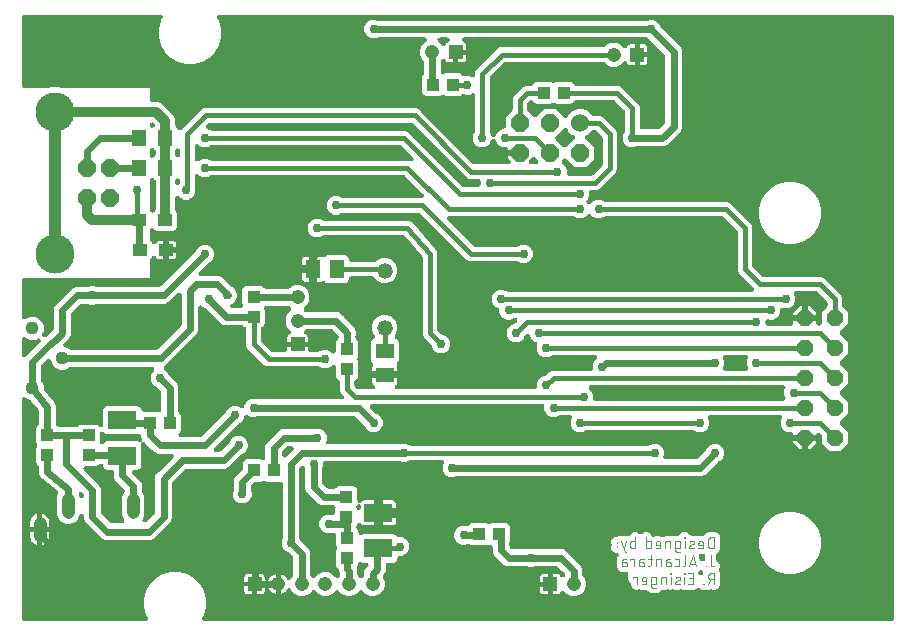
<source format=gbr>
G04 EAGLE Gerber X2 export*
G75*
%MOMM*%
%FSLAX34Y34*%
%LPD*%
%AMOC8*
5,1,8,0,0,1.08239X$1,22.5*%
G01*
%ADD10C,0.076200*%
%ADD11P,1.578125X8X292.500000*%
%ADD12C,3.316000*%
%ADD13C,1.108000*%
%ADD14C,1.117600*%
%ADD15R,1.100000X1.000000*%
%ADD16R,2.400000X1.600000*%
%ADD17R,1.000000X1.100000*%
%ADD18R,1.200000X1.400000*%
%ADD19R,1.200000X1.000000*%
%ADD20C,1.524000*%
%ADD21P,1.649562X8X202.500000*%
%ADD22C,1.320800*%
%ADD23R,1.300000X1.600000*%
%ADD24R,1.600000X1.300000*%
%ADD25R,1.208000X1.208000*%
%ADD26C,1.208000*%
%ADD27P,1.539592X8X292.500000*%
%ADD28C,0.609600*%
%ADD29C,0.756400*%
%ADD30C,0.406400*%
%ADD31C,0.812800*%
%ADD32C,1.016000*%

G36*
X114918Y10175D02*
X114918Y10175D01*
X115064Y10182D01*
X115118Y10195D01*
X115173Y10201D01*
X115313Y10244D01*
X115455Y10279D01*
X115505Y10302D01*
X115558Y10319D01*
X115686Y10388D01*
X115819Y10451D01*
X115863Y10484D01*
X115912Y10511D01*
X116024Y10604D01*
X116142Y10691D01*
X116179Y10733D01*
X116221Y10768D01*
X116313Y10882D01*
X116411Y10991D01*
X116439Y11039D01*
X116474Y11082D01*
X116541Y11212D01*
X116615Y11338D01*
X116634Y11390D01*
X116659Y11439D01*
X116699Y11580D01*
X116748Y11718D01*
X116755Y11773D01*
X116770Y11826D01*
X116782Y11972D01*
X116802Y12117D01*
X116799Y12172D01*
X116803Y12228D01*
X116786Y12373D01*
X116777Y12519D01*
X116763Y12572D01*
X116756Y12627D01*
X116711Y12766D01*
X116673Y12908D01*
X116646Y12965D01*
X116632Y13010D01*
X116590Y13083D01*
X116531Y13208D01*
X115322Y15302D01*
X113539Y21956D01*
X113539Y28844D01*
X115322Y35498D01*
X118766Y41463D01*
X123637Y46334D01*
X129602Y49778D01*
X136256Y51561D01*
X143144Y51561D01*
X149798Y49778D01*
X155763Y46334D01*
X160634Y41463D01*
X164078Y35498D01*
X165861Y28844D01*
X165861Y21956D01*
X164078Y15302D01*
X162869Y13208D01*
X162808Y13074D01*
X162741Y12945D01*
X162726Y12891D01*
X162703Y12841D01*
X162670Y12698D01*
X162630Y12558D01*
X162625Y12502D01*
X162613Y12448D01*
X162609Y12302D01*
X162597Y12156D01*
X162603Y12101D01*
X162602Y12046D01*
X162627Y11902D01*
X162644Y11757D01*
X162661Y11704D01*
X162670Y11649D01*
X162723Y11513D01*
X162768Y11374D01*
X162796Y11325D01*
X162816Y11274D01*
X162894Y11151D01*
X162966Y11023D01*
X163003Y10981D01*
X163032Y10934D01*
X163134Y10829D01*
X163229Y10718D01*
X163273Y10685D01*
X163312Y10644D01*
X163432Y10561D01*
X163548Y10472D01*
X163597Y10447D01*
X163643Y10415D01*
X163777Y10358D01*
X163908Y10292D01*
X163962Y10278D01*
X164013Y10256D01*
X164156Y10226D01*
X164297Y10188D01*
X164360Y10183D01*
X164407Y10173D01*
X164490Y10172D01*
X164628Y10161D01*
X746633Y10161D01*
X746651Y10163D01*
X746669Y10161D01*
X746851Y10182D01*
X747034Y10201D01*
X747051Y10206D01*
X747068Y10208D01*
X747243Y10265D01*
X747419Y10319D01*
X747434Y10327D01*
X747451Y10333D01*
X747611Y10423D01*
X747773Y10511D01*
X747786Y10522D01*
X747802Y10531D01*
X747941Y10651D01*
X748082Y10768D01*
X748093Y10782D01*
X748107Y10794D01*
X748219Y10939D01*
X748334Y11082D01*
X748342Y11098D01*
X748353Y11112D01*
X748435Y11277D01*
X748520Y11439D01*
X748525Y11456D01*
X748533Y11472D01*
X748580Y11651D01*
X748631Y11826D01*
X748633Y11844D01*
X748637Y11861D01*
X748664Y12192D01*
X748664Y521208D01*
X748662Y521226D01*
X748664Y521244D01*
X748643Y521426D01*
X748624Y521609D01*
X748619Y521626D01*
X748617Y521643D01*
X748560Y521818D01*
X748506Y521994D01*
X748498Y522009D01*
X748492Y522026D01*
X748402Y522186D01*
X748314Y522348D01*
X748303Y522361D01*
X748294Y522377D01*
X748174Y522516D01*
X748057Y522657D01*
X748043Y522668D01*
X748031Y522682D01*
X747886Y522794D01*
X747743Y522909D01*
X747727Y522917D01*
X747713Y522928D01*
X747548Y523010D01*
X747386Y523095D01*
X747369Y523100D01*
X747353Y523108D01*
X747174Y523155D01*
X746999Y523206D01*
X746981Y523208D01*
X746964Y523212D01*
X746633Y523239D01*
X177328Y523239D01*
X177182Y523225D01*
X177036Y523218D01*
X176982Y523205D01*
X176927Y523199D01*
X176787Y523156D01*
X176645Y523121D01*
X176595Y523098D01*
X176542Y523081D01*
X176414Y523012D01*
X176281Y522949D01*
X176237Y522916D01*
X176188Y522889D01*
X176076Y522796D01*
X175958Y522709D01*
X175921Y522667D01*
X175879Y522632D01*
X175787Y522518D01*
X175689Y522409D01*
X175661Y522361D01*
X175626Y522318D01*
X175559Y522188D01*
X175485Y522062D01*
X175466Y522010D01*
X175441Y521961D01*
X175401Y521820D01*
X175352Y521682D01*
X175345Y521627D01*
X175330Y521574D01*
X175318Y521428D01*
X175298Y521283D01*
X175301Y521228D01*
X175297Y521172D01*
X175314Y521027D01*
X175323Y520881D01*
X175337Y520828D01*
X175344Y520773D01*
X175389Y520634D01*
X175427Y520492D01*
X175454Y520435D01*
X175468Y520390D01*
X175510Y520317D01*
X175569Y520192D01*
X176778Y518098D01*
X178561Y511444D01*
X178561Y504556D01*
X176778Y497902D01*
X173334Y491937D01*
X168463Y487066D01*
X162498Y483622D01*
X155844Y481839D01*
X148956Y481839D01*
X142302Y483622D01*
X136337Y487066D01*
X131466Y491937D01*
X128022Y497902D01*
X126239Y504556D01*
X126239Y511444D01*
X128022Y518098D01*
X129231Y520192D01*
X129292Y520326D01*
X129359Y520455D01*
X129374Y520509D01*
X129397Y520559D01*
X129430Y520702D01*
X129470Y520842D01*
X129475Y520898D01*
X129487Y520952D01*
X129491Y521098D01*
X129503Y521244D01*
X129497Y521299D01*
X129498Y521354D01*
X129473Y521498D01*
X129456Y521643D01*
X129439Y521696D01*
X129430Y521751D01*
X129377Y521887D01*
X129332Y522026D01*
X129304Y522075D01*
X129284Y522126D01*
X129206Y522249D01*
X129134Y522377D01*
X129097Y522419D01*
X129068Y522466D01*
X128966Y522571D01*
X128871Y522682D01*
X128827Y522715D01*
X128788Y522756D01*
X128668Y522839D01*
X128552Y522928D01*
X128503Y522953D01*
X128457Y522985D01*
X128323Y523042D01*
X128192Y523108D01*
X128138Y523122D01*
X128087Y523144D01*
X127944Y523174D01*
X127803Y523212D01*
X127740Y523217D01*
X127693Y523227D01*
X127610Y523228D01*
X127472Y523239D01*
X12192Y523239D01*
X12174Y523237D01*
X12156Y523239D01*
X11974Y523218D01*
X11791Y523199D01*
X11774Y523194D01*
X11757Y523192D01*
X11582Y523135D01*
X11406Y523081D01*
X11391Y523073D01*
X11374Y523067D01*
X11214Y522977D01*
X11052Y522889D01*
X11039Y522878D01*
X11023Y522869D01*
X10884Y522749D01*
X10743Y522632D01*
X10732Y522618D01*
X10718Y522606D01*
X10606Y522461D01*
X10491Y522318D01*
X10483Y522302D01*
X10472Y522288D01*
X10390Y522123D01*
X10305Y521961D01*
X10300Y521944D01*
X10292Y521928D01*
X10244Y521749D01*
X10194Y521574D01*
X10192Y521556D01*
X10188Y521539D01*
X10161Y521208D01*
X10161Y463550D01*
X10163Y463532D01*
X10161Y463514D01*
X10182Y463332D01*
X10201Y463149D01*
X10206Y463132D01*
X10208Y463115D01*
X10265Y462940D01*
X10319Y462764D01*
X10327Y462749D01*
X10333Y462732D01*
X10423Y462572D01*
X10511Y462410D01*
X10522Y462397D01*
X10531Y462381D01*
X10651Y462242D01*
X10768Y462101D01*
X10782Y462090D01*
X10794Y462077D01*
X10939Y461964D01*
X11082Y461849D01*
X11098Y461841D01*
X11112Y461830D01*
X11277Y461748D01*
X11439Y461663D01*
X11456Y461658D01*
X11472Y461650D01*
X11651Y461603D01*
X11826Y461552D01*
X11844Y461550D01*
X11861Y461546D01*
X12192Y461519D01*
X32802Y461519D01*
X32833Y461522D01*
X32865Y461520D01*
X33034Y461542D01*
X33203Y461559D01*
X33233Y461568D01*
X33264Y461572D01*
X33580Y461673D01*
X33993Y461845D01*
X42207Y461845D01*
X42620Y461673D01*
X42650Y461664D01*
X42678Y461650D01*
X42843Y461606D01*
X43006Y461557D01*
X43037Y461554D01*
X43067Y461546D01*
X43398Y461519D01*
X118619Y461519D01*
X118619Y451360D01*
X118621Y451342D01*
X118619Y451324D01*
X118640Y451142D01*
X118659Y450959D01*
X118664Y450942D01*
X118666Y450925D01*
X118723Y450750D01*
X118777Y450574D01*
X118785Y450559D01*
X118791Y450542D01*
X118881Y450382D01*
X118969Y450220D01*
X118980Y450207D01*
X118989Y450191D01*
X119109Y450052D01*
X119226Y449911D01*
X119240Y449900D01*
X119252Y449886D01*
X119397Y449774D01*
X119540Y449659D01*
X119556Y449651D01*
X119570Y449640D01*
X119735Y449558D01*
X119897Y449473D01*
X119914Y449468D01*
X119931Y449460D01*
X120109Y449413D01*
X120284Y449362D01*
X120302Y449360D01*
X120319Y449356D01*
X120650Y449329D01*
X125567Y449329D01*
X128555Y448091D01*
X138541Y438105D01*
X139779Y435117D01*
X139779Y430561D01*
X139781Y430534D01*
X139779Y430508D01*
X139801Y430334D01*
X139819Y430160D01*
X139826Y430135D01*
X139830Y430108D01*
X139885Y429943D01*
X139937Y429776D01*
X139950Y429752D01*
X139958Y429727D01*
X140045Y429575D01*
X140129Y429421D01*
X140146Y429401D01*
X140159Y429378D01*
X140374Y429125D01*
X141096Y428402D01*
X141842Y426601D01*
X141849Y426589D01*
X141853Y426576D01*
X141943Y426412D01*
X142032Y426246D01*
X142041Y426235D01*
X142047Y426224D01*
X142169Y426080D01*
X142289Y425935D01*
X142299Y425927D01*
X142308Y425917D01*
X142456Y425800D01*
X142601Y425682D01*
X142613Y425675D01*
X142624Y425667D01*
X142792Y425582D01*
X142958Y425495D01*
X142971Y425491D01*
X142983Y425485D01*
X143164Y425434D01*
X143344Y425382D01*
X143358Y425380D01*
X143371Y425377D01*
X143559Y425363D01*
X143746Y425347D01*
X143759Y425348D01*
X143772Y425347D01*
X143961Y425371D01*
X144146Y425392D01*
X144158Y425396D01*
X144172Y425398D01*
X144351Y425458D01*
X144529Y425515D01*
X144541Y425522D01*
X144553Y425526D01*
X144716Y425620D01*
X144880Y425712D01*
X144891Y425720D01*
X144902Y425727D01*
X145155Y425942D01*
X147228Y428015D01*
X162532Y443319D01*
X164773Y444247D01*
X344113Y444247D01*
X346354Y443319D01*
X348354Y441318D01*
X392455Y397217D01*
X392476Y397200D01*
X392494Y397179D01*
X392632Y397072D01*
X392767Y396962D01*
X392791Y396949D01*
X392812Y396933D01*
X392969Y396855D01*
X393123Y396773D01*
X393148Y396765D01*
X393172Y396753D01*
X393342Y396708D01*
X393509Y396658D01*
X393535Y396656D01*
X393561Y396649D01*
X393892Y396622D01*
X422305Y396622D01*
X422314Y396623D01*
X422323Y396622D01*
X422515Y396643D01*
X422706Y396662D01*
X422714Y396664D01*
X422723Y396665D01*
X422905Y396723D01*
X423091Y396780D01*
X423098Y396784D01*
X423107Y396787D01*
X423275Y396880D01*
X423445Y396972D01*
X423451Y396977D01*
X423459Y396982D01*
X423606Y397106D01*
X423754Y397229D01*
X423759Y397236D01*
X423766Y397242D01*
X423885Y397393D01*
X424006Y397543D01*
X424010Y397551D01*
X424016Y397558D01*
X424104Y397731D01*
X424192Y397900D01*
X424194Y397909D01*
X424198Y397917D01*
X424250Y398102D01*
X424303Y398287D01*
X424304Y398296D01*
X424306Y398305D01*
X424320Y398495D01*
X424336Y398689D01*
X424335Y398697D01*
X424336Y398706D01*
X424311Y398899D01*
X424289Y399088D01*
X424286Y399097D01*
X424285Y399106D01*
X424224Y399289D01*
X424164Y399471D01*
X424160Y399479D01*
X424157Y399487D01*
X424062Y399653D01*
X423966Y399822D01*
X423960Y399829D01*
X423956Y399836D01*
X423741Y400089D01*
X421639Y402191D01*
X421639Y403861D01*
X431292Y403861D01*
X431310Y403862D01*
X431327Y403861D01*
X431510Y403882D01*
X431692Y403901D01*
X431709Y403906D01*
X431727Y403908D01*
X431902Y403965D01*
X432077Y404019D01*
X432093Y404027D01*
X432110Y404033D01*
X432270Y404123D01*
X432431Y404210D01*
X432445Y404222D01*
X432461Y404231D01*
X432600Y404351D01*
X432741Y404468D01*
X432752Y404482D01*
X432765Y404494D01*
X432878Y404639D01*
X432993Y404782D01*
X433001Y404798D01*
X433012Y404812D01*
X433094Y404976D01*
X433178Y405139D01*
X433183Y405156D01*
X433191Y405172D01*
X433239Y405351D01*
X433290Y405526D01*
X433291Y405544D01*
X433296Y405561D01*
X433323Y405892D01*
X433323Y406908D01*
X433321Y406926D01*
X433323Y406944D01*
X433301Y407126D01*
X433283Y407309D01*
X433278Y407326D01*
X433276Y407343D01*
X433219Y407518D01*
X433165Y407694D01*
X433157Y407709D01*
X433151Y407726D01*
X433061Y407886D01*
X432973Y408048D01*
X432962Y408061D01*
X432953Y408077D01*
X432833Y408216D01*
X432715Y408357D01*
X432702Y408368D01*
X432690Y408382D01*
X432545Y408494D01*
X432402Y408609D01*
X432386Y408617D01*
X432372Y408628D01*
X432207Y408710D01*
X432044Y408795D01*
X432027Y408800D01*
X432011Y408808D01*
X431833Y408855D01*
X431658Y408906D01*
X431640Y408908D01*
X431623Y408912D01*
X431292Y408939D01*
X421639Y408939D01*
X421639Y409222D01*
X421637Y409240D01*
X421639Y409258D01*
X421618Y409440D01*
X421599Y409623D01*
X421594Y409640D01*
X421592Y409657D01*
X421535Y409832D01*
X421481Y410008D01*
X421473Y410023D01*
X421467Y410040D01*
X421377Y410200D01*
X421289Y410362D01*
X421278Y410375D01*
X421269Y410391D01*
X421149Y410530D01*
X421032Y410671D01*
X421018Y410682D01*
X421006Y410696D01*
X420861Y410808D01*
X420718Y410923D01*
X420702Y410931D01*
X420688Y410942D01*
X420523Y411024D01*
X420361Y411109D01*
X420344Y411114D01*
X420328Y411122D01*
X420149Y411169D01*
X419974Y411220D01*
X419956Y411222D01*
X419939Y411226D01*
X419608Y411253D01*
X417539Y411253D01*
X414655Y412448D01*
X412448Y414655D01*
X411452Y417060D01*
X411447Y417068D01*
X411445Y417077D01*
X411353Y417245D01*
X411261Y417415D01*
X411256Y417422D01*
X411251Y417430D01*
X411128Y417576D01*
X411005Y417726D01*
X410998Y417731D01*
X410992Y417738D01*
X410842Y417858D01*
X410692Y417979D01*
X410684Y417983D01*
X410678Y417989D01*
X410506Y418077D01*
X410336Y418166D01*
X410327Y418169D01*
X410319Y418173D01*
X410134Y418225D01*
X409949Y418279D01*
X409941Y418280D01*
X409932Y418283D01*
X409741Y418297D01*
X409548Y418314D01*
X409539Y418313D01*
X409531Y418314D01*
X409338Y418290D01*
X409148Y418269D01*
X409140Y418266D01*
X409131Y418265D01*
X408946Y418204D01*
X408765Y418146D01*
X408757Y418141D01*
X408749Y418139D01*
X408581Y418043D01*
X408413Y417949D01*
X408407Y417944D01*
X408399Y417939D01*
X408254Y417813D01*
X408108Y417688D01*
X408102Y417681D01*
X408095Y417675D01*
X407978Y417523D01*
X407859Y417371D01*
X407855Y417363D01*
X407850Y417356D01*
X407698Y417060D01*
X406702Y414655D01*
X404495Y412448D01*
X401611Y411253D01*
X398489Y411253D01*
X395605Y412448D01*
X393398Y414655D01*
X392203Y417539D01*
X392203Y420661D01*
X393399Y423548D01*
X393503Y423681D01*
X393613Y423817D01*
X393626Y423840D01*
X393642Y423862D01*
X393720Y424018D01*
X393802Y424172D01*
X393810Y424198D01*
X393822Y424222D01*
X393867Y424391D01*
X393917Y424558D01*
X393919Y424585D01*
X393926Y424611D01*
X393953Y424942D01*
X393953Y454752D01*
X393952Y454765D01*
X393953Y454779D01*
X393932Y454965D01*
X393913Y455153D01*
X393909Y455165D01*
X393908Y455179D01*
X393851Y455356D01*
X393795Y455537D01*
X393789Y455549D01*
X393785Y455562D01*
X393693Y455727D01*
X393603Y455892D01*
X393595Y455902D01*
X393588Y455913D01*
X393466Y456057D01*
X393346Y456201D01*
X393335Y456209D01*
X393327Y456219D01*
X393178Y456336D01*
X393032Y456453D01*
X393020Y456459D01*
X393010Y456468D01*
X392840Y456553D01*
X392675Y456639D01*
X392662Y456642D01*
X392650Y456648D01*
X392467Y456698D01*
X392288Y456750D01*
X392274Y456751D01*
X392261Y456755D01*
X392073Y456768D01*
X391886Y456783D01*
X391873Y456781D01*
X391860Y456782D01*
X391672Y456758D01*
X391487Y456736D01*
X391474Y456732D01*
X391461Y456730D01*
X391145Y456629D01*
X388911Y455703D01*
X385789Y455703D01*
X384984Y456037D01*
X384962Y456043D01*
X384942Y456054D01*
X384770Y456102D01*
X384598Y456153D01*
X384576Y456156D01*
X384555Y456162D01*
X384375Y456175D01*
X384197Y456192D01*
X384175Y456189D01*
X384153Y456191D01*
X383975Y456168D01*
X383797Y456150D01*
X383776Y456143D01*
X383754Y456140D01*
X383584Y456084D01*
X383413Y456030D01*
X383393Y456019D01*
X383372Y456012D01*
X383217Y455923D01*
X383059Y455837D01*
X383042Y455822D01*
X383023Y455811D01*
X382770Y455597D01*
X382327Y455154D01*
X380834Y454535D01*
X369216Y454535D01*
X367548Y455226D01*
X367456Y455273D01*
X367295Y455359D01*
X367277Y455364D01*
X367261Y455372D01*
X367084Y455421D01*
X366909Y455474D01*
X366891Y455475D01*
X366873Y455480D01*
X366690Y455494D01*
X366508Y455510D01*
X366490Y455508D01*
X366472Y455510D01*
X366290Y455487D01*
X366108Y455467D01*
X366090Y455461D01*
X366072Y455459D01*
X365899Y455401D01*
X365724Y455346D01*
X365708Y455337D01*
X365691Y455331D01*
X365532Y455240D01*
X365526Y455236D01*
X363834Y454535D01*
X352216Y454535D01*
X350723Y455154D01*
X349579Y456298D01*
X348960Y457791D01*
X348960Y470409D01*
X349579Y471902D01*
X349917Y472241D01*
X349934Y472261D01*
X349955Y472279D01*
X350062Y472417D01*
X350172Y472552D01*
X350185Y472576D01*
X350201Y472597D01*
X350279Y472754D01*
X350361Y472908D01*
X350369Y472933D01*
X350381Y472958D01*
X350426Y473127D01*
X350476Y473294D01*
X350478Y473320D01*
X350485Y473346D01*
X350512Y473677D01*
X350512Y483556D01*
X350510Y483583D01*
X350512Y483609D01*
X350490Y483783D01*
X350472Y483957D01*
X350465Y483982D01*
X350461Y484009D01*
X350406Y484175D01*
X350354Y484342D01*
X350341Y484365D01*
X350333Y484391D01*
X350246Y484542D01*
X350162Y484696D01*
X350145Y484716D01*
X350132Y484739D01*
X349917Y484992D01*
X349059Y485851D01*
X347520Y489565D01*
X347520Y493585D01*
X349059Y497299D01*
X351901Y500141D01*
X351932Y500154D01*
X351936Y500156D01*
X351941Y500158D01*
X352111Y500250D01*
X352287Y500344D01*
X352291Y500347D01*
X352295Y500350D01*
X352444Y500474D01*
X352598Y500601D01*
X352601Y500604D01*
X352604Y500607D01*
X352727Y500760D01*
X352851Y500914D01*
X352854Y500918D01*
X352856Y500921D01*
X352946Y501094D01*
X353039Y501270D01*
X353040Y501274D01*
X353042Y501278D01*
X353096Y501467D01*
X353152Y501656D01*
X353152Y501661D01*
X353153Y501665D01*
X353169Y501862D01*
X353186Y502058D01*
X353186Y502062D01*
X353186Y502067D01*
X353163Y502264D01*
X353141Y502458D01*
X353140Y502462D01*
X353139Y502466D01*
X353078Y502655D01*
X353018Y502841D01*
X353016Y502845D01*
X353014Y502849D01*
X352917Y503022D01*
X352822Y503192D01*
X352819Y503196D01*
X352817Y503200D01*
X352688Y503349D01*
X352560Y503498D01*
X352556Y503501D01*
X352553Y503505D01*
X352399Y503624D01*
X352243Y503747D01*
X352239Y503749D01*
X352235Y503751D01*
X352059Y503839D01*
X351883Y503927D01*
X351879Y503929D01*
X351875Y503931D01*
X351682Y503983D01*
X351495Y504034D01*
X351490Y504034D01*
X351486Y504035D01*
X351155Y504062D01*
X311712Y504062D01*
X311681Y504059D01*
X311650Y504061D01*
X311480Y504039D01*
X311311Y504022D01*
X311281Y504013D01*
X311250Y504009D01*
X310935Y503908D01*
X309536Y503328D01*
X306414Y503328D01*
X303530Y504523D01*
X301323Y506730D01*
X300128Y509614D01*
X300128Y512736D01*
X301323Y515620D01*
X303530Y517827D01*
X306414Y519022D01*
X309536Y519022D01*
X310935Y518442D01*
X310964Y518433D01*
X310992Y518419D01*
X311157Y518375D01*
X311320Y518326D01*
X311351Y518323D01*
X311381Y518315D01*
X311712Y518288D01*
X539188Y518288D01*
X539219Y518291D01*
X539250Y518289D01*
X539420Y518311D01*
X539589Y518328D01*
X539619Y518337D01*
X539650Y518341D01*
X539965Y518442D01*
X541364Y519022D01*
X544486Y519022D01*
X547370Y517827D01*
X549577Y515620D01*
X550157Y514221D01*
X550171Y514194D01*
X550181Y514164D01*
X550266Y514016D01*
X550347Y513866D01*
X550367Y513842D01*
X550382Y513815D01*
X550597Y513562D01*
X568005Y496154D01*
X569088Y493540D01*
X569088Y427210D01*
X568005Y424596D01*
X556479Y413070D01*
X553865Y411987D01*
X530787Y411987D01*
X530756Y411984D01*
X530725Y411986D01*
X530555Y411964D01*
X530386Y411947D01*
X530356Y411938D01*
X530325Y411934D01*
X530010Y411833D01*
X528611Y411253D01*
X525489Y411253D01*
X522605Y412448D01*
X520398Y414655D01*
X519203Y417539D01*
X519203Y420661D01*
X520399Y423548D01*
X520503Y423681D01*
X520613Y423817D01*
X520626Y423840D01*
X520642Y423862D01*
X520720Y424018D01*
X520802Y424172D01*
X520810Y424198D01*
X520822Y424222D01*
X520867Y424391D01*
X520917Y424558D01*
X520919Y424585D01*
X520926Y424611D01*
X520953Y424942D01*
X520953Y441133D01*
X520951Y441160D01*
X520953Y441187D01*
X520931Y441360D01*
X520913Y441534D01*
X520906Y441559D01*
X520902Y441586D01*
X520847Y441751D01*
X520795Y441919D01*
X520782Y441942D01*
X520774Y441968D01*
X520687Y442119D01*
X520603Y442273D01*
X520586Y442293D01*
X520573Y442317D01*
X520358Y442570D01*
X512420Y450508D01*
X512399Y450525D01*
X512381Y450546D01*
X512243Y450653D01*
X512108Y450763D01*
X512084Y450776D01*
X512063Y450792D01*
X511906Y450870D01*
X511752Y450952D01*
X511727Y450960D01*
X511703Y450972D01*
X511533Y451017D01*
X511366Y451067D01*
X511340Y451069D01*
X511314Y451076D01*
X510983Y451103D01*
X479385Y451103D01*
X479362Y451101D01*
X479340Y451103D01*
X479162Y451081D01*
X478984Y451063D01*
X478963Y451057D01*
X478941Y451054D01*
X478770Y450998D01*
X478599Y450945D01*
X478580Y450935D01*
X478558Y450928D01*
X478402Y450839D01*
X478245Y450753D01*
X478228Y450739D01*
X478209Y450728D01*
X478073Y450610D01*
X477936Y450496D01*
X477922Y450478D01*
X477905Y450464D01*
X477796Y450321D01*
X477684Y450182D01*
X477673Y450162D01*
X477660Y450145D01*
X477508Y449849D01*
X477321Y449398D01*
X476177Y448254D01*
X474684Y447635D01*
X463066Y447635D01*
X461398Y448326D01*
X461306Y448373D01*
X461145Y448459D01*
X461127Y448464D01*
X461111Y448472D01*
X460934Y448521D01*
X460759Y448574D01*
X460741Y448575D01*
X460723Y448580D01*
X460540Y448594D01*
X460358Y448610D01*
X460340Y448608D01*
X460322Y448610D01*
X460140Y448587D01*
X459958Y448567D01*
X459940Y448561D01*
X459922Y448559D01*
X459749Y448501D01*
X459574Y448446D01*
X459558Y448437D01*
X459541Y448431D01*
X459382Y448340D01*
X459376Y448336D01*
X457684Y447635D01*
X446066Y447635D01*
X444573Y448254D01*
X443429Y449397D01*
X443286Y449742D01*
X443280Y449754D01*
X443276Y449767D01*
X443185Y449931D01*
X443096Y450097D01*
X443088Y450107D01*
X443081Y450119D01*
X442960Y450262D01*
X442840Y450407D01*
X442829Y450416D01*
X442821Y450426D01*
X442673Y450543D01*
X442527Y450661D01*
X442515Y450667D01*
X442505Y450676D01*
X442337Y450761D01*
X442171Y450848D01*
X442158Y450852D01*
X442146Y450858D01*
X441965Y450908D01*
X441784Y450961D01*
X441771Y450963D01*
X441758Y450966D01*
X441570Y450980D01*
X441383Y450996D01*
X441370Y450995D01*
X441356Y450996D01*
X441169Y450972D01*
X440983Y450951D01*
X440970Y450947D01*
X440957Y450945D01*
X440779Y450885D01*
X440600Y450828D01*
X440588Y450821D01*
X440575Y450817D01*
X440411Y450722D01*
X440248Y450631D01*
X440238Y450623D01*
X440226Y450616D01*
X439973Y450401D01*
X438492Y448920D01*
X438475Y448899D01*
X438454Y448881D01*
X438347Y448743D01*
X438237Y448608D01*
X438224Y448584D01*
X438208Y448563D01*
X438130Y448406D01*
X438048Y448252D01*
X438040Y448227D01*
X438028Y448203D01*
X437983Y448033D01*
X437933Y447866D01*
X437931Y447840D01*
X437924Y447814D01*
X437897Y447483D01*
X437897Y443069D01*
X437899Y443043D01*
X437897Y443016D01*
X437919Y442842D01*
X437937Y442669D01*
X437944Y442643D01*
X437948Y442617D01*
X438003Y442451D01*
X438055Y442284D01*
X438068Y442260D01*
X438076Y442235D01*
X438163Y442083D01*
X438247Y441930D01*
X438264Y441909D01*
X438277Y441886D01*
X438492Y441633D01*
X443064Y437061D01*
X443078Y437050D01*
X443089Y437036D01*
X443233Y436923D01*
X443375Y436806D01*
X443391Y436798D01*
X443405Y436786D01*
X443569Y436703D01*
X443731Y436617D01*
X443748Y436612D01*
X443764Y436604D01*
X443941Y436555D01*
X444117Y436503D01*
X444135Y436501D01*
X444152Y436496D01*
X444335Y436483D01*
X444518Y436466D01*
X444536Y436468D01*
X444553Y436467D01*
X444735Y436490D01*
X444918Y436510D01*
X444935Y436515D01*
X444953Y436517D01*
X445127Y436576D01*
X445302Y436631D01*
X445318Y436640D01*
X445334Y436645D01*
X445494Y436737D01*
X445654Y436826D01*
X445668Y436837D01*
X445683Y436846D01*
X445936Y437061D01*
X452360Y443485D01*
X462040Y443485D01*
X468908Y436617D01*
X468918Y436608D01*
X468927Y436598D01*
X469074Y436481D01*
X469219Y436362D01*
X469231Y436356D01*
X469242Y436347D01*
X469409Y436261D01*
X469575Y436173D01*
X469588Y436169D01*
X469600Y436163D01*
X469780Y436112D01*
X469961Y436058D01*
X469974Y436057D01*
X469987Y436054D01*
X470173Y436039D01*
X470362Y436022D01*
X470375Y436023D01*
X470389Y436022D01*
X470573Y436045D01*
X470762Y436065D01*
X470775Y436070D01*
X470788Y436071D01*
X470966Y436130D01*
X471146Y436187D01*
X471158Y436193D01*
X471170Y436198D01*
X471334Y436291D01*
X471498Y436382D01*
X471508Y436390D01*
X471520Y436397D01*
X471662Y436521D01*
X471805Y436642D01*
X471814Y436653D01*
X471824Y436662D01*
X471938Y436810D01*
X472055Y436958D01*
X472061Y436970D01*
X472069Y436981D01*
X472221Y437276D01*
X472694Y438419D01*
X475981Y441706D01*
X479045Y442975D01*
X480276Y443485D01*
X484924Y443485D01*
X489219Y441706D01*
X492433Y438492D01*
X492454Y438475D01*
X492471Y438454D01*
X492609Y438347D01*
X492745Y438237D01*
X492768Y438224D01*
X492789Y438208D01*
X492946Y438130D01*
X493100Y438048D01*
X493126Y438040D01*
X493150Y438028D01*
X493319Y437983D01*
X493486Y437933D01*
X493513Y437931D01*
X493539Y437924D01*
X493869Y437897D01*
X499688Y437897D01*
X501929Y436969D01*
X513169Y425729D01*
X514097Y423488D01*
X514097Y392487D01*
X513169Y390246D01*
X511168Y388246D01*
X498754Y375831D01*
X496513Y374903D01*
X492478Y374903D01*
X492460Y374901D01*
X492442Y374903D01*
X492260Y374882D01*
X492077Y374863D01*
X492060Y374858D01*
X492043Y374856D01*
X491868Y374799D01*
X491692Y374745D01*
X491677Y374737D01*
X491660Y374731D01*
X491500Y374641D01*
X491338Y374553D01*
X491325Y374542D01*
X491309Y374533D01*
X491170Y374413D01*
X491029Y374296D01*
X491018Y374282D01*
X491004Y374270D01*
X490892Y374125D01*
X490777Y373982D01*
X490769Y373966D01*
X490758Y373952D01*
X490676Y373787D01*
X490591Y373625D01*
X490586Y373608D01*
X490578Y373592D01*
X490531Y373413D01*
X490480Y373238D01*
X490478Y373220D01*
X490474Y373203D01*
X490447Y372872D01*
X490447Y369914D01*
X489252Y367030D01*
X488783Y366561D01*
X488772Y366548D01*
X488758Y366536D01*
X488645Y366392D01*
X488528Y366250D01*
X488520Y366234D01*
X488509Y366220D01*
X488426Y366057D01*
X488340Y365894D01*
X488334Y365877D01*
X488326Y365861D01*
X488277Y365685D01*
X488225Y365508D01*
X488223Y365490D01*
X488218Y365473D01*
X488205Y365290D01*
X488188Y365107D01*
X488190Y365090D01*
X488189Y365072D01*
X488212Y364890D01*
X488232Y364707D01*
X488237Y364690D01*
X488239Y364672D01*
X488298Y364498D01*
X488353Y364323D01*
X488362Y364308D01*
X488368Y364291D01*
X488459Y364131D01*
X488548Y363971D01*
X488560Y363957D01*
X488569Y363942D01*
X488783Y363689D01*
X489101Y363371D01*
X489115Y363359D01*
X489127Y363346D01*
X489271Y363232D01*
X489413Y363116D01*
X489428Y363107D01*
X489442Y363096D01*
X489607Y363013D01*
X489768Y362927D01*
X489785Y362922D01*
X489801Y362914D01*
X489979Y362864D01*
X490154Y362812D01*
X490172Y362811D01*
X490189Y362806D01*
X490372Y362792D01*
X490555Y362776D01*
X490573Y362778D01*
X490591Y362776D01*
X490773Y362799D01*
X490956Y362819D01*
X490973Y362825D01*
X490990Y362827D01*
X491164Y362885D01*
X491339Y362941D01*
X491355Y362949D01*
X491372Y362955D01*
X491531Y363047D01*
X491692Y363136D01*
X491705Y363147D01*
X491721Y363156D01*
X491974Y363371D01*
X494030Y365427D01*
X496914Y366622D01*
X500036Y366622D01*
X502923Y365426D01*
X503056Y365322D01*
X503192Y365212D01*
X503215Y365199D01*
X503237Y365183D01*
X503393Y365105D01*
X503547Y365023D01*
X503573Y365015D01*
X503597Y365003D01*
X503766Y364958D01*
X503933Y364908D01*
X503960Y364906D01*
X503986Y364899D01*
X504317Y364872D01*
X607638Y364872D01*
X609879Y363944D01*
X627469Y346354D01*
X628397Y344113D01*
X628397Y311342D01*
X628399Y311315D01*
X628397Y311288D01*
X628419Y311115D01*
X628437Y310941D01*
X628444Y310916D01*
X628448Y310889D01*
X628503Y310723D01*
X628555Y310556D01*
X628568Y310533D01*
X628576Y310507D01*
X628663Y310356D01*
X628747Y310202D01*
X628764Y310182D01*
X628777Y310158D01*
X628992Y309905D01*
X636930Y301967D01*
X636951Y301950D01*
X636969Y301929D01*
X637107Y301822D01*
X637242Y301712D01*
X637266Y301699D01*
X637287Y301683D01*
X637444Y301605D01*
X637598Y301523D01*
X637623Y301515D01*
X637647Y301503D01*
X637817Y301458D01*
X637984Y301408D01*
X638010Y301406D01*
X638036Y301399D01*
X638367Y301372D01*
X687013Y301372D01*
X689254Y300444D01*
X703669Y286029D01*
X704597Y283788D01*
X704597Y277251D01*
X704599Y277224D01*
X704597Y277198D01*
X704619Y277024D01*
X704637Y276850D01*
X704644Y276825D01*
X704648Y276798D01*
X704703Y276633D01*
X704755Y276465D01*
X704768Y276442D01*
X704776Y276416D01*
X704863Y276265D01*
X704947Y276111D01*
X704964Y276091D01*
X704977Y276068D01*
X705192Y275815D01*
X709677Y271330D01*
X709677Y262070D01*
X703043Y255436D01*
X703031Y255422D01*
X703018Y255411D01*
X702904Y255267D01*
X702788Y255125D01*
X702779Y255109D01*
X702768Y255095D01*
X702685Y254931D01*
X702599Y254769D01*
X702594Y254752D01*
X702586Y254736D01*
X702536Y254559D01*
X702484Y254383D01*
X702482Y254365D01*
X702478Y254348D01*
X702464Y254165D01*
X702448Y253982D01*
X702450Y253964D01*
X702448Y253947D01*
X702471Y253765D01*
X702491Y253582D01*
X702496Y253565D01*
X702499Y253547D01*
X702557Y253373D01*
X702613Y253198D01*
X702621Y253182D01*
X702627Y253166D01*
X702719Y253006D01*
X702807Y252846D01*
X702819Y252832D01*
X702828Y252817D01*
X703043Y252564D01*
X709677Y245930D01*
X709677Y236670D01*
X703043Y230036D01*
X703031Y230023D01*
X703018Y230011D01*
X702904Y229867D01*
X702788Y229725D01*
X702779Y229709D01*
X702768Y229695D01*
X702685Y229531D01*
X702599Y229369D01*
X702594Y229352D01*
X702586Y229336D01*
X702536Y229159D01*
X702484Y228983D01*
X702482Y228965D01*
X702478Y228948D01*
X702464Y228765D01*
X702448Y228582D01*
X702450Y228564D01*
X702448Y228547D01*
X702471Y228365D01*
X702491Y228182D01*
X702497Y228165D01*
X702499Y228147D01*
X702557Y227974D01*
X702613Y227798D01*
X702621Y227782D01*
X702627Y227766D01*
X702719Y227606D01*
X702807Y227446D01*
X702819Y227432D01*
X702828Y227417D01*
X703043Y227164D01*
X709677Y220530D01*
X709677Y211270D01*
X703043Y204636D01*
X703031Y204623D01*
X703018Y204611D01*
X702904Y204467D01*
X702788Y204325D01*
X702779Y204309D01*
X702768Y204295D01*
X702685Y204131D01*
X702599Y203969D01*
X702594Y203952D01*
X702586Y203936D01*
X702536Y203759D01*
X702484Y203583D01*
X702482Y203565D01*
X702478Y203548D01*
X702464Y203365D01*
X702448Y203182D01*
X702450Y203164D01*
X702448Y203147D01*
X702471Y202965D01*
X702491Y202782D01*
X702497Y202765D01*
X702499Y202747D01*
X702557Y202574D01*
X702613Y202398D01*
X702621Y202382D01*
X702627Y202366D01*
X702719Y202206D01*
X702807Y202046D01*
X702819Y202032D01*
X702828Y202017D01*
X703043Y201764D01*
X709677Y195130D01*
X709677Y185870D01*
X703043Y179236D01*
X703031Y179223D01*
X703018Y179211D01*
X702904Y179067D01*
X702788Y178925D01*
X702779Y178909D01*
X702768Y178895D01*
X702685Y178731D01*
X702599Y178569D01*
X702594Y178552D01*
X702586Y178536D01*
X702536Y178359D01*
X702484Y178183D01*
X702482Y178165D01*
X702478Y178148D01*
X702464Y177965D01*
X702448Y177782D01*
X702450Y177764D01*
X702448Y177747D01*
X702471Y177565D01*
X702491Y177382D01*
X702497Y177365D01*
X702499Y177347D01*
X702557Y177174D01*
X702613Y176998D01*
X702621Y176982D01*
X702627Y176966D01*
X702719Y176806D01*
X702807Y176646D01*
X702819Y176632D01*
X702828Y176617D01*
X703043Y176364D01*
X709677Y169730D01*
X709677Y160470D01*
X703130Y153923D01*
X693870Y153923D01*
X687323Y160470D01*
X687323Y166813D01*
X687321Y166840D01*
X687323Y166867D01*
X687301Y167040D01*
X687283Y167214D01*
X687276Y167239D01*
X687272Y167266D01*
X687217Y167432D01*
X687165Y167599D01*
X687152Y167622D01*
X687144Y167648D01*
X687057Y167799D01*
X686973Y167953D01*
X686956Y167973D01*
X686943Y167997D01*
X686728Y168250D01*
X686220Y168758D01*
X686213Y168763D01*
X686208Y168770D01*
X686058Y168891D01*
X685909Y169013D01*
X685901Y169017D01*
X685894Y169022D01*
X685724Y169111D01*
X685553Y169201D01*
X685544Y169204D01*
X685537Y169208D01*
X685353Y169261D01*
X685167Y169316D01*
X685158Y169317D01*
X685150Y169319D01*
X684959Y169335D01*
X684766Y169353D01*
X684757Y169352D01*
X684748Y169352D01*
X684559Y169330D01*
X684366Y169309D01*
X684357Y169306D01*
X684349Y169305D01*
X684165Y169246D01*
X683982Y169188D01*
X683974Y169183D01*
X683966Y169181D01*
X683797Y169085D01*
X683630Y168993D01*
X683623Y168987D01*
X683615Y168983D01*
X683470Y168857D01*
X683323Y168732D01*
X683317Y168725D01*
X683310Y168719D01*
X683193Y168568D01*
X683073Y168416D01*
X683069Y168408D01*
X683064Y168401D01*
X682978Y168229D01*
X682891Y168057D01*
X682888Y168049D01*
X682884Y168041D01*
X682834Y167853D01*
X682783Y167670D01*
X682782Y167661D01*
X682780Y167652D01*
X682758Y167385D01*
X673354Y167385D01*
X673336Y167383D01*
X673319Y167385D01*
X673136Y167364D01*
X673125Y167362D01*
X672846Y167385D01*
X663447Y167385D01*
X663447Y167922D01*
X663445Y167940D01*
X663447Y167958D01*
X663426Y168140D01*
X663407Y168323D01*
X663402Y168340D01*
X663400Y168357D01*
X663343Y168532D01*
X663289Y168708D01*
X663281Y168723D01*
X663275Y168740D01*
X663185Y168900D01*
X663097Y169062D01*
X663086Y169075D01*
X663077Y169091D01*
X662957Y169230D01*
X662840Y169371D01*
X662826Y169382D01*
X662814Y169396D01*
X662669Y169508D01*
X662526Y169623D01*
X662510Y169631D01*
X662496Y169642D01*
X662331Y169724D01*
X662169Y169809D01*
X662152Y169814D01*
X662136Y169822D01*
X661957Y169869D01*
X661782Y169920D01*
X661764Y169922D01*
X661747Y169926D01*
X661416Y169953D01*
X658839Y169953D01*
X655955Y171148D01*
X653748Y173355D01*
X652553Y176239D01*
X652553Y179361D01*
X653479Y181595D01*
X653482Y181608D01*
X653489Y181619D01*
X653540Y181798D01*
X653595Y181980D01*
X653596Y181993D01*
X653600Y182006D01*
X653615Y182194D01*
X653633Y182381D01*
X653632Y182394D01*
X653633Y182408D01*
X653611Y182594D01*
X653592Y182781D01*
X653588Y182794D01*
X653586Y182807D01*
X653528Y182986D01*
X653472Y183166D01*
X653465Y183177D01*
X653461Y183190D01*
X653369Y183354D01*
X653278Y183519D01*
X653270Y183529D01*
X653263Y183541D01*
X653141Y183683D01*
X653019Y183827D01*
X653009Y183835D01*
X653000Y183846D01*
X652852Y183960D01*
X652704Y184078D01*
X652692Y184084D01*
X652682Y184092D01*
X652514Y184176D01*
X652346Y184262D01*
X652334Y184266D01*
X652321Y184272D01*
X652139Y184321D01*
X651959Y184372D01*
X651946Y184373D01*
X651933Y184376D01*
X651602Y184403D01*
X592998Y184403D01*
X592985Y184402D01*
X592971Y184403D01*
X592785Y184382D01*
X592597Y184363D01*
X592585Y184359D01*
X592571Y184358D01*
X592392Y184300D01*
X592213Y184245D01*
X592201Y184239D01*
X592188Y184235D01*
X592023Y184143D01*
X591858Y184053D01*
X591848Y184045D01*
X591837Y184038D01*
X591693Y183916D01*
X591549Y183796D01*
X591541Y183785D01*
X591531Y183777D01*
X591414Y183628D01*
X591297Y183482D01*
X591291Y183470D01*
X591282Y183460D01*
X591197Y183290D01*
X591111Y183125D01*
X591108Y183112D01*
X591102Y183100D01*
X591052Y182917D01*
X591000Y182738D01*
X590999Y182724D01*
X590995Y182711D01*
X590982Y182523D01*
X590967Y182336D01*
X590969Y182323D01*
X590968Y182310D01*
X590992Y182122D01*
X591014Y181937D01*
X591018Y181924D01*
X591020Y181911D01*
X591121Y181595D01*
X592047Y179361D01*
X592047Y176239D01*
X590852Y173355D01*
X588645Y171148D01*
X585761Y169953D01*
X582639Y169953D01*
X579752Y171149D01*
X579619Y171253D01*
X579483Y171363D01*
X579460Y171376D01*
X579438Y171392D01*
X579282Y171470D01*
X579128Y171552D01*
X579102Y171560D01*
X579078Y171572D01*
X578909Y171617D01*
X578742Y171667D01*
X578715Y171669D01*
X578689Y171676D01*
X578358Y171703D01*
X488442Y171703D01*
X488415Y171701D01*
X488388Y171703D01*
X488214Y171681D01*
X488041Y171663D01*
X488015Y171656D01*
X487989Y171652D01*
X487823Y171597D01*
X487656Y171545D01*
X487632Y171532D01*
X487607Y171524D01*
X487455Y171437D01*
X487302Y171353D01*
X487282Y171336D01*
X487258Y171323D01*
X487059Y171154D01*
X484161Y169953D01*
X481039Y169953D01*
X478155Y171148D01*
X475948Y173355D01*
X474753Y176239D01*
X474753Y179361D01*
X475679Y181595D01*
X475683Y181608D01*
X475689Y181619D01*
X475741Y181800D01*
X475795Y181980D01*
X475796Y181993D01*
X475800Y182006D01*
X475815Y182194D01*
X475833Y182381D01*
X475832Y182394D01*
X475833Y182408D01*
X475811Y182594D01*
X475792Y182781D01*
X475788Y182794D01*
X475786Y182807D01*
X475728Y182985D01*
X475672Y183166D01*
X475665Y183177D01*
X475661Y183190D01*
X475569Y183354D01*
X475478Y183519D01*
X475470Y183529D01*
X475463Y183541D01*
X475340Y183684D01*
X475219Y183827D01*
X475209Y183835D01*
X475200Y183846D01*
X475052Y183961D01*
X474905Y184078D01*
X474893Y184084D01*
X474882Y184092D01*
X474714Y184176D01*
X474546Y184262D01*
X474534Y184266D01*
X474521Y184272D01*
X474339Y184321D01*
X474159Y184372D01*
X474146Y184373D01*
X474133Y184376D01*
X473802Y184403D01*
X466217Y184403D01*
X466190Y184401D01*
X466163Y184403D01*
X465989Y184381D01*
X465816Y184363D01*
X465790Y184356D01*
X465764Y184352D01*
X465598Y184297D01*
X465431Y184245D01*
X465407Y184232D01*
X465382Y184224D01*
X465230Y184137D01*
X465077Y184053D01*
X465057Y184036D01*
X465033Y184023D01*
X464834Y183854D01*
X461936Y182653D01*
X458814Y182653D01*
X455930Y183848D01*
X453723Y186055D01*
X452528Y188939D01*
X452528Y191897D01*
X452526Y191915D01*
X452528Y191933D01*
X452507Y192115D01*
X452488Y192298D01*
X452483Y192315D01*
X452481Y192332D01*
X452424Y192507D01*
X452370Y192683D01*
X452362Y192698D01*
X452356Y192715D01*
X452266Y192875D01*
X452178Y193037D01*
X452167Y193050D01*
X452158Y193066D01*
X452038Y193205D01*
X451921Y193346D01*
X451907Y193357D01*
X451895Y193371D01*
X451750Y193483D01*
X451607Y193598D01*
X451591Y193606D01*
X451577Y193617D01*
X451412Y193699D01*
X451250Y193784D01*
X451233Y193789D01*
X451217Y193797D01*
X451038Y193844D01*
X450863Y193895D01*
X450845Y193897D01*
X450828Y193901D01*
X450497Y193928D01*
X306810Y193928D01*
X306801Y193927D01*
X306792Y193928D01*
X306598Y193907D01*
X306409Y193888D01*
X306400Y193886D01*
X306391Y193885D01*
X306207Y193826D01*
X306024Y193770D01*
X306016Y193766D01*
X306008Y193763D01*
X305839Y193670D01*
X305670Y193578D01*
X305663Y193573D01*
X305655Y193568D01*
X305507Y193443D01*
X305361Y193321D01*
X305355Y193314D01*
X305348Y193308D01*
X305229Y193156D01*
X305108Y193007D01*
X305104Y192999D01*
X305099Y192992D01*
X305011Y192819D01*
X304923Y192650D01*
X304920Y192641D01*
X304916Y192633D01*
X304864Y192447D01*
X304811Y192263D01*
X304811Y192254D01*
X304808Y192245D01*
X304794Y192052D01*
X304779Y191861D01*
X304780Y191853D01*
X304779Y191844D01*
X304803Y191651D01*
X304825Y191462D01*
X304828Y191453D01*
X304829Y191444D01*
X304891Y191262D01*
X304950Y191079D01*
X304955Y191071D01*
X304958Y191063D01*
X305054Y190896D01*
X305148Y190728D01*
X305154Y190721D01*
X305159Y190714D01*
X305373Y190461D01*
X310362Y185472D01*
X310386Y185452D01*
X310407Y185428D01*
X310542Y185325D01*
X310674Y185217D01*
X310701Y185202D01*
X310726Y185183D01*
X311021Y185031D01*
X312420Y184452D01*
X314627Y182245D01*
X315822Y179361D01*
X315822Y176239D01*
X314627Y173355D01*
X312420Y171148D01*
X309536Y169953D01*
X306414Y169953D01*
X303530Y171148D01*
X301323Y173355D01*
X300744Y174754D01*
X300729Y174781D01*
X300719Y174811D01*
X300634Y174959D01*
X300553Y175109D01*
X300533Y175133D01*
X300518Y175160D01*
X300303Y175413D01*
X292924Y182792D01*
X292903Y182809D01*
X292886Y182830D01*
X292748Y182937D01*
X292612Y183047D01*
X292589Y183060D01*
X292567Y183076D01*
X292411Y183154D01*
X292257Y183236D01*
X292231Y183244D01*
X292207Y183256D01*
X292038Y183301D01*
X291871Y183351D01*
X291844Y183353D01*
X291818Y183360D01*
X291487Y183387D01*
X210112Y183387D01*
X210081Y183384D01*
X210050Y183386D01*
X209880Y183364D01*
X209711Y183347D01*
X209681Y183338D01*
X209650Y183334D01*
X209335Y183233D01*
X207936Y182653D01*
X204814Y182653D01*
X201930Y183848D01*
X201814Y183964D01*
X201807Y183969D01*
X201802Y183976D01*
X201653Y184096D01*
X201503Y184219D01*
X201495Y184223D01*
X201488Y184229D01*
X201318Y184317D01*
X201147Y184407D01*
X201139Y184410D01*
X201131Y184414D01*
X200945Y184468D01*
X200761Y184522D01*
X200752Y184523D01*
X200744Y184526D01*
X200552Y184541D01*
X200360Y184559D01*
X200351Y184558D01*
X200342Y184558D01*
X200152Y184536D01*
X199960Y184515D01*
X199951Y184513D01*
X199943Y184512D01*
X199760Y184452D01*
X199576Y184394D01*
X199568Y184389D01*
X199560Y184387D01*
X199393Y184292D01*
X199224Y184199D01*
X199217Y184193D01*
X199209Y184189D01*
X199063Y184062D01*
X198917Y183938D01*
X198911Y183932D01*
X198904Y183926D01*
X198787Y183774D01*
X198667Y183623D01*
X198663Y183615D01*
X198658Y183608D01*
X198572Y183435D01*
X198485Y183264D01*
X198482Y183255D01*
X198478Y183247D01*
X198428Y183060D01*
X198377Y182876D01*
X198376Y182867D01*
X198374Y182858D01*
X198353Y182604D01*
X197152Y179705D01*
X194945Y177498D01*
X193546Y176919D01*
X193519Y176904D01*
X193489Y176894D01*
X193341Y176809D01*
X193191Y176728D01*
X193167Y176708D01*
X193140Y176693D01*
X192887Y176478D01*
X173039Y156630D01*
X173034Y156623D01*
X173027Y156618D01*
X172906Y156468D01*
X172784Y156319D01*
X172780Y156311D01*
X172774Y156304D01*
X172685Y156133D01*
X172596Y155963D01*
X172593Y155955D01*
X172589Y155947D01*
X172536Y155761D01*
X172481Y155577D01*
X172480Y155568D01*
X172477Y155560D01*
X172462Y155368D01*
X172444Y155176D01*
X172445Y155167D01*
X172445Y155158D01*
X172467Y154969D01*
X172488Y154776D01*
X172490Y154767D01*
X172491Y154759D01*
X172551Y154577D01*
X172609Y154392D01*
X172614Y154384D01*
X172616Y154376D01*
X172711Y154207D01*
X172804Y154040D01*
X172810Y154033D01*
X172814Y154025D01*
X172940Y153879D01*
X173065Y153733D01*
X173072Y153727D01*
X173077Y153720D01*
X173229Y153603D01*
X173380Y153483D01*
X173388Y153479D01*
X173395Y153474D01*
X173568Y153388D01*
X173739Y153301D01*
X173748Y153298D01*
X173756Y153294D01*
X173942Y153244D01*
X174127Y153193D01*
X174136Y153192D01*
X174145Y153190D01*
X174476Y153163D01*
X177187Y153163D01*
X177214Y153165D01*
X177241Y153163D01*
X177415Y153185D01*
X177588Y153203D01*
X177614Y153210D01*
X177640Y153214D01*
X177806Y153269D01*
X177973Y153321D01*
X177997Y153334D01*
X178022Y153342D01*
X178174Y153429D01*
X178327Y153513D01*
X178347Y153530D01*
X178371Y153543D01*
X178624Y153758D01*
X186003Y161137D01*
X186023Y161161D01*
X186047Y161182D01*
X186150Y161317D01*
X186258Y161449D01*
X186273Y161476D01*
X186292Y161501D01*
X186444Y161796D01*
X187023Y163195D01*
X189230Y165402D01*
X192114Y166597D01*
X195236Y166597D01*
X198120Y165402D01*
X200327Y163195D01*
X201522Y160311D01*
X201522Y157189D01*
X200327Y154305D01*
X198120Y152098D01*
X196721Y151519D01*
X196694Y151504D01*
X196664Y151494D01*
X196516Y151409D01*
X196366Y151328D01*
X196342Y151308D01*
X196315Y151293D01*
X196062Y151078D01*
X187291Y142307D01*
X187290Y142306D01*
X185004Y140020D01*
X184962Y140003D01*
X182390Y138937D01*
X149838Y138937D01*
X149811Y138935D01*
X149784Y138937D01*
X149610Y138915D01*
X149437Y138897D01*
X149411Y138890D01*
X149385Y138886D01*
X149219Y138830D01*
X149052Y138779D01*
X149028Y138766D01*
X149003Y138758D01*
X148851Y138671D01*
X148698Y138587D01*
X148678Y138570D01*
X148654Y138557D01*
X148401Y138342D01*
X137883Y127824D01*
X137866Y127803D01*
X137845Y127786D01*
X137738Y127648D01*
X137628Y127512D01*
X137615Y127489D01*
X137599Y127467D01*
X137521Y127311D01*
X137439Y127157D01*
X137431Y127131D01*
X137419Y127107D01*
X137374Y126938D01*
X137324Y126771D01*
X137322Y126744D01*
X137315Y126718D01*
X137288Y126387D01*
X137288Y97010D01*
X136205Y94396D01*
X121504Y79695D01*
X118890Y78612D01*
X81135Y78612D01*
X78521Y79695D01*
X63820Y94396D01*
X62737Y97010D01*
X62737Y98869D01*
X62737Y98873D01*
X62737Y98878D01*
X62717Y99072D01*
X62697Y99270D01*
X62696Y99274D01*
X62696Y99278D01*
X62637Y99466D01*
X62579Y99654D01*
X62577Y99658D01*
X62576Y99663D01*
X62481Y99836D01*
X62387Y100008D01*
X62385Y100012D01*
X62382Y100016D01*
X62254Y100169D01*
X62130Y100318D01*
X62126Y100321D01*
X62123Y100324D01*
X61969Y100447D01*
X61816Y100570D01*
X61812Y100572D01*
X61809Y100575D01*
X61631Y100666D01*
X61459Y100756D01*
X61454Y100757D01*
X61450Y100759D01*
X61260Y100813D01*
X61072Y100867D01*
X61067Y100867D01*
X61063Y100869D01*
X60870Y100883D01*
X60670Y100900D01*
X60666Y100899D01*
X60662Y100900D01*
X60468Y100876D01*
X60271Y100853D01*
X60266Y100852D01*
X60262Y100851D01*
X60077Y100790D01*
X59888Y100728D01*
X59884Y100726D01*
X59880Y100724D01*
X59711Y100628D01*
X59537Y100530D01*
X59534Y100527D01*
X59530Y100525D01*
X59381Y100395D01*
X59233Y100267D01*
X59230Y100264D01*
X59226Y100261D01*
X59104Y100102D01*
X58986Y99949D01*
X58984Y99945D01*
X58981Y99941D01*
X58829Y99646D01*
X57543Y96539D01*
X54841Y93837D01*
X51311Y92375D01*
X47489Y92375D01*
X43959Y93837D01*
X41257Y96539D01*
X39795Y100069D01*
X39795Y114971D01*
X40999Y117876D01*
X41034Y117993D01*
X41079Y118107D01*
X41092Y118185D01*
X41115Y118261D01*
X41127Y118383D01*
X41148Y118504D01*
X41146Y118583D01*
X41153Y118662D01*
X41141Y118784D01*
X41138Y118906D01*
X41120Y118984D01*
X41112Y119063D01*
X41075Y119179D01*
X41048Y119299D01*
X41016Y119371D01*
X40992Y119447D01*
X40933Y119554D01*
X40883Y119666D01*
X40837Y119731D01*
X40799Y119800D01*
X40720Y119894D01*
X40649Y119993D01*
X40582Y120058D01*
X40539Y120108D01*
X40484Y120152D01*
X40410Y120224D01*
X28287Y130166D01*
X28177Y130240D01*
X28071Y130321D01*
X28001Y130357D01*
X27952Y130389D01*
X27881Y130419D01*
X27776Y130472D01*
X27721Y130495D01*
X27039Y131177D01*
X26978Y131227D01*
X26891Y131311D01*
X26146Y131922D01*
X26117Y131975D01*
X26043Y132086D01*
X25977Y132201D01*
X25926Y132261D01*
X25893Y132310D01*
X25838Y132364D01*
X25762Y132454D01*
X25720Y132496D01*
X25351Y133386D01*
X25314Y133456D01*
X25266Y133567D01*
X24811Y134417D01*
X24805Y134477D01*
X24779Y134607D01*
X24762Y134739D01*
X24737Y134815D01*
X24726Y134872D01*
X24696Y134943D01*
X24660Y135055D01*
X24637Y135110D01*
X24637Y136074D01*
X24633Y136116D01*
X24635Y136134D01*
X24629Y136181D01*
X24627Y136274D01*
X24533Y137233D01*
X24550Y137291D01*
X24576Y137421D01*
X24610Y137549D01*
X24617Y137629D01*
X24628Y137686D01*
X24628Y137763D01*
X24637Y137880D01*
X24637Y140273D01*
X24635Y140300D01*
X24637Y140326D01*
X24615Y140500D01*
X24597Y140674D01*
X24590Y140699D01*
X24586Y140726D01*
X24531Y140891D01*
X24479Y141058D01*
X24466Y141082D01*
X24458Y141107D01*
X24371Y141259D01*
X24287Y141413D01*
X24270Y141433D01*
X24257Y141456D01*
X24042Y141709D01*
X22804Y142948D01*
X22185Y144441D01*
X22185Y156059D01*
X22876Y157727D01*
X22923Y157819D01*
X23009Y157980D01*
X23014Y157998D01*
X23022Y158014D01*
X23071Y158191D01*
X23124Y158366D01*
X23125Y158384D01*
X23130Y158402D01*
X23144Y158585D01*
X23160Y158767D01*
X23158Y158785D01*
X23160Y158803D01*
X23137Y158985D01*
X23117Y159167D01*
X23111Y159185D01*
X23109Y159203D01*
X23051Y159376D01*
X22996Y159551D01*
X22987Y159567D01*
X22981Y159584D01*
X22890Y159743D01*
X22886Y159749D01*
X22185Y161441D01*
X22185Y173059D01*
X22804Y174553D01*
X24042Y175791D01*
X24059Y175811D01*
X24080Y175829D01*
X24187Y175967D01*
X24297Y176102D01*
X24310Y176126D01*
X24326Y176147D01*
X24404Y176304D01*
X24486Y176458D01*
X24494Y176483D01*
X24506Y176508D01*
X24551Y176677D01*
X24601Y176844D01*
X24603Y176870D01*
X24610Y176896D01*
X24637Y177227D01*
X24637Y187927D01*
X24626Y188043D01*
X24624Y188159D01*
X24606Y188243D01*
X24597Y188328D01*
X24563Y188439D01*
X24539Y188552D01*
X24504Y188631D01*
X24479Y188713D01*
X24424Y188815D01*
X24378Y188921D01*
X24321Y189005D01*
X24287Y189067D01*
X24245Y189118D01*
X24192Y189196D01*
X18254Y196619D01*
X18154Y196722D01*
X18060Y196830D01*
X18013Y196865D01*
X17973Y196907D01*
X17854Y196988D01*
X17740Y197075D01*
X17682Y197105D01*
X17640Y197134D01*
X17564Y197166D01*
X17445Y197227D01*
X13565Y198834D01*
X13466Y198914D01*
X13317Y199036D01*
X13309Y199040D01*
X13302Y199046D01*
X13132Y199134D01*
X12961Y199224D01*
X12953Y199227D01*
X12945Y199231D01*
X12760Y199284D01*
X12575Y199339D01*
X12566Y199340D01*
X12558Y199342D01*
X12366Y199358D01*
X12174Y199376D01*
X12165Y199375D01*
X12156Y199375D01*
X11966Y199353D01*
X11774Y199332D01*
X11766Y199329D01*
X11757Y199328D01*
X11573Y199268D01*
X11390Y199211D01*
X11382Y199206D01*
X11374Y199204D01*
X11206Y199109D01*
X11038Y199016D01*
X11031Y199010D01*
X11023Y199006D01*
X10878Y198881D01*
X10731Y198755D01*
X10725Y198748D01*
X10718Y198743D01*
X10602Y198592D01*
X10481Y198440D01*
X10477Y198431D01*
X10472Y198424D01*
X10386Y198252D01*
X10299Y198081D01*
X10296Y198072D01*
X10292Y198064D01*
X10242Y197875D01*
X10191Y197693D01*
X10190Y197684D01*
X10188Y197675D01*
X10161Y197344D01*
X10161Y12192D01*
X10163Y12174D01*
X10161Y12156D01*
X10182Y11974D01*
X10201Y11791D01*
X10206Y11774D01*
X10208Y11757D01*
X10265Y11582D01*
X10319Y11406D01*
X10327Y11391D01*
X10333Y11374D01*
X10423Y11214D01*
X10511Y11052D01*
X10522Y11039D01*
X10531Y11023D01*
X10651Y10884D01*
X10768Y10743D01*
X10782Y10732D01*
X10794Y10718D01*
X10939Y10606D01*
X11082Y10491D01*
X11098Y10483D01*
X11112Y10472D01*
X11277Y10390D01*
X11439Y10305D01*
X11456Y10300D01*
X11472Y10292D01*
X11651Y10244D01*
X11826Y10194D01*
X11844Y10192D01*
X11861Y10188D01*
X12192Y10161D01*
X114772Y10161D01*
X114918Y10175D01*
G37*
G36*
X307265Y206129D02*
X307265Y206129D01*
X307339Y206127D01*
X307465Y206149D01*
X307593Y206162D01*
X307663Y206183D01*
X307735Y206196D01*
X307855Y206242D01*
X307978Y206280D01*
X308043Y206315D01*
X308111Y206341D01*
X308219Y206410D01*
X308332Y206472D01*
X308388Y206518D01*
X308450Y206558D01*
X308543Y206647D01*
X308641Y206729D01*
X308687Y206786D01*
X308740Y206837D01*
X308813Y206943D01*
X308894Y207043D01*
X308927Y207108D01*
X308969Y207168D01*
X309020Y207286D01*
X309079Y207400D01*
X309099Y207471D01*
X309128Y207538D01*
X309155Y207664D01*
X309191Y207787D01*
X309197Y207860D01*
X309212Y207932D01*
X309213Y208060D01*
X309223Y208189D01*
X309215Y208261D01*
X309216Y208335D01*
X309191Y208461D01*
X309177Y208588D01*
X309154Y208658D01*
X309140Y208730D01*
X309092Y208849D01*
X309052Y208971D01*
X309016Y209035D01*
X308988Y209103D01*
X308917Y209210D01*
X308854Y209322D01*
X308806Y209377D01*
X308765Y209438D01*
X308675Y209529D01*
X308591Y209626D01*
X308533Y209671D01*
X308481Y209723D01*
X308341Y209820D01*
X308273Y209873D01*
X308243Y209888D01*
X308208Y209912D01*
X307940Y210067D01*
X307467Y210540D01*
X307132Y211119D01*
X306959Y211765D01*
X306959Y215351D01*
X316282Y215351D01*
X316300Y215352D01*
X316317Y215351D01*
X316500Y215372D01*
X316682Y215391D01*
X316699Y215396D01*
X316717Y215398D01*
X316892Y215455D01*
X317067Y215509D01*
X317083Y215517D01*
X317100Y215523D01*
X317260Y215613D01*
X317421Y215700D01*
X317435Y215712D01*
X317451Y215721D01*
X317503Y215766D01*
X317608Y215681D01*
X317624Y215673D01*
X317638Y215662D01*
X317803Y215580D01*
X317966Y215495D01*
X317983Y215490D01*
X317999Y215482D01*
X318177Y215434D01*
X318352Y215384D01*
X318370Y215382D01*
X318387Y215378D01*
X318718Y215351D01*
X328041Y215351D01*
X328041Y211765D01*
X327868Y211119D01*
X327533Y210540D01*
X327060Y210067D01*
X326792Y209912D01*
X326732Y209869D01*
X326668Y209834D01*
X326569Y209752D01*
X326465Y209677D01*
X326415Y209624D01*
X326359Y209577D01*
X326278Y209477D01*
X326191Y209383D01*
X326152Y209320D01*
X326106Y209263D01*
X326047Y209149D01*
X325980Y209039D01*
X325955Y208971D01*
X325921Y208906D01*
X325885Y208782D01*
X325841Y208662D01*
X325830Y208589D01*
X325809Y208519D01*
X325799Y208391D01*
X325779Y208264D01*
X325783Y208191D01*
X325777Y208117D01*
X325792Y207990D01*
X325797Y207862D01*
X325815Y207790D01*
X325823Y207718D01*
X325863Y207595D01*
X325894Y207471D01*
X325926Y207405D01*
X325948Y207335D01*
X326011Y207223D01*
X326066Y207107D01*
X326110Y207048D01*
X326146Y206984D01*
X326230Y206887D01*
X326307Y206784D01*
X326361Y206735D01*
X326409Y206679D01*
X326511Y206601D01*
X326606Y206515D01*
X326670Y206478D01*
X326727Y206433D01*
X326843Y206375D01*
X326953Y206310D01*
X327022Y206286D01*
X327088Y206253D01*
X327212Y206220D01*
X327333Y206178D01*
X327406Y206168D01*
X327477Y206149D01*
X327646Y206135D01*
X327732Y206123D01*
X327765Y206125D01*
X327808Y206122D01*
X444147Y206122D01*
X444165Y206124D01*
X444183Y206122D01*
X444365Y206143D01*
X444548Y206162D01*
X444565Y206167D01*
X444582Y206169D01*
X444757Y206226D01*
X444933Y206280D01*
X444948Y206288D01*
X444965Y206294D01*
X445125Y206384D01*
X445287Y206472D01*
X445300Y206483D01*
X445316Y206492D01*
X445455Y206612D01*
X445596Y206729D01*
X445607Y206743D01*
X445621Y206755D01*
X445733Y206900D01*
X445848Y207043D01*
X445856Y207059D01*
X445867Y207073D01*
X445949Y207238D01*
X446034Y207400D01*
X446039Y207417D01*
X446047Y207433D01*
X446094Y207612D01*
X446145Y207787D01*
X446147Y207805D01*
X446151Y207822D01*
X446178Y208153D01*
X446178Y211111D01*
X447373Y213995D01*
X449580Y216202D01*
X452468Y217398D01*
X452635Y217419D01*
X452809Y217437D01*
X452834Y217444D01*
X452861Y217448D01*
X453027Y217503D01*
X453194Y217555D01*
X453217Y217568D01*
X453243Y217576D01*
X453394Y217663D01*
X453548Y217747D01*
X453568Y217764D01*
X453592Y217777D01*
X453845Y217992D01*
X456921Y221069D01*
X459162Y221997D01*
X491772Y221997D01*
X491790Y221999D01*
X491808Y221997D01*
X491990Y222018D01*
X492173Y222037D01*
X492190Y222042D01*
X492207Y222044D01*
X492382Y222101D01*
X492558Y222155D01*
X492573Y222163D01*
X492590Y222169D01*
X492750Y222259D01*
X492912Y222347D01*
X492925Y222358D01*
X492941Y222367D01*
X493080Y222487D01*
X493221Y222604D01*
X493232Y222618D01*
X493246Y222630D01*
X493358Y222775D01*
X493473Y222918D01*
X493481Y222934D01*
X493492Y222948D01*
X493574Y223113D01*
X493659Y223275D01*
X493664Y223292D01*
X493672Y223308D01*
X493719Y223487D01*
X493770Y223662D01*
X493772Y223680D01*
X493776Y223697D01*
X493803Y224028D01*
X493803Y226986D01*
X494998Y229870D01*
X496864Y231736D01*
X496869Y231743D01*
X496876Y231748D01*
X496997Y231898D01*
X497119Y232047D01*
X497123Y232055D01*
X497129Y232062D01*
X497217Y232232D01*
X497307Y232403D01*
X497310Y232412D01*
X497314Y232419D01*
X497367Y232604D01*
X497422Y232789D01*
X497423Y232798D01*
X497426Y232806D01*
X497441Y232997D01*
X497459Y233190D01*
X497458Y233199D01*
X497458Y233208D01*
X497436Y233397D01*
X497415Y233590D01*
X497413Y233599D01*
X497412Y233607D01*
X497353Y233787D01*
X497294Y233974D01*
X497289Y233982D01*
X497287Y233990D01*
X497192Y234157D01*
X497099Y234326D01*
X497093Y234333D01*
X497089Y234341D01*
X496964Y234486D01*
X496838Y234633D01*
X496831Y234639D01*
X496826Y234646D01*
X496674Y234763D01*
X496523Y234883D01*
X496515Y234887D01*
X496508Y234892D01*
X496335Y234978D01*
X496164Y235065D01*
X496155Y235068D01*
X496147Y235072D01*
X495961Y235122D01*
X495776Y235173D01*
X495767Y235174D01*
X495758Y235176D01*
X495427Y235203D01*
X459867Y235203D01*
X459840Y235201D01*
X459813Y235203D01*
X459639Y235181D01*
X459466Y235163D01*
X459440Y235156D01*
X459414Y235152D01*
X459248Y235097D01*
X459081Y235045D01*
X459057Y235032D01*
X459032Y235024D01*
X458880Y234937D01*
X458727Y234853D01*
X458707Y234836D01*
X458683Y234823D01*
X458484Y234654D01*
X455586Y233453D01*
X452464Y233453D01*
X449580Y234648D01*
X447373Y236855D01*
X446178Y239739D01*
X446178Y242861D01*
X446556Y243772D01*
X446561Y243789D01*
X446569Y243805D01*
X446619Y243981D01*
X446672Y244157D01*
X446674Y244175D01*
X446679Y244192D01*
X446693Y244375D01*
X446710Y244558D01*
X446708Y244576D01*
X446710Y244594D01*
X446688Y244775D01*
X446669Y244958D01*
X446663Y244976D01*
X446661Y244993D01*
X446604Y245167D01*
X446549Y245343D01*
X446540Y245359D01*
X446535Y245375D01*
X446444Y245535D01*
X446356Y245696D01*
X446344Y245710D01*
X446335Y245725D01*
X446215Y245864D01*
X446096Y246004D01*
X446082Y246015D01*
X446071Y246029D01*
X445925Y246141D01*
X445782Y246255D01*
X445766Y246263D01*
X445751Y246274D01*
X445456Y246426D01*
X443230Y247348D01*
X441023Y249555D01*
X440027Y251960D01*
X440022Y251968D01*
X440020Y251977D01*
X439927Y252145D01*
X439836Y252315D01*
X439831Y252322D01*
X439826Y252330D01*
X439703Y252476D01*
X439580Y252626D01*
X439573Y252631D01*
X439567Y252638D01*
X439416Y252759D01*
X439267Y252879D01*
X439260Y252883D01*
X439252Y252889D01*
X439082Y252976D01*
X438911Y253066D01*
X438902Y253069D01*
X438894Y253073D01*
X438712Y253125D01*
X438524Y253179D01*
X438515Y253180D01*
X438507Y253183D01*
X438316Y253197D01*
X438123Y253214D01*
X438114Y253213D01*
X438106Y253214D01*
X437915Y253191D01*
X437723Y253169D01*
X437715Y253166D01*
X437706Y253165D01*
X437525Y253105D01*
X437340Y253046D01*
X437332Y253041D01*
X437324Y253039D01*
X437157Y252944D01*
X436988Y252849D01*
X436982Y252844D01*
X436974Y252839D01*
X436827Y252711D01*
X436683Y252588D01*
X436677Y252581D01*
X436670Y252575D01*
X436553Y252422D01*
X436434Y252271D01*
X436430Y252262D01*
X436425Y252255D01*
X436273Y251960D01*
X435277Y249555D01*
X433070Y247348D01*
X430186Y246153D01*
X427064Y246153D01*
X424180Y247348D01*
X421973Y249555D01*
X420778Y252439D01*
X420778Y255561D01*
X421973Y258445D01*
X424180Y260652D01*
X427068Y261848D01*
X427235Y261869D01*
X427409Y261887D01*
X427434Y261894D01*
X427461Y261898D01*
X427627Y261953D01*
X427794Y262005D01*
X427817Y262018D01*
X427843Y262026D01*
X427994Y262113D01*
X428148Y262197D01*
X428168Y262214D01*
X428192Y262227D01*
X428445Y262442D01*
X429197Y263194D01*
X429200Y263198D01*
X429203Y263200D01*
X429327Y263353D01*
X429452Y263506D01*
X429454Y263510D01*
X429457Y263513D01*
X429549Y263688D01*
X429641Y263861D01*
X429642Y263866D01*
X429644Y263870D01*
X429699Y264057D01*
X429756Y264247D01*
X429756Y264252D01*
X429757Y264256D01*
X429774Y264447D01*
X429792Y264648D01*
X429791Y264653D01*
X429792Y264657D01*
X429770Y264848D01*
X429749Y265048D01*
X429747Y265053D01*
X429747Y265057D01*
X429687Y265242D01*
X429627Y265432D01*
X429625Y265436D01*
X429623Y265441D01*
X429528Y265612D01*
X429432Y265785D01*
X429429Y265788D01*
X429427Y265792D01*
X429300Y265940D01*
X429172Y266092D01*
X429168Y266094D01*
X429165Y266098D01*
X429009Y266220D01*
X428856Y266341D01*
X428852Y266343D01*
X428848Y266346D01*
X428669Y266436D01*
X428497Y266524D01*
X428493Y266525D01*
X428489Y266527D01*
X428294Y266580D01*
X428109Y266632D01*
X428105Y266632D01*
X428100Y266633D01*
X427901Y266647D01*
X427707Y266661D01*
X427703Y266660D01*
X427699Y266661D01*
X427501Y266635D01*
X427308Y266611D01*
X427304Y266609D01*
X427299Y266609D01*
X426983Y266507D01*
X423836Y265203D01*
X420714Y265203D01*
X417830Y266398D01*
X415623Y268605D01*
X414428Y271489D01*
X414428Y273345D01*
X414426Y273367D01*
X414428Y273389D01*
X414406Y273566D01*
X414388Y273745D01*
X414382Y273766D01*
X414379Y273789D01*
X414323Y273958D01*
X414270Y274130D01*
X414260Y274150D01*
X414253Y274171D01*
X414164Y274326D01*
X414078Y274484D01*
X414064Y274501D01*
X414053Y274521D01*
X413935Y274656D01*
X413821Y274793D01*
X413803Y274807D01*
X413789Y274824D01*
X413647Y274933D01*
X413507Y275046D01*
X413487Y275056D01*
X413469Y275070D01*
X413174Y275221D01*
X411480Y275923D01*
X409273Y278130D01*
X408078Y281014D01*
X408078Y284136D01*
X409273Y287020D01*
X411480Y289227D01*
X414364Y290422D01*
X417486Y290422D01*
X420373Y289226D01*
X420506Y289122D01*
X420642Y289012D01*
X420665Y288999D01*
X420687Y288983D01*
X420843Y288905D01*
X420997Y288823D01*
X421023Y288815D01*
X421047Y288803D01*
X421216Y288758D01*
X421383Y288708D01*
X421410Y288706D01*
X421436Y288699D01*
X421767Y288672D01*
X628077Y288672D01*
X628086Y288673D01*
X628095Y288672D01*
X628288Y288693D01*
X628478Y288712D01*
X628486Y288714D01*
X628495Y288715D01*
X628679Y288773D01*
X628863Y288830D01*
X628871Y288834D01*
X628879Y288837D01*
X629047Y288929D01*
X629217Y289022D01*
X629224Y289027D01*
X629232Y289032D01*
X629379Y289156D01*
X629526Y289279D01*
X629532Y289286D01*
X629539Y289292D01*
X629658Y289444D01*
X629778Y289593D01*
X629783Y289601D01*
X629788Y289608D01*
X629876Y289781D01*
X629964Y289950D01*
X629966Y289959D01*
X629971Y289967D01*
X630022Y290153D01*
X630075Y290337D01*
X630076Y290346D01*
X630079Y290355D01*
X630093Y290548D01*
X630108Y290739D01*
X630107Y290747D01*
X630108Y290756D01*
X630084Y290949D01*
X630061Y291138D01*
X630059Y291147D01*
X630057Y291156D01*
X629996Y291338D01*
X629937Y291521D01*
X629932Y291529D01*
X629929Y291537D01*
X629833Y291704D01*
X629739Y291872D01*
X629733Y291879D01*
X629728Y291886D01*
X629514Y292139D01*
X617131Y304521D01*
X616203Y306762D01*
X616203Y339533D01*
X616201Y339560D01*
X616203Y339587D01*
X616181Y339760D01*
X616163Y339934D01*
X616156Y339959D01*
X616152Y339986D01*
X616097Y340152D01*
X616045Y340319D01*
X616032Y340342D01*
X616024Y340368D01*
X615937Y340519D01*
X615853Y340673D01*
X615836Y340693D01*
X615823Y340717D01*
X615608Y340970D01*
X604495Y352083D01*
X604474Y352100D01*
X604456Y352121D01*
X604318Y352228D01*
X604183Y352338D01*
X604159Y352351D01*
X604138Y352367D01*
X603981Y352445D01*
X603827Y352527D01*
X603802Y352535D01*
X603778Y352547D01*
X603608Y352592D01*
X603441Y352642D01*
X603415Y352644D01*
X603389Y352651D01*
X603058Y352678D01*
X504317Y352678D01*
X504290Y352676D01*
X504263Y352678D01*
X504089Y352656D01*
X503916Y352638D01*
X503890Y352631D01*
X503864Y352627D01*
X503698Y352572D01*
X503531Y352520D01*
X503507Y352507D01*
X503482Y352499D01*
X503330Y352412D01*
X503177Y352328D01*
X503157Y352311D01*
X503133Y352298D01*
X502934Y352129D01*
X500036Y350928D01*
X496914Y350928D01*
X494030Y352123D01*
X491974Y354179D01*
X491960Y354191D01*
X491948Y354204D01*
X491804Y354318D01*
X491662Y354434D01*
X491647Y354443D01*
X491633Y354454D01*
X491468Y354537D01*
X491307Y354623D01*
X491290Y354628D01*
X491274Y354636D01*
X491097Y354685D01*
X490921Y354738D01*
X490903Y354739D01*
X490886Y354744D01*
X490703Y354758D01*
X490520Y354774D01*
X490502Y354772D01*
X490484Y354774D01*
X490302Y354751D01*
X490119Y354731D01*
X490102Y354725D01*
X490085Y354723D01*
X489911Y354665D01*
X489736Y354609D01*
X489720Y354601D01*
X489703Y354595D01*
X489544Y354503D01*
X489383Y354414D01*
X489370Y354403D01*
X489354Y354394D01*
X489101Y354179D01*
X487045Y352123D01*
X484161Y350928D01*
X481039Y350928D01*
X478152Y352124D01*
X478019Y352228D01*
X477883Y352338D01*
X477860Y352351D01*
X477838Y352367D01*
X477682Y352445D01*
X477528Y352527D01*
X477502Y352535D01*
X477478Y352547D01*
X477309Y352592D01*
X477142Y352642D01*
X477115Y352644D01*
X477089Y352651D01*
X476758Y352678D01*
X372048Y352678D01*
X372039Y352677D01*
X372030Y352678D01*
X371837Y352657D01*
X371647Y352638D01*
X371639Y352636D01*
X371630Y352635D01*
X371445Y352576D01*
X371262Y352520D01*
X371254Y352516D01*
X371246Y352513D01*
X371077Y352420D01*
X370908Y352328D01*
X370901Y352323D01*
X370893Y352318D01*
X370746Y352194D01*
X370599Y352071D01*
X370593Y352064D01*
X370586Y352058D01*
X370467Y351906D01*
X370347Y351757D01*
X370342Y351749D01*
X370337Y351742D01*
X370249Y351569D01*
X370161Y351400D01*
X370159Y351391D01*
X370154Y351383D01*
X370103Y351197D01*
X370050Y351013D01*
X370049Y351004D01*
X370046Y350995D01*
X370032Y350802D01*
X370017Y350611D01*
X370018Y350603D01*
X370017Y350594D01*
X370041Y350401D01*
X370064Y350212D01*
X370066Y350203D01*
X370068Y350194D01*
X370129Y350011D01*
X370188Y349829D01*
X370193Y349821D01*
X370196Y349813D01*
X370292Y349646D01*
X370386Y349478D01*
X370392Y349471D01*
X370397Y349464D01*
X370611Y349211D01*
X392455Y327367D01*
X392476Y327350D01*
X392494Y327329D01*
X392632Y327222D01*
X392767Y327112D01*
X392791Y327099D01*
X392812Y327083D01*
X392969Y327005D01*
X393123Y326923D01*
X393148Y326915D01*
X393172Y326903D01*
X393342Y326858D01*
X393509Y326808D01*
X393535Y326806D01*
X393561Y326799D01*
X393892Y326772D01*
X429133Y326772D01*
X429160Y326774D01*
X429187Y326772D01*
X429361Y326794D01*
X429534Y326812D01*
X429560Y326819D01*
X429586Y326823D01*
X429752Y326878D01*
X429919Y326930D01*
X429943Y326943D01*
X429968Y326951D01*
X430120Y327038D01*
X430273Y327122D01*
X430293Y327139D01*
X430317Y327152D01*
X430516Y327321D01*
X433414Y328522D01*
X436536Y328522D01*
X439420Y327327D01*
X441627Y325120D01*
X442822Y322236D01*
X442822Y319114D01*
X441627Y316230D01*
X439420Y314023D01*
X436536Y312828D01*
X433414Y312828D01*
X430527Y314024D01*
X430394Y314128D01*
X430258Y314238D01*
X430235Y314251D01*
X430213Y314267D01*
X430057Y314345D01*
X429903Y314427D01*
X429877Y314435D01*
X429853Y314447D01*
X429684Y314492D01*
X429517Y314542D01*
X429490Y314544D01*
X429464Y314551D01*
X429133Y314578D01*
X389312Y314578D01*
X387071Y315506D01*
X347320Y355258D01*
X347299Y355275D01*
X347281Y355296D01*
X347143Y355403D01*
X347008Y355513D01*
X346984Y355526D01*
X346963Y355542D01*
X346806Y355620D01*
X346652Y355702D01*
X346627Y355710D01*
X346603Y355722D01*
X346433Y355767D01*
X346266Y355817D01*
X346240Y355819D01*
X346214Y355826D01*
X345883Y355853D01*
X282067Y355853D01*
X282040Y355851D01*
X282013Y355853D01*
X281839Y355831D01*
X281666Y355813D01*
X281640Y355806D01*
X281614Y355802D01*
X281448Y355747D01*
X281281Y355695D01*
X281257Y355682D01*
X281232Y355674D01*
X281080Y355587D01*
X280927Y355503D01*
X280907Y355486D01*
X280883Y355473D01*
X280684Y355304D01*
X277786Y354103D01*
X274664Y354103D01*
X271780Y355298D01*
X269573Y357505D01*
X268378Y360389D01*
X268378Y363511D01*
X269573Y366395D01*
X271780Y368602D01*
X274664Y369797D01*
X277786Y369797D01*
X280673Y368601D01*
X280806Y368497D01*
X280942Y368387D01*
X280965Y368374D01*
X280987Y368358D01*
X281143Y368280D01*
X281297Y368198D01*
X281323Y368190D01*
X281347Y368178D01*
X281516Y368133D01*
X281683Y368083D01*
X281710Y368081D01*
X281736Y368074D01*
X282067Y368047D01*
X348677Y368047D01*
X348686Y368048D01*
X348695Y368047D01*
X348888Y368068D01*
X349078Y368087D01*
X349086Y368089D01*
X349095Y368090D01*
X349279Y368148D01*
X349463Y368205D01*
X349471Y368209D01*
X349479Y368212D01*
X349647Y368304D01*
X349817Y368397D01*
X349824Y368402D01*
X349832Y368407D01*
X349979Y368531D01*
X350126Y368654D01*
X350132Y368661D01*
X350139Y368667D01*
X350258Y368819D01*
X350378Y368968D01*
X350383Y368976D01*
X350388Y368983D01*
X350476Y369156D01*
X350564Y369325D01*
X350566Y369334D01*
X350571Y369342D01*
X350622Y369528D01*
X350675Y369712D01*
X350676Y369721D01*
X350679Y369730D01*
X350693Y369923D01*
X350708Y370114D01*
X350707Y370122D01*
X350708Y370131D01*
X350684Y370324D01*
X350661Y370513D01*
X350659Y370522D01*
X350657Y370531D01*
X350596Y370714D01*
X350537Y370896D01*
X350532Y370904D01*
X350529Y370912D01*
X350433Y371079D01*
X350339Y371247D01*
X350333Y371254D01*
X350328Y371261D01*
X350114Y371514D01*
X334620Y387008D01*
X334599Y387025D01*
X334581Y387046D01*
X334443Y387153D01*
X334308Y387263D01*
X334284Y387276D01*
X334263Y387292D01*
X334106Y387370D01*
X333952Y387452D01*
X333927Y387460D01*
X333903Y387472D01*
X333733Y387517D01*
X333566Y387567D01*
X333540Y387569D01*
X333514Y387576D01*
X333183Y387603D01*
X170942Y387603D01*
X170915Y387601D01*
X170888Y387603D01*
X170714Y387581D01*
X170541Y387563D01*
X170515Y387556D01*
X170489Y387552D01*
X170323Y387497D01*
X170156Y387445D01*
X170132Y387432D01*
X170107Y387424D01*
X169955Y387337D01*
X169802Y387253D01*
X169782Y387236D01*
X169758Y387223D01*
X169559Y387054D01*
X166661Y385853D01*
X163539Y385853D01*
X160655Y387048D01*
X159960Y387743D01*
X159953Y387748D01*
X159948Y387755D01*
X159799Y387875D01*
X159649Y387998D01*
X159641Y388002D01*
X159634Y388008D01*
X159464Y388096D01*
X159293Y388186D01*
X159284Y388189D01*
X159277Y388193D01*
X159092Y388246D01*
X158907Y388301D01*
X158898Y388302D01*
X158890Y388305D01*
X158699Y388320D01*
X158506Y388338D01*
X158497Y388337D01*
X158488Y388337D01*
X158299Y388315D01*
X158106Y388294D01*
X158097Y388292D01*
X158089Y388291D01*
X157906Y388231D01*
X157722Y388173D01*
X157714Y388168D01*
X157706Y388166D01*
X157539Y388071D01*
X157370Y387978D01*
X157363Y387972D01*
X157355Y387968D01*
X157209Y387842D01*
X157063Y387717D01*
X157057Y387710D01*
X157050Y387705D01*
X156932Y387552D01*
X156813Y387402D01*
X156809Y387394D01*
X156804Y387387D01*
X156718Y387214D01*
X156631Y387043D01*
X156628Y387034D01*
X156624Y387026D01*
X156575Y386840D01*
X156523Y386655D01*
X156522Y386646D01*
X156520Y386637D01*
X156493Y386306D01*
X156493Y379523D01*
X156501Y379437D01*
X156510Y379261D01*
X156598Y378581D01*
X156578Y378505D01*
X156562Y378409D01*
X156536Y378316D01*
X156529Y378211D01*
X156512Y378107D01*
X156515Y378011D01*
X156509Y377914D01*
X156522Y377810D01*
X156526Y377705D01*
X156548Y377611D01*
X156561Y377515D01*
X156600Y377392D01*
X156619Y377313D01*
X156641Y377266D01*
X156662Y377199D01*
X157072Y376211D01*
X157072Y373089D01*
X155877Y370205D01*
X153670Y367998D01*
X150786Y366803D01*
X147664Y366803D01*
X144780Y367998D01*
X143246Y369532D01*
X143239Y369537D01*
X143234Y369544D01*
X143084Y369665D01*
X142935Y369787D01*
X142927Y369791D01*
X142920Y369797D01*
X142750Y369885D01*
X142579Y369975D01*
X142570Y369978D01*
X142563Y369982D01*
X142378Y370035D01*
X142193Y370090D01*
X142184Y370091D01*
X142176Y370094D01*
X141985Y370109D01*
X141792Y370127D01*
X141783Y370126D01*
X141774Y370126D01*
X141585Y370104D01*
X141392Y370083D01*
X141383Y370081D01*
X141375Y370080D01*
X141193Y370020D01*
X141008Y369962D01*
X141000Y369957D01*
X140992Y369955D01*
X140825Y369860D01*
X140656Y369767D01*
X140649Y369761D01*
X140641Y369757D01*
X140496Y369632D01*
X140349Y369506D01*
X140343Y369499D01*
X140336Y369494D01*
X140220Y369343D01*
X140099Y369191D01*
X140095Y369182D01*
X140090Y369176D01*
X140004Y369004D01*
X139917Y368832D01*
X139914Y368823D01*
X139910Y368815D01*
X139860Y368629D01*
X139809Y368444D01*
X139808Y368435D01*
X139806Y368426D01*
X139779Y368095D01*
X139779Y358711D01*
X139781Y358684D01*
X139779Y358658D01*
X139801Y358484D01*
X139819Y358310D01*
X139826Y358285D01*
X139830Y358258D01*
X139885Y358093D01*
X139937Y357926D01*
X139950Y357902D01*
X139958Y357877D01*
X140045Y357725D01*
X140129Y357571D01*
X140146Y357551D01*
X140159Y357528D01*
X140374Y357275D01*
X141096Y356552D01*
X141715Y355059D01*
X141715Y343441D01*
X141096Y341948D01*
X139952Y340804D01*
X138459Y340185D01*
X124841Y340185D01*
X123347Y340804D01*
X122086Y342065D01*
X122079Y342071D01*
X122074Y342078D01*
X121923Y342199D01*
X121775Y342320D01*
X121767Y342325D01*
X121760Y342330D01*
X121590Y342419D01*
X121419Y342509D01*
X121411Y342512D01*
X121403Y342516D01*
X121218Y342569D01*
X121033Y342624D01*
X121024Y342625D01*
X121016Y342627D01*
X120825Y342643D01*
X120632Y342660D01*
X120623Y342659D01*
X120614Y342660D01*
X120425Y342638D01*
X120232Y342617D01*
X120223Y342614D01*
X120215Y342613D01*
X120033Y342554D01*
X119848Y342495D01*
X119840Y342491D01*
X119832Y342488D01*
X119665Y342394D01*
X119496Y342300D01*
X119489Y342295D01*
X119481Y342290D01*
X119336Y342165D01*
X119189Y342040D01*
X119183Y342033D01*
X119177Y342027D01*
X119060Y341877D01*
X118939Y341724D01*
X118935Y341716D01*
X118930Y341709D01*
X118845Y341538D01*
X118757Y341365D01*
X118754Y341356D01*
X118750Y341348D01*
X118701Y341163D01*
X118649Y340977D01*
X118648Y340968D01*
X118646Y340960D01*
X118619Y340629D01*
X118619Y333546D01*
X118621Y333519D01*
X118619Y333493D01*
X118641Y333319D01*
X118659Y333145D01*
X118667Y333120D01*
X118670Y333093D01*
X118726Y332928D01*
X118777Y332760D01*
X118790Y332737D01*
X118798Y332712D01*
X118885Y332560D01*
X118969Y332406D01*
X118986Y332386D01*
X118999Y332363D01*
X119214Y332110D01*
X119771Y331552D01*
X120262Y330366D01*
X120299Y330298D01*
X120327Y330225D01*
X120394Y330121D01*
X120452Y330011D01*
X120502Y329951D01*
X120544Y329886D01*
X120630Y329797D01*
X120709Y329701D01*
X120769Y329652D01*
X120823Y329596D01*
X120925Y329525D01*
X121022Y329447D01*
X121090Y329411D01*
X121154Y329367D01*
X121268Y329318D01*
X121378Y329260D01*
X121453Y329238D01*
X121524Y329208D01*
X121645Y329182D01*
X121764Y329147D01*
X121842Y329140D01*
X121918Y329124D01*
X122042Y329123D01*
X122166Y329112D01*
X122243Y329121D01*
X122321Y329120D01*
X122442Y329144D01*
X122566Y329158D01*
X122640Y329181D01*
X122716Y329196D01*
X122831Y329243D01*
X122949Y329281D01*
X123017Y329319D01*
X123089Y329348D01*
X123192Y329417D01*
X123300Y329477D01*
X123360Y329528D01*
X123424Y329571D01*
X123512Y329658D01*
X123606Y329739D01*
X123654Y329800D01*
X123709Y329855D01*
X123801Y329988D01*
X123854Y330056D01*
X123871Y330089D01*
X123898Y330128D01*
X124292Y330810D01*
X124765Y331283D01*
X125344Y331618D01*
X125990Y331791D01*
X129826Y331791D01*
X129826Y324718D01*
X129827Y324700D01*
X129826Y324683D01*
X129848Y324499D01*
X129866Y324318D01*
X129871Y324301D01*
X129873Y324283D01*
X129886Y324242D01*
X129859Y324148D01*
X129857Y324130D01*
X129853Y324113D01*
X129826Y323782D01*
X129826Y316709D01*
X125990Y316709D01*
X125344Y316882D01*
X124765Y317217D01*
X124292Y317690D01*
X123898Y318372D01*
X123853Y318435D01*
X123815Y318503D01*
X123736Y318598D01*
X123663Y318699D01*
X123606Y318752D01*
X123556Y318812D01*
X123459Y318889D01*
X123368Y318973D01*
X123302Y319014D01*
X123241Y319063D01*
X123131Y319119D01*
X123025Y319184D01*
X122952Y319211D01*
X122883Y319246D01*
X122764Y319280D01*
X122647Y319323D01*
X122571Y319335D01*
X122496Y319356D01*
X122372Y319366D01*
X122250Y319385D01*
X122172Y319381D01*
X122094Y319387D01*
X121971Y319372D01*
X121847Y319367D01*
X121772Y319348D01*
X121695Y319339D01*
X121577Y319300D01*
X121457Y319270D01*
X121386Y319237D01*
X121313Y319212D01*
X121205Y319151D01*
X121093Y319098D01*
X121030Y319051D01*
X120963Y319013D01*
X120869Y318931D01*
X120770Y318857D01*
X120718Y318799D01*
X120659Y318748D01*
X120584Y318650D01*
X120501Y318558D01*
X120461Y318491D01*
X120414Y318429D01*
X120340Y318286D01*
X120296Y318211D01*
X120284Y318176D01*
X120262Y318134D01*
X119771Y316948D01*
X119214Y316390D01*
X119197Y316370D01*
X119177Y316352D01*
X119069Y316214D01*
X118959Y316079D01*
X118946Y316055D01*
X118930Y316034D01*
X118852Y315877D01*
X118770Y315723D01*
X118762Y315698D01*
X118750Y315673D01*
X118705Y315504D01*
X118655Y315337D01*
X118653Y315311D01*
X118646Y315285D01*
X118619Y314954D01*
X118619Y300481D01*
X43397Y300481D01*
X43366Y300478D01*
X43335Y300480D01*
X43167Y300458D01*
X42997Y300441D01*
X42967Y300432D01*
X42936Y300428D01*
X42620Y300327D01*
X42206Y300155D01*
X33994Y300155D01*
X33580Y300327D01*
X33550Y300336D01*
X33522Y300350D01*
X33357Y300394D01*
X33195Y300443D01*
X33163Y300446D01*
X33133Y300454D01*
X32803Y300481D01*
X12192Y300481D01*
X12174Y300479D01*
X12156Y300481D01*
X11974Y300460D01*
X11791Y300441D01*
X11774Y300436D01*
X11757Y300434D01*
X11582Y300377D01*
X11406Y300323D01*
X11391Y300315D01*
X11374Y300309D01*
X11214Y300219D01*
X11052Y300131D01*
X11039Y300120D01*
X11023Y300111D01*
X10884Y299991D01*
X10743Y299874D01*
X10732Y299860D01*
X10718Y299848D01*
X10606Y299703D01*
X10491Y299560D01*
X10483Y299544D01*
X10472Y299530D01*
X10390Y299365D01*
X10305Y299203D01*
X10300Y299186D01*
X10292Y299170D01*
X10245Y298991D01*
X10194Y298816D01*
X10192Y298798D01*
X10188Y298781D01*
X10161Y298450D01*
X10161Y267476D01*
X10162Y267467D01*
X10161Y267458D01*
X10182Y267266D01*
X10201Y267075D01*
X10203Y267066D01*
X10204Y267057D01*
X10263Y266873D01*
X10319Y266690D01*
X10323Y266682D01*
X10326Y266674D01*
X10419Y266505D01*
X10511Y266336D01*
X10516Y266329D01*
X10521Y266321D01*
X10646Y266173D01*
X10768Y266027D01*
X10775Y266021D01*
X10781Y266014D01*
X10933Y265894D01*
X11082Y265774D01*
X11090Y265770D01*
X11097Y265765D01*
X11269Y265677D01*
X11439Y265589D01*
X11448Y265586D01*
X11456Y265582D01*
X11640Y265531D01*
X11826Y265478D01*
X11835Y265477D01*
X11844Y265474D01*
X12034Y265461D01*
X12228Y265445D01*
X12237Y265446D01*
X12245Y265445D01*
X12436Y265469D01*
X12627Y265492D01*
X12636Y265494D01*
X12645Y265495D01*
X12828Y265557D01*
X13010Y265616D01*
X13018Y265621D01*
X13027Y265624D01*
X13193Y265719D01*
X13361Y265814D01*
X13368Y265820D01*
X13375Y265825D01*
X13566Y265987D01*
X14217Y266256D01*
X17130Y267463D01*
X20970Y267463D01*
X24518Y265993D01*
X27233Y263278D01*
X28703Y259730D01*
X28703Y255890D01*
X27521Y253038D01*
X27474Y252882D01*
X27421Y252728D01*
X27416Y252690D01*
X27405Y252652D01*
X27389Y252490D01*
X27368Y252329D01*
X27370Y252290D01*
X27367Y252252D01*
X27384Y252090D01*
X27394Y251927D01*
X27404Y251890D01*
X27408Y251851D01*
X27457Y251696D01*
X27499Y251539D01*
X27517Y251504D01*
X27528Y251467D01*
X27606Y251324D01*
X27679Y251178D01*
X27703Y251148D01*
X27721Y251114D01*
X27826Y250989D01*
X27926Y250861D01*
X27956Y250835D01*
X27981Y250805D01*
X28108Y250704D01*
X28231Y250598D01*
X28265Y250579D01*
X28295Y250554D01*
X28440Y250480D01*
X28582Y250400D01*
X28619Y250388D01*
X28654Y250370D01*
X28810Y250326D01*
X28965Y250276D01*
X29003Y250271D01*
X29041Y250261D01*
X29203Y250248D01*
X29365Y250229D01*
X29404Y250233D01*
X29442Y250230D01*
X29604Y250249D01*
X29766Y250263D01*
X29803Y250274D01*
X29842Y250278D01*
X29997Y250330D01*
X30153Y250375D01*
X30187Y250393D01*
X30224Y250405D01*
X30366Y250486D01*
X30510Y250561D01*
X30544Y250587D01*
X30574Y250604D01*
X30640Y250662D01*
X30772Y250764D01*
X35432Y255043D01*
X35457Y255071D01*
X35494Y255103D01*
X36742Y256351D01*
X36759Y256372D01*
X36780Y256389D01*
X36887Y256527D01*
X36997Y256663D01*
X37010Y256686D01*
X37026Y256708D01*
X37104Y256864D01*
X37186Y257018D01*
X37194Y257044D01*
X37206Y257068D01*
X37251Y257237D01*
X37301Y257404D01*
X37303Y257431D01*
X37310Y257457D01*
X37337Y257788D01*
X37337Y274465D01*
X38420Y277079D01*
X53121Y291780D01*
X55735Y292863D01*
X66113Y292863D01*
X66144Y292866D01*
X66175Y292864D01*
X66345Y292886D01*
X66514Y292903D01*
X66544Y292912D01*
X66575Y292916D01*
X66890Y293017D01*
X68289Y293597D01*
X71411Y293597D01*
X72810Y293017D01*
X72839Y293008D01*
X72867Y292994D01*
X73032Y292950D01*
X73195Y292901D01*
X73226Y292898D01*
X73256Y292890D01*
X73587Y292863D01*
X126387Y292863D01*
X126414Y292865D01*
X126441Y292863D01*
X126615Y292885D01*
X126788Y292903D01*
X126814Y292910D01*
X126840Y292914D01*
X127006Y292969D01*
X127173Y293021D01*
X127197Y293034D01*
X127222Y293042D01*
X127374Y293129D01*
X127527Y293213D01*
X127547Y293230D01*
X127571Y293243D01*
X127824Y293458D01*
X157428Y323062D01*
X157448Y323086D01*
X157472Y323107D01*
X157575Y323242D01*
X157683Y323374D01*
X157698Y323401D01*
X157717Y323426D01*
X157869Y323721D01*
X158448Y325120D01*
X160655Y327327D01*
X163539Y328522D01*
X166661Y328522D01*
X169545Y327327D01*
X171752Y325120D01*
X172947Y322236D01*
X172947Y319114D01*
X171752Y316230D01*
X169545Y314023D01*
X168146Y313444D01*
X168119Y313429D01*
X168089Y313419D01*
X167941Y313334D01*
X167791Y313253D01*
X167767Y313233D01*
X167740Y313218D01*
X167487Y313003D01*
X160184Y305700D01*
X160179Y305693D01*
X160172Y305688D01*
X160051Y305538D01*
X159929Y305389D01*
X159925Y305381D01*
X159919Y305374D01*
X159830Y305203D01*
X159741Y305033D01*
X159738Y305025D01*
X159734Y305017D01*
X159681Y304831D01*
X159626Y304647D01*
X159625Y304638D01*
X159622Y304630D01*
X159607Y304438D01*
X159589Y304246D01*
X159590Y304237D01*
X159590Y304228D01*
X159612Y304039D01*
X159633Y303846D01*
X159635Y303837D01*
X159636Y303829D01*
X159696Y303647D01*
X159754Y303462D01*
X159759Y303454D01*
X159761Y303446D01*
X159856Y303277D01*
X159949Y303110D01*
X159955Y303103D01*
X159959Y303095D01*
X160085Y302949D01*
X160210Y302803D01*
X160217Y302797D01*
X160222Y302790D01*
X160374Y302673D01*
X160525Y302553D01*
X160533Y302549D01*
X160540Y302544D01*
X160713Y302458D01*
X160884Y302371D01*
X160893Y302368D01*
X160901Y302364D01*
X161087Y302314D01*
X161272Y302263D01*
X161281Y302262D01*
X161290Y302260D01*
X161621Y302233D01*
X176746Y302233D01*
X179360Y301150D01*
X187478Y293032D01*
X187502Y293012D01*
X187523Y292989D01*
X187658Y292885D01*
X187790Y292777D01*
X187817Y292762D01*
X187842Y292743D01*
X188137Y292592D01*
X188595Y292402D01*
X190802Y290195D01*
X191997Y287311D01*
X191997Y284189D01*
X190802Y281305D01*
X188595Y279098D01*
X187744Y278746D01*
X187740Y278744D01*
X187736Y278742D01*
X187562Y278648D01*
X187390Y278555D01*
X187386Y278553D01*
X187382Y278550D01*
X187231Y278425D01*
X187079Y278299D01*
X187076Y278296D01*
X187073Y278293D01*
X186950Y278140D01*
X186825Y277986D01*
X186823Y277982D01*
X186821Y277979D01*
X186729Y277803D01*
X186638Y277630D01*
X186637Y277626D01*
X186635Y277622D01*
X186581Y277434D01*
X186525Y277243D01*
X186525Y277239D01*
X186524Y277235D01*
X186507Y277037D01*
X186491Y276842D01*
X186491Y276838D01*
X186491Y276833D01*
X186514Y276639D01*
X186536Y276442D01*
X186537Y276438D01*
X186538Y276434D01*
X186598Y276248D01*
X186659Y276059D01*
X186661Y276055D01*
X186662Y276051D01*
X186761Y275876D01*
X186855Y275707D01*
X186858Y275704D01*
X186860Y275700D01*
X186989Y275552D01*
X187117Y275402D01*
X187121Y275399D01*
X187124Y275395D01*
X187278Y275275D01*
X187434Y275153D01*
X187438Y275151D01*
X187442Y275149D01*
X187621Y275059D01*
X187794Y274973D01*
X187798Y274971D01*
X187802Y274969D01*
X187994Y274918D01*
X188182Y274866D01*
X188187Y274866D01*
X188191Y274865D01*
X188522Y274838D01*
X195460Y274838D01*
X195473Y274839D01*
X195486Y274838D01*
X195673Y274859D01*
X195860Y274878D01*
X195873Y274882D01*
X195887Y274883D01*
X196065Y274940D01*
X196245Y274996D01*
X196257Y275002D01*
X196270Y275006D01*
X196434Y275098D01*
X196599Y275188D01*
X196610Y275196D01*
X196621Y275203D01*
X196764Y275325D01*
X196909Y275445D01*
X196917Y275456D01*
X196927Y275464D01*
X197044Y275613D01*
X197161Y275759D01*
X197167Y275771D01*
X197175Y275781D01*
X197260Y275951D01*
X197346Y276116D01*
X197350Y276129D01*
X197356Y276141D01*
X197406Y276324D01*
X197458Y276503D01*
X197459Y276517D01*
X197462Y276530D01*
X197475Y276718D01*
X197491Y276905D01*
X197489Y276918D01*
X197490Y276931D01*
X197466Y277119D01*
X197444Y277304D01*
X197440Y277317D01*
X197438Y277330D01*
X197336Y277646D01*
X196810Y278916D01*
X196810Y290534D01*
X197429Y292027D01*
X198573Y293171D01*
X200066Y293790D01*
X212684Y293790D01*
X214177Y293171D01*
X215416Y291933D01*
X215436Y291916D01*
X215454Y291895D01*
X215592Y291788D01*
X215727Y291678D01*
X215751Y291665D01*
X215772Y291649D01*
X215929Y291571D01*
X216083Y291489D01*
X216108Y291481D01*
X216133Y291469D01*
X216302Y291424D01*
X216469Y291374D01*
X216495Y291372D01*
X216521Y291365D01*
X216852Y291338D01*
X235581Y291338D01*
X235608Y291340D01*
X235634Y291338D01*
X235808Y291360D01*
X235982Y291378D01*
X236007Y291386D01*
X236034Y291389D01*
X236199Y291444D01*
X236367Y291496D01*
X236390Y291509D01*
X236416Y291517D01*
X236567Y291604D01*
X236721Y291688D01*
X236741Y291705D01*
X236764Y291718D01*
X237017Y291933D01*
X237876Y292791D01*
X241590Y294330D01*
X245610Y294330D01*
X249324Y292791D01*
X252166Y289949D01*
X253705Y286235D01*
X253705Y282215D01*
X252166Y278501D01*
X249327Y275661D01*
X249315Y275647D01*
X249302Y275636D01*
X249188Y275492D01*
X249071Y275350D01*
X249063Y275334D01*
X249052Y275320D01*
X248968Y275156D01*
X248883Y274994D01*
X248878Y274977D01*
X248870Y274961D01*
X248820Y274784D01*
X248768Y274608D01*
X248766Y274590D01*
X248762Y274573D01*
X248748Y274390D01*
X248732Y274207D01*
X248734Y274189D01*
X248732Y274172D01*
X248755Y273990D01*
X248775Y273807D01*
X248780Y273791D01*
X248781Y273788D01*
X248781Y273787D01*
X248783Y273772D01*
X248841Y273598D01*
X248897Y273423D01*
X248904Y273410D01*
X248905Y273405D01*
X248907Y273402D01*
X248911Y273391D01*
X249003Y273231D01*
X249091Y273071D01*
X249099Y273061D01*
X249103Y273054D01*
X249107Y273050D01*
X249112Y273042D01*
X249327Y272789D01*
X250183Y271933D01*
X250203Y271916D01*
X250221Y271895D01*
X250359Y271788D01*
X250494Y271678D01*
X250518Y271665D01*
X250539Y271649D01*
X250696Y271571D01*
X250850Y271489D01*
X250875Y271481D01*
X250899Y271469D01*
X251069Y271424D01*
X251236Y271374D01*
X251262Y271372D01*
X251288Y271365D01*
X251619Y271338D01*
X274855Y271338D01*
X275039Y271356D01*
X275222Y271371D01*
X275241Y271376D01*
X275256Y271378D01*
X275325Y271399D01*
X276570Y271340D01*
X276612Y271342D01*
X276666Y271338D01*
X277924Y271338D01*
X278051Y271297D01*
X278069Y271295D01*
X278084Y271290D01*
X278156Y271283D01*
X279284Y270752D01*
X279324Y270738D01*
X279372Y270713D01*
X280533Y270232D01*
X280635Y270146D01*
X280651Y270137D01*
X280663Y270127D01*
X280727Y270093D01*
X280728Y270093D01*
X281566Y269171D01*
X281597Y269143D01*
X281633Y269101D01*
X282521Y268213D01*
X282582Y268094D01*
X282594Y268079D01*
X282601Y268066D01*
X282648Y268009D01*
X282785Y267831D01*
X289848Y260066D01*
X289857Y260057D01*
X289864Y260048D01*
X290005Y259924D01*
X290060Y259874D01*
X291044Y258751D01*
X291057Y258739D01*
X291070Y258722D01*
X292011Y257688D01*
X292460Y256362D01*
X292467Y256347D01*
X292472Y256326D01*
X292945Y255011D01*
X292853Y253615D01*
X292853Y253598D01*
X292851Y253577D01*
X292782Y252134D01*
X292782Y252132D01*
X292733Y251804D01*
X292642Y250432D01*
X292644Y250375D01*
X292638Y250298D01*
X292638Y250127D01*
X292640Y250100D01*
X292638Y250074D01*
X292660Y249900D01*
X292678Y249726D01*
X292685Y249701D01*
X292689Y249674D01*
X292745Y249508D01*
X292796Y249341D01*
X292809Y249318D01*
X292817Y249293D01*
X292904Y249141D01*
X292988Y248987D01*
X293005Y248967D01*
X293018Y248944D01*
X293233Y248691D01*
X294471Y247453D01*
X295090Y245959D01*
X295090Y234341D01*
X294399Y232674D01*
X294351Y232580D01*
X294266Y232419D01*
X294261Y232402D01*
X294253Y232385D01*
X294203Y232208D01*
X294151Y232033D01*
X294150Y232015D01*
X294145Y231998D01*
X294131Y231814D01*
X294115Y231632D01*
X294117Y231614D01*
X294115Y231596D01*
X294138Y231415D01*
X294158Y231232D01*
X294164Y231215D01*
X294166Y231197D01*
X294224Y231024D01*
X294280Y230848D01*
X294289Y230832D01*
X294294Y230815D01*
X294386Y230657D01*
X294389Y230651D01*
X295090Y228959D01*
X295090Y217341D01*
X294471Y215848D01*
X293328Y214704D01*
X292876Y214517D01*
X292856Y214506D01*
X292835Y214500D01*
X292679Y214411D01*
X292521Y214327D01*
X292504Y214313D01*
X292484Y214302D01*
X292349Y214184D01*
X292210Y214070D01*
X292196Y214053D01*
X292179Y214038D01*
X292070Y213897D01*
X291957Y213758D01*
X291946Y213738D01*
X291933Y213720D01*
X291853Y213560D01*
X291770Y213401D01*
X291763Y213380D01*
X291753Y213360D01*
X291707Y213187D01*
X291657Y213015D01*
X291655Y212993D01*
X291649Y212971D01*
X291622Y212640D01*
X291622Y209967D01*
X291624Y209940D01*
X291622Y209913D01*
X291644Y209740D01*
X291662Y209566D01*
X291669Y209541D01*
X291673Y209514D01*
X291728Y209348D01*
X291780Y209181D01*
X291793Y209158D01*
X291801Y209132D01*
X291889Y208980D01*
X291972Y208827D01*
X291989Y208807D01*
X292002Y208783D01*
X292217Y208530D01*
X294030Y206717D01*
X294051Y206700D01*
X294069Y206679D01*
X294207Y206572D01*
X294342Y206462D01*
X294366Y206449D01*
X294387Y206433D01*
X294544Y206355D01*
X294698Y206273D01*
X294723Y206265D01*
X294747Y206253D01*
X294917Y206208D01*
X295084Y206158D01*
X295110Y206156D01*
X295136Y206149D01*
X295467Y206122D01*
X307192Y206122D01*
X307265Y206129D01*
G37*
%LPC*%
G36*
X245165Y31170D02*
X245165Y31170D01*
X241451Y32709D01*
X238609Y35551D01*
X238178Y36590D01*
X238117Y36705D01*
X238063Y36825D01*
X238022Y36882D01*
X237988Y36945D01*
X237905Y37045D01*
X237829Y37152D01*
X237777Y37201D01*
X237732Y37255D01*
X237630Y37338D01*
X237534Y37427D01*
X237474Y37464D01*
X237419Y37509D01*
X237303Y37570D01*
X237192Y37638D01*
X237125Y37663D01*
X237063Y37696D01*
X236937Y37733D01*
X236814Y37778D01*
X236744Y37789D01*
X236676Y37809D01*
X236546Y37820D01*
X236416Y37840D01*
X236346Y37837D01*
X236275Y37844D01*
X236145Y37829D01*
X236014Y37823D01*
X235945Y37806D01*
X235875Y37798D01*
X235750Y37758D01*
X235623Y37727D01*
X235559Y37697D01*
X235492Y37675D01*
X235378Y37611D01*
X235259Y37556D01*
X235202Y37513D01*
X235140Y37479D01*
X235041Y37394D01*
X234936Y37316D01*
X234888Y37263D01*
X234834Y37217D01*
X234754Y37114D01*
X234666Y37017D01*
X234623Y36947D01*
X234586Y36900D01*
X234552Y36832D01*
X234545Y36820D01*
X233720Y35685D01*
X232765Y34730D01*
X231672Y33936D01*
X230469Y33323D01*
X229206Y32913D01*
X229206Y41275D01*
X229206Y49637D01*
X230469Y49227D01*
X231672Y48614D01*
X232765Y47820D01*
X233720Y46865D01*
X234563Y45705D01*
X234625Y45591D01*
X234671Y45536D01*
X234709Y45477D01*
X234800Y45383D01*
X234884Y45283D01*
X234940Y45238D01*
X234989Y45187D01*
X235097Y45113D01*
X235199Y45032D01*
X235262Y44999D01*
X235321Y44959D01*
X235441Y44907D01*
X235557Y44848D01*
X235625Y44828D01*
X235691Y44800D01*
X235819Y44774D01*
X235945Y44738D01*
X236015Y44732D01*
X236085Y44718D01*
X236216Y44717D01*
X236346Y44707D01*
X236416Y44715D01*
X236487Y44715D01*
X236616Y44740D01*
X236746Y44755D01*
X236813Y44778D01*
X236883Y44791D01*
X237004Y44841D01*
X237128Y44882D01*
X237190Y44917D01*
X237255Y44944D01*
X237364Y45016D01*
X237478Y45081D01*
X237531Y45128D01*
X237590Y45167D01*
X237683Y45260D01*
X237781Y45346D01*
X237825Y45402D01*
X237875Y45452D01*
X237947Y45561D01*
X238027Y45665D01*
X238064Y45738D01*
X238097Y45788D01*
X238126Y45858D01*
X238178Y45960D01*
X238609Y46999D01*
X239467Y47858D01*
X239484Y47878D01*
X239505Y47896D01*
X239612Y48034D01*
X239722Y48169D01*
X239735Y48193D01*
X239751Y48214D01*
X239829Y48371D01*
X239911Y48525D01*
X239919Y48550D01*
X239931Y48574D01*
X239976Y48744D01*
X240026Y48911D01*
X240028Y48937D01*
X240035Y48963D01*
X240062Y49294D01*
X240062Y63362D01*
X240060Y63389D01*
X240062Y63416D01*
X240040Y63590D01*
X240022Y63763D01*
X240015Y63789D01*
X240011Y63815D01*
X239956Y63981D01*
X239904Y64148D01*
X239891Y64172D01*
X239883Y64197D01*
X239796Y64348D01*
X239712Y64502D01*
X239695Y64523D01*
X239682Y64546D01*
X239467Y64799D01*
X235738Y68528D01*
X235714Y68548D01*
X235693Y68572D01*
X235558Y68675D01*
X235426Y68783D01*
X235399Y68798D01*
X235374Y68817D01*
X235079Y68969D01*
X233680Y69548D01*
X231473Y71755D01*
X230278Y74639D01*
X230278Y77761D01*
X230858Y79160D01*
X230867Y79189D01*
X230881Y79217D01*
X230925Y79382D01*
X230974Y79545D01*
X230977Y79576D01*
X230985Y79606D01*
X231012Y79937D01*
X231012Y125904D01*
X231010Y125922D01*
X231012Y125940D01*
X230991Y126122D01*
X230972Y126305D01*
X230967Y126322D01*
X230965Y126339D01*
X230908Y126514D01*
X230854Y126690D01*
X230846Y126705D01*
X230840Y126722D01*
X230750Y126882D01*
X230662Y127044D01*
X230651Y127057D01*
X230642Y127073D01*
X230522Y127212D01*
X230405Y127353D01*
X230391Y127364D01*
X230379Y127378D01*
X230234Y127490D01*
X230091Y127605D01*
X230075Y127613D01*
X230061Y127624D01*
X229896Y127706D01*
X229734Y127791D01*
X229717Y127796D01*
X229701Y127804D01*
X229522Y127851D01*
X229347Y127902D01*
X229329Y127904D01*
X229312Y127908D01*
X228981Y127935D01*
X217766Y127935D01*
X216098Y128626D01*
X216006Y128673D01*
X215845Y128759D01*
X215827Y128764D01*
X215811Y128772D01*
X215634Y128821D01*
X215459Y128874D01*
X215441Y128875D01*
X215423Y128880D01*
X215240Y128894D01*
X215058Y128910D01*
X215040Y128908D01*
X215022Y128910D01*
X214840Y128887D01*
X214658Y128867D01*
X214640Y128861D01*
X214622Y128859D01*
X214449Y128801D01*
X214274Y128746D01*
X214258Y128737D01*
X214241Y128731D01*
X214082Y128640D01*
X214076Y128636D01*
X212384Y127935D01*
X207911Y127935D01*
X207884Y127933D01*
X207857Y127935D01*
X207683Y127913D01*
X207510Y127895D01*
X207484Y127888D01*
X207458Y127884D01*
X207292Y127828D01*
X207125Y127777D01*
X207101Y127764D01*
X207076Y127756D01*
X206925Y127669D01*
X206771Y127585D01*
X206750Y127568D01*
X206727Y127555D01*
X206474Y127340D01*
X204558Y125424D01*
X204541Y125403D01*
X204520Y125386D01*
X204414Y125248D01*
X204303Y125112D01*
X204290Y125089D01*
X204274Y125067D01*
X204196Y124911D01*
X204114Y124757D01*
X204106Y124731D01*
X204094Y124707D01*
X204049Y124538D01*
X203999Y124371D01*
X203997Y124344D01*
X203990Y124318D01*
X203963Y123987D01*
X203963Y121212D01*
X203966Y121181D01*
X203964Y121150D01*
X203986Y120980D01*
X204003Y120811D01*
X204012Y120781D01*
X204016Y120750D01*
X204117Y120435D01*
X204697Y119036D01*
X204697Y115914D01*
X203502Y113030D01*
X201295Y110823D01*
X198411Y109628D01*
X195289Y109628D01*
X192405Y110823D01*
X190198Y113030D01*
X189003Y115914D01*
X189003Y119036D01*
X189583Y120435D01*
X189592Y120464D01*
X189606Y120492D01*
X189650Y120657D01*
X189699Y120820D01*
X189702Y120851D01*
X189710Y120881D01*
X189737Y121212D01*
X189737Y129190D01*
X190820Y131804D01*
X196915Y137899D01*
X196932Y137920D01*
X196953Y137937D01*
X197060Y138075D01*
X197170Y138211D01*
X197183Y138234D01*
X197199Y138256D01*
X197277Y138412D01*
X197359Y138566D01*
X197367Y138592D01*
X197379Y138616D01*
X197424Y138785D01*
X197474Y138952D01*
X197476Y138979D01*
X197483Y139005D01*
X197510Y139336D01*
X197510Y143809D01*
X198129Y145302D01*
X199273Y146446D01*
X200766Y147065D01*
X212384Y147065D01*
X213654Y146539D01*
X213667Y146535D01*
X213678Y146529D01*
X213858Y146477D01*
X214039Y146422D01*
X214052Y146421D01*
X214065Y146417D01*
X214253Y146402D01*
X214440Y146384D01*
X214453Y146385D01*
X214467Y146384D01*
X214653Y146406D01*
X214840Y146426D01*
X214853Y146430D01*
X214866Y146431D01*
X215046Y146490D01*
X215225Y146545D01*
X215236Y146552D01*
X215249Y146556D01*
X215413Y146649D01*
X215578Y146739D01*
X215588Y146747D01*
X215600Y146754D01*
X215742Y146876D01*
X215886Y146998D01*
X215894Y147008D01*
X215905Y147017D01*
X216019Y147165D01*
X216137Y147313D01*
X216143Y147325D01*
X216151Y147335D01*
X216235Y147503D01*
X216321Y147671D01*
X216325Y147684D01*
X216331Y147696D01*
X216380Y147878D01*
X216431Y148058D01*
X216432Y148071D01*
X216435Y148085D01*
X216462Y148415D01*
X216462Y158315D01*
X217545Y160929D01*
X227746Y171130D01*
X230360Y172213D01*
X256613Y172213D01*
X256644Y172216D01*
X256675Y172214D01*
X256845Y172236D01*
X257014Y172253D01*
X257044Y172262D01*
X257075Y172266D01*
X257390Y172367D01*
X258789Y172947D01*
X261911Y172947D01*
X264795Y171752D01*
X267002Y169545D01*
X268197Y166661D01*
X268197Y163539D01*
X267692Y162321D01*
X267688Y162308D01*
X267682Y162297D01*
X267631Y162117D01*
X267576Y161936D01*
X267575Y161923D01*
X267571Y161910D01*
X267555Y161722D01*
X267538Y161535D01*
X267539Y161522D01*
X267538Y161508D01*
X267560Y161322D01*
X267579Y161135D01*
X267583Y161122D01*
X267585Y161109D01*
X267643Y160929D01*
X267699Y160750D01*
X267706Y160739D01*
X267710Y160726D01*
X267802Y160562D01*
X267892Y160397D01*
X267901Y160387D01*
X267908Y160375D01*
X268030Y160233D01*
X268152Y160089D01*
X268162Y160081D01*
X268171Y160070D01*
X268319Y159956D01*
X268466Y159838D01*
X268478Y159832D01*
X268489Y159824D01*
X268657Y159740D01*
X268825Y159654D01*
X268837Y159650D01*
X268849Y159644D01*
X269032Y159595D01*
X269212Y159544D01*
X269225Y159543D01*
X269238Y159540D01*
X269569Y159513D01*
X329638Y159513D01*
X329669Y159516D01*
X329700Y159514D01*
X329870Y159536D01*
X330039Y159553D01*
X330069Y159562D01*
X330100Y159566D01*
X330415Y159667D01*
X331814Y160247D01*
X334936Y160247D01*
X337823Y159051D01*
X337956Y158947D01*
X338092Y158837D01*
X338115Y158824D01*
X338137Y158808D01*
X338293Y158730D01*
X338447Y158648D01*
X338473Y158640D01*
X338497Y158628D01*
X338666Y158583D01*
X338833Y158533D01*
X338860Y158531D01*
X338886Y158524D01*
X339217Y158497D01*
X540258Y158497D01*
X540285Y158499D01*
X540312Y158497D01*
X540486Y158519D01*
X540659Y158537D01*
X540685Y158544D01*
X540711Y158548D01*
X540877Y158603D01*
X541044Y158655D01*
X541068Y158668D01*
X541093Y158676D01*
X541245Y158763D01*
X541398Y158847D01*
X541418Y158864D01*
X541442Y158877D01*
X541641Y159046D01*
X544539Y160247D01*
X547661Y160247D01*
X550545Y159052D01*
X552752Y156845D01*
X553947Y153961D01*
X553947Y150839D01*
X553442Y149621D01*
X553438Y149608D01*
X553432Y149597D01*
X553381Y149417D01*
X553326Y149236D01*
X553325Y149223D01*
X553321Y149210D01*
X553305Y149022D01*
X553288Y148835D01*
X553289Y148822D01*
X553288Y148808D01*
X553310Y148622D01*
X553329Y148435D01*
X553333Y148422D01*
X553335Y148409D01*
X553393Y148229D01*
X553449Y148050D01*
X553456Y148039D01*
X553460Y148026D01*
X553552Y147862D01*
X553642Y147697D01*
X553651Y147687D01*
X553658Y147675D01*
X553780Y147533D01*
X553902Y147389D01*
X553912Y147381D01*
X553921Y147370D01*
X554069Y147256D01*
X554216Y147138D01*
X554228Y147132D01*
X554239Y147124D01*
X554407Y147040D01*
X554575Y146954D01*
X554587Y146950D01*
X554599Y146944D01*
X554782Y146895D01*
X554962Y146844D01*
X554975Y146843D01*
X554988Y146840D01*
X555319Y146813D01*
X580412Y146813D01*
X580439Y146815D01*
X580466Y146813D01*
X580640Y146835D01*
X580813Y146853D01*
X580839Y146860D01*
X580865Y146864D01*
X581031Y146919D01*
X581198Y146971D01*
X581222Y146984D01*
X581247Y146992D01*
X581398Y147079D01*
X581552Y147163D01*
X581572Y147180D01*
X581596Y147193D01*
X581849Y147408D01*
X589228Y154787D01*
X589248Y154811D01*
X589272Y154832D01*
X589375Y154967D01*
X589483Y155099D01*
X589498Y155126D01*
X589517Y155151D01*
X589669Y155446D01*
X590248Y156845D01*
X592455Y159052D01*
X595339Y160247D01*
X598461Y160247D01*
X601345Y159052D01*
X603552Y156845D01*
X604747Y153961D01*
X604747Y150839D01*
X603552Y147955D01*
X601345Y145748D01*
X599946Y145169D01*
X599919Y145154D01*
X599889Y145144D01*
X599741Y145059D01*
X599591Y144978D01*
X599567Y144958D01*
X599540Y144943D01*
X599287Y144728D01*
X588229Y133670D01*
X585615Y132587D01*
X378387Y132587D01*
X378356Y132584D01*
X378325Y132586D01*
X378155Y132564D01*
X377986Y132547D01*
X377957Y132538D01*
X377925Y132534D01*
X377610Y132433D01*
X376211Y131853D01*
X373089Y131853D01*
X370205Y133048D01*
X367998Y135255D01*
X366803Y138139D01*
X366803Y141261D01*
X367729Y143495D01*
X367732Y143508D01*
X367739Y143519D01*
X367790Y143698D01*
X367845Y143880D01*
X367846Y143893D01*
X367850Y143906D01*
X367865Y144094D01*
X367883Y144281D01*
X367882Y144294D01*
X367883Y144308D01*
X367861Y144494D01*
X367842Y144681D01*
X367838Y144694D01*
X367836Y144707D01*
X367778Y144886D01*
X367722Y145066D01*
X367715Y145077D01*
X367711Y145090D01*
X367619Y145254D01*
X367528Y145419D01*
X367520Y145429D01*
X367513Y145441D01*
X367391Y145583D01*
X367269Y145727D01*
X367259Y145735D01*
X367250Y145746D01*
X367102Y145860D01*
X366954Y145978D01*
X366942Y145984D01*
X366932Y145992D01*
X366764Y146076D01*
X366596Y146162D01*
X366584Y146166D01*
X366571Y146172D01*
X366389Y146221D01*
X366209Y146272D01*
X366196Y146273D01*
X366183Y146276D01*
X365852Y146303D01*
X339217Y146303D01*
X339190Y146301D01*
X339163Y146303D01*
X338989Y146281D01*
X338816Y146263D01*
X338790Y146256D01*
X338764Y146252D01*
X338598Y146197D01*
X338431Y146145D01*
X338407Y146132D01*
X338382Y146124D01*
X338230Y146037D01*
X338077Y145953D01*
X338057Y145936D01*
X338033Y145923D01*
X337834Y145754D01*
X334936Y144553D01*
X331814Y144553D01*
X330415Y145133D01*
X330386Y145142D01*
X330358Y145156D01*
X330193Y145200D01*
X330030Y145249D01*
X329999Y145252D01*
X329969Y145260D01*
X329638Y145287D01*
X267053Y145287D01*
X267035Y145285D01*
X267017Y145287D01*
X266835Y145266D01*
X266652Y145247D01*
X266635Y145242D01*
X266618Y145240D01*
X266443Y145183D01*
X266267Y145129D01*
X266252Y145121D01*
X266235Y145115D01*
X266075Y145025D01*
X265913Y144937D01*
X265900Y144926D01*
X265884Y144917D01*
X265745Y144797D01*
X265604Y144680D01*
X265593Y144666D01*
X265579Y144654D01*
X265467Y144509D01*
X265352Y144366D01*
X265344Y144350D01*
X265333Y144336D01*
X265251Y144171D01*
X265166Y144009D01*
X265161Y143992D01*
X265153Y143976D01*
X265106Y143797D01*
X265055Y143622D01*
X265053Y143604D01*
X265049Y143587D01*
X265022Y143256D01*
X265022Y141314D01*
X264442Y139915D01*
X264433Y139886D01*
X264419Y139858D01*
X264375Y139693D01*
X264326Y139530D01*
X264323Y139499D01*
X264315Y139469D01*
X264288Y139138D01*
X264288Y127613D01*
X264290Y127586D01*
X264288Y127559D01*
X264310Y127385D01*
X264328Y127212D01*
X264335Y127186D01*
X264339Y127160D01*
X264394Y126994D01*
X264446Y126827D01*
X264459Y126803D01*
X264467Y126778D01*
X264554Y126626D01*
X264638Y126473D01*
X264655Y126453D01*
X264668Y126429D01*
X264883Y126176D01*
X268276Y122783D01*
X268297Y122766D01*
X268314Y122745D01*
X268452Y122638D01*
X268588Y122528D01*
X268611Y122515D01*
X268633Y122499D01*
X268789Y122421D01*
X268943Y122339D01*
X268969Y122331D01*
X268993Y122319D01*
X269162Y122274D01*
X269329Y122224D01*
X269356Y122222D01*
X269382Y122215D01*
X269713Y122188D01*
X274723Y122188D01*
X274750Y122190D01*
X274776Y122188D01*
X274950Y122210D01*
X275124Y122228D01*
X275149Y122235D01*
X275176Y122239D01*
X275341Y122294D01*
X275508Y122346D01*
X275532Y122359D01*
X275557Y122367D01*
X275709Y122454D01*
X275863Y122538D01*
X275883Y122555D01*
X275906Y122568D01*
X276159Y122783D01*
X276898Y123521D01*
X278391Y124140D01*
X291009Y124140D01*
X292502Y123521D01*
X293646Y122377D01*
X294265Y120884D01*
X294265Y112062D01*
X294272Y111989D01*
X294270Y111916D01*
X294292Y111789D01*
X294305Y111661D01*
X294326Y111591D01*
X294339Y111519D01*
X294385Y111399D01*
X294423Y111276D01*
X294458Y111212D01*
X294484Y111144D01*
X294553Y111035D01*
X294615Y110922D01*
X294661Y110866D01*
X294701Y110804D01*
X294790Y110712D01*
X294872Y110613D01*
X294929Y110567D01*
X294980Y110514D01*
X295086Y110441D01*
X295186Y110361D01*
X295251Y110327D01*
X295311Y110285D01*
X295430Y110234D01*
X295543Y110175D01*
X295614Y110155D01*
X295681Y110126D01*
X295807Y110099D01*
X295930Y110064D01*
X296003Y110058D01*
X296075Y110043D01*
X296203Y110041D01*
X296332Y110031D01*
X296404Y110040D01*
X296478Y110039D01*
X296604Y110063D01*
X296731Y110078D01*
X296801Y110101D01*
X296873Y110114D01*
X296992Y110163D01*
X297114Y110203D01*
X297178Y110239D01*
X297246Y110266D01*
X297353Y110337D01*
X297465Y110401D01*
X297520Y110449D01*
X297581Y110489D01*
X297672Y110580D01*
X297769Y110664D01*
X297814Y110722D01*
X297866Y110774D01*
X297963Y110913D01*
X298016Y110982D01*
X298031Y111012D01*
X298055Y111046D01*
X298092Y111110D01*
X298565Y111583D01*
X299144Y111918D01*
X299790Y112091D01*
X308126Y112091D01*
X308126Y103518D01*
X308127Y103500D01*
X308126Y103483D01*
X308147Y103300D01*
X308166Y103118D01*
X308171Y103101D01*
X308173Y103083D01*
X308230Y102908D01*
X308284Y102733D01*
X308292Y102717D01*
X308298Y102700D01*
X308388Y102540D01*
X308475Y102379D01*
X308487Y102365D01*
X308496Y102349D01*
X308616Y102210D01*
X308733Y102069D01*
X308747Y102058D01*
X308759Y102045D01*
X308904Y101932D01*
X309047Y101817D01*
X309063Y101809D01*
X309077Y101798D01*
X309242Y101716D01*
X309404Y101632D01*
X309421Y101627D01*
X309437Y101619D01*
X309616Y101571D01*
X309680Y101552D01*
X309547Y101509D01*
X309371Y101455D01*
X309356Y101447D01*
X309339Y101441D01*
X309179Y101351D01*
X309017Y101263D01*
X309004Y101252D01*
X308988Y101243D01*
X308849Y101123D01*
X308708Y101005D01*
X308697Y100992D01*
X308683Y100980D01*
X308571Y100835D01*
X308456Y100692D01*
X308448Y100676D01*
X308437Y100662D01*
X308355Y100497D01*
X308270Y100334D01*
X308265Y100317D01*
X308257Y100301D01*
X308209Y100123D01*
X308159Y99948D01*
X308157Y99930D01*
X308153Y99913D01*
X308126Y99582D01*
X308126Y91009D01*
X299790Y91009D01*
X299144Y91182D01*
X298565Y91517D01*
X298092Y91990D01*
X297856Y92398D01*
X297811Y92461D01*
X297774Y92529D01*
X297694Y92624D01*
X297621Y92725D01*
X297565Y92778D01*
X297515Y92837D01*
X297417Y92915D01*
X297327Y92999D01*
X297260Y93040D01*
X297200Y93088D01*
X297089Y93145D01*
X296984Y93210D01*
X296911Y93237D01*
X296842Y93272D01*
X296722Y93306D01*
X296606Y93349D01*
X296529Y93361D01*
X296454Y93382D01*
X296331Y93392D01*
X296208Y93411D01*
X296130Y93407D01*
X296053Y93413D01*
X295930Y93398D01*
X295806Y93393D01*
X295730Y93374D01*
X295653Y93365D01*
X295535Y93326D01*
X295415Y93296D01*
X295345Y93263D01*
X295271Y93238D01*
X295163Y93176D01*
X295051Y93124D01*
X294989Y93077D01*
X294921Y93039D01*
X294828Y92957D01*
X294728Y92883D01*
X294676Y92825D01*
X294618Y92774D01*
X294542Y92676D01*
X294459Y92584D01*
X294420Y92517D01*
X294372Y92455D01*
X294299Y92312D01*
X294254Y92237D01*
X294242Y92202D01*
X294221Y92160D01*
X293611Y90688D01*
X293580Y90650D01*
X293571Y90634D01*
X293560Y90620D01*
X293477Y90456D01*
X293391Y90294D01*
X293386Y90277D01*
X293378Y90261D01*
X293329Y90084D01*
X293276Y89908D01*
X293275Y89890D01*
X293270Y89873D01*
X293256Y89690D01*
X293240Y89507D01*
X293242Y89489D01*
X293240Y89472D01*
X293263Y89290D01*
X293283Y89107D01*
X293289Y89090D01*
X293291Y89072D01*
X293349Y88899D01*
X293405Y88723D01*
X293413Y88707D01*
X293419Y88691D01*
X293511Y88531D01*
X293600Y88371D01*
X293611Y88357D01*
X293620Y88342D01*
X293835Y88089D01*
X294471Y87452D01*
X295090Y85959D01*
X295090Y84904D01*
X295091Y84891D01*
X295090Y84877D01*
X295111Y84691D01*
X295130Y84503D01*
X295134Y84490D01*
X295135Y84477D01*
X295192Y84299D01*
X295248Y84118D01*
X295254Y84106D01*
X295258Y84094D01*
X295350Y83930D01*
X295440Y83764D01*
X295448Y83754D01*
X295455Y83742D01*
X295578Y83599D01*
X295697Y83455D01*
X295708Y83447D01*
X295716Y83437D01*
X295865Y83320D01*
X296011Y83203D01*
X296023Y83197D01*
X296033Y83188D01*
X296203Y83103D01*
X296368Y83017D01*
X296381Y83014D01*
X296393Y83008D01*
X296575Y82958D01*
X296755Y82906D01*
X296769Y82905D01*
X296782Y82901D01*
X296968Y82888D01*
X297157Y82873D01*
X297170Y82875D01*
X297183Y82874D01*
X297370Y82898D01*
X297556Y82920D01*
X297569Y82924D01*
X297582Y82926D01*
X297898Y83027D01*
X299316Y83615D01*
X324934Y83615D01*
X326427Y82996D01*
X327643Y81781D01*
X327648Y81771D01*
X327662Y81754D01*
X327673Y81734D01*
X327790Y81599D01*
X327904Y81460D01*
X327922Y81446D01*
X327936Y81429D01*
X328077Y81320D01*
X328217Y81207D01*
X328237Y81196D01*
X328254Y81183D01*
X328415Y81103D01*
X328573Y81020D01*
X328595Y81013D01*
X328615Y81003D01*
X328789Y80957D01*
X328960Y80907D01*
X328982Y80905D01*
X329004Y80899D01*
X329334Y80872D01*
X331761Y80872D01*
X334645Y79677D01*
X336852Y77470D01*
X338047Y74586D01*
X338047Y71464D01*
X336852Y68580D01*
X334645Y66373D01*
X331761Y65178D01*
X330221Y65178D01*
X330203Y65176D01*
X330185Y65178D01*
X330003Y65157D01*
X329820Y65138D01*
X329803Y65133D01*
X329786Y65131D01*
X329611Y65074D01*
X329435Y65020D01*
X329420Y65012D01*
X329403Y65006D01*
X329243Y64916D01*
X329081Y64828D01*
X329068Y64817D01*
X329052Y64808D01*
X328913Y64688D01*
X328772Y64571D01*
X328761Y64557D01*
X328747Y64545D01*
X328635Y64400D01*
X328520Y64257D01*
X328512Y64241D01*
X328501Y64227D01*
X328419Y64062D01*
X328334Y63900D01*
X328329Y63883D01*
X328321Y63867D01*
X328274Y63688D01*
X328223Y63513D01*
X328221Y63495D01*
X328217Y63478D01*
X328190Y63147D01*
X328190Y62741D01*
X327571Y61248D01*
X326427Y60104D01*
X324934Y59485D01*
X320294Y59485D01*
X320276Y59483D01*
X320258Y59485D01*
X320076Y59464D01*
X319893Y59445D01*
X319876Y59440D01*
X319859Y59438D01*
X319684Y59381D01*
X319508Y59327D01*
X319493Y59319D01*
X319476Y59313D01*
X319316Y59223D01*
X319154Y59135D01*
X319141Y59124D01*
X319125Y59115D01*
X318986Y58995D01*
X318845Y58878D01*
X318834Y58864D01*
X318820Y58852D01*
X318708Y58707D01*
X318593Y58564D01*
X318585Y58548D01*
X318574Y58534D01*
X318492Y58369D01*
X318407Y58207D01*
X318402Y58190D01*
X318394Y58174D01*
X318347Y57995D01*
X318296Y57820D01*
X318294Y57802D01*
X318290Y57785D01*
X318263Y57454D01*
X318263Y52560D01*
X317180Y49946D01*
X316259Y49025D01*
X316245Y49008D01*
X316228Y48994D01*
X316118Y48853D01*
X316004Y48714D01*
X315994Y48694D01*
X315980Y48677D01*
X315899Y48516D01*
X315816Y48358D01*
X315809Y48337D01*
X315799Y48317D01*
X315752Y48144D01*
X315701Y47972D01*
X315699Y47950D01*
X315693Y47928D01*
X315681Y47750D01*
X315664Y47571D01*
X315667Y47549D01*
X315665Y47527D01*
X315688Y47349D01*
X315708Y47171D01*
X315714Y47150D01*
X315717Y47128D01*
X315819Y46812D01*
X317280Y43285D01*
X317280Y39265D01*
X315741Y35551D01*
X312899Y32709D01*
X309185Y31170D01*
X305165Y31170D01*
X301451Y32709D01*
X298611Y35548D01*
X298597Y35560D01*
X298586Y35573D01*
X298442Y35687D01*
X298300Y35804D01*
X298284Y35812D01*
X298270Y35823D01*
X298106Y35907D01*
X297944Y35992D01*
X297927Y35997D01*
X297911Y36005D01*
X297734Y36055D01*
X297558Y36107D01*
X297540Y36109D01*
X297523Y36113D01*
X297340Y36127D01*
X297157Y36143D01*
X297139Y36141D01*
X297122Y36143D01*
X296940Y36120D01*
X296757Y36100D01*
X296740Y36095D01*
X296722Y36092D01*
X296548Y36034D01*
X296373Y35978D01*
X296357Y35970D01*
X296341Y35964D01*
X296181Y35872D01*
X296021Y35784D01*
X296007Y35772D01*
X295992Y35763D01*
X295739Y35548D01*
X292899Y32709D01*
X289185Y31170D01*
X285165Y31170D01*
X281451Y32709D01*
X278611Y35548D01*
X278597Y35560D01*
X278586Y35573D01*
X278442Y35687D01*
X278300Y35804D01*
X278284Y35812D01*
X278270Y35823D01*
X278106Y35907D01*
X277944Y35992D01*
X277927Y35997D01*
X277911Y36005D01*
X277734Y36055D01*
X277558Y36107D01*
X277540Y36109D01*
X277523Y36113D01*
X277340Y36127D01*
X277157Y36143D01*
X277139Y36141D01*
X277122Y36143D01*
X276940Y36120D01*
X276757Y36100D01*
X276740Y36095D01*
X276722Y36092D01*
X276548Y36034D01*
X276373Y35978D01*
X276357Y35970D01*
X276341Y35964D01*
X276181Y35872D01*
X276021Y35784D01*
X276007Y35772D01*
X275992Y35763D01*
X275739Y35548D01*
X272899Y32709D01*
X269185Y31170D01*
X265165Y31170D01*
X261451Y32709D01*
X258611Y35548D01*
X258597Y35560D01*
X258586Y35573D01*
X258442Y35687D01*
X258300Y35804D01*
X258284Y35812D01*
X258270Y35823D01*
X258106Y35907D01*
X257944Y35992D01*
X257927Y35997D01*
X257911Y36005D01*
X257734Y36055D01*
X257558Y36107D01*
X257540Y36109D01*
X257523Y36113D01*
X257340Y36127D01*
X257157Y36143D01*
X257139Y36141D01*
X257122Y36143D01*
X256940Y36120D01*
X256757Y36100D01*
X256740Y36095D01*
X256722Y36092D01*
X256548Y36034D01*
X256373Y35978D01*
X256357Y35970D01*
X256341Y35964D01*
X256181Y35872D01*
X256021Y35784D01*
X256007Y35772D01*
X255992Y35763D01*
X255739Y35548D01*
X252899Y32709D01*
X249185Y31170D01*
X245165Y31170D01*
G37*
%LPD*%
G36*
X161339Y165865D02*
X161339Y165865D01*
X161366Y165863D01*
X161540Y165885D01*
X161713Y165903D01*
X161739Y165910D01*
X161765Y165914D01*
X161931Y165969D01*
X162098Y166021D01*
X162122Y166034D01*
X162147Y166042D01*
X162299Y166129D01*
X162452Y166213D01*
X162472Y166230D01*
X162496Y166243D01*
X162749Y166458D01*
X182828Y186537D01*
X182848Y186561D01*
X182872Y186582D01*
X182975Y186717D01*
X183083Y186849D01*
X183098Y186876D01*
X183117Y186901D01*
X183269Y187196D01*
X183848Y188595D01*
X186055Y190802D01*
X188939Y191997D01*
X192061Y191997D01*
X194945Y190802D01*
X195061Y190686D01*
X195068Y190681D01*
X195073Y190674D01*
X195223Y190554D01*
X195372Y190431D01*
X195380Y190427D01*
X195387Y190421D01*
X195557Y190333D01*
X195728Y190243D01*
X195736Y190240D01*
X195744Y190236D01*
X195930Y190182D01*
X196114Y190128D01*
X196123Y190127D01*
X196131Y190124D01*
X196323Y190109D01*
X196515Y190091D01*
X196524Y190092D01*
X196533Y190092D01*
X196723Y190114D01*
X196915Y190135D01*
X196924Y190137D01*
X196932Y190138D01*
X197115Y190198D01*
X197299Y190256D01*
X197307Y190261D01*
X197315Y190263D01*
X197482Y190358D01*
X197651Y190451D01*
X197658Y190457D01*
X197666Y190461D01*
X197812Y190588D01*
X197958Y190712D01*
X197964Y190718D01*
X197971Y190724D01*
X198088Y190876D01*
X198208Y191027D01*
X198212Y191035D01*
X198217Y191042D01*
X198303Y191215D01*
X198390Y191386D01*
X198393Y191395D01*
X198397Y191403D01*
X198447Y191590D01*
X198498Y191774D01*
X198499Y191783D01*
X198501Y191792D01*
X198522Y192046D01*
X199723Y194945D01*
X201930Y197152D01*
X204814Y198347D01*
X207936Y198347D01*
X209335Y197767D01*
X209364Y197758D01*
X209392Y197744D01*
X209557Y197700D01*
X209720Y197651D01*
X209751Y197648D01*
X209781Y197640D01*
X210112Y197613D01*
X280986Y197613D01*
X280995Y197614D01*
X281004Y197613D01*
X281196Y197634D01*
X281387Y197653D01*
X281396Y197655D01*
X281404Y197656D01*
X281587Y197714D01*
X281772Y197771D01*
X281780Y197775D01*
X281788Y197778D01*
X281957Y197871D01*
X282126Y197963D01*
X282133Y197968D01*
X282141Y197973D01*
X282288Y198098D01*
X282435Y198220D01*
X282441Y198227D01*
X282448Y198233D01*
X282567Y198385D01*
X282687Y198534D01*
X282692Y198542D01*
X282697Y198549D01*
X282785Y198722D01*
X282873Y198891D01*
X282875Y198900D01*
X282880Y198908D01*
X282931Y199094D01*
X282984Y199278D01*
X282985Y199287D01*
X282988Y199296D01*
X283002Y199488D01*
X283017Y199680D01*
X283016Y199688D01*
X283017Y199697D01*
X282993Y199890D01*
X282970Y200079D01*
X282968Y200088D01*
X282966Y200097D01*
X282905Y200280D01*
X282846Y200462D01*
X282841Y200470D01*
X282838Y200478D01*
X282743Y200644D01*
X282648Y200813D01*
X282642Y200820D01*
X282637Y200827D01*
X282423Y201080D01*
X280356Y203147D01*
X279428Y205387D01*
X279428Y212640D01*
X279426Y212663D01*
X279428Y212685D01*
X279406Y212862D01*
X279388Y213041D01*
X279382Y213062D01*
X279379Y213084D01*
X279323Y213254D01*
X279270Y213426D01*
X279260Y213445D01*
X279253Y213467D01*
X279164Y213623D01*
X279078Y213780D01*
X279064Y213797D01*
X279053Y213816D01*
X278935Y213952D01*
X278821Y214089D01*
X278803Y214103D01*
X278789Y214120D01*
X278646Y214229D01*
X278507Y214341D01*
X278487Y214352D01*
X278469Y214365D01*
X278174Y214517D01*
X277722Y214704D01*
X276579Y215848D01*
X275960Y217341D01*
X275960Y225034D01*
X275959Y225043D01*
X275960Y225052D01*
X275939Y225244D01*
X275920Y225435D01*
X275918Y225444D01*
X275917Y225453D01*
X275859Y225635D01*
X275802Y225820D01*
X275798Y225828D01*
X275795Y225836D01*
X275702Y226005D01*
X275610Y226174D01*
X275605Y226181D01*
X275600Y226189D01*
X275476Y226336D01*
X275353Y226483D01*
X275346Y226489D01*
X275340Y226496D01*
X275188Y226616D01*
X275039Y226736D01*
X275031Y226740D01*
X275024Y226745D01*
X274852Y226833D01*
X274682Y226921D01*
X274673Y226924D01*
X274665Y226928D01*
X274479Y226979D01*
X274295Y227033D01*
X274286Y227033D01*
X274277Y227036D01*
X274085Y227050D01*
X273893Y227065D01*
X273885Y227064D01*
X273876Y227065D01*
X273683Y227041D01*
X273494Y227019D01*
X273485Y227016D01*
X273476Y227015D01*
X273293Y226953D01*
X273111Y226894D01*
X273103Y226889D01*
X273095Y226886D01*
X272929Y226791D01*
X272760Y226696D01*
X272753Y226690D01*
X272746Y226685D01*
X272493Y226471D01*
X271145Y225123D01*
X268261Y223928D01*
X265139Y223928D01*
X262252Y225124D01*
X262119Y225228D01*
X261983Y225338D01*
X261960Y225351D01*
X261938Y225367D01*
X261782Y225445D01*
X261628Y225527D01*
X261602Y225535D01*
X261578Y225547D01*
X261409Y225592D01*
X261242Y225642D01*
X261215Y225644D01*
X261189Y225651D01*
X260858Y225678D01*
X217862Y225678D01*
X215621Y226606D01*
X201206Y241021D01*
X200278Y243262D01*
X200278Y257215D01*
X200276Y257238D01*
X200278Y257260D01*
X200256Y257438D01*
X200238Y257616D01*
X200232Y257637D01*
X200229Y257659D01*
X200173Y257830D01*
X200120Y258001D01*
X200110Y258020D01*
X200103Y258042D01*
X200014Y258198D01*
X199928Y258355D01*
X199914Y258372D01*
X199903Y258391D01*
X199785Y258527D01*
X199671Y258664D01*
X199653Y258678D01*
X199639Y258695D01*
X199496Y258804D01*
X199357Y258916D01*
X199337Y258927D01*
X199320Y258940D01*
X199024Y259092D01*
X198573Y259279D01*
X197834Y260017D01*
X197814Y260034D01*
X197796Y260055D01*
X197658Y260162D01*
X197523Y260272D01*
X197499Y260285D01*
X197478Y260301D01*
X197321Y260379D01*
X197167Y260461D01*
X197142Y260469D01*
X197117Y260481D01*
X196948Y260526D01*
X196781Y260576D01*
X196755Y260578D01*
X196729Y260585D01*
X196398Y260612D01*
X181710Y260612D01*
X179096Y261695D01*
X165888Y274903D01*
X165864Y274923D01*
X165843Y274947D01*
X165708Y275050D01*
X165576Y275158D01*
X165549Y275173D01*
X165524Y275192D01*
X165229Y275344D01*
X163830Y275923D01*
X163135Y276618D01*
X163128Y276623D01*
X163123Y276630D01*
X162974Y276750D01*
X162824Y276873D01*
X162816Y276877D01*
X162809Y276883D01*
X162639Y276971D01*
X162468Y277061D01*
X162459Y277064D01*
X162452Y277068D01*
X162267Y277121D01*
X162082Y277176D01*
X162073Y277177D01*
X162065Y277180D01*
X161874Y277195D01*
X161681Y277213D01*
X161672Y277212D01*
X161663Y277212D01*
X161474Y277190D01*
X161281Y277169D01*
X161272Y277167D01*
X161264Y277166D01*
X161081Y277106D01*
X160897Y277048D01*
X160889Y277043D01*
X160881Y277041D01*
X160714Y276946D01*
X160545Y276853D01*
X160538Y276847D01*
X160530Y276843D01*
X160384Y276717D01*
X160238Y276592D01*
X160232Y276585D01*
X160225Y276580D01*
X160107Y276427D01*
X159988Y276277D01*
X159984Y276269D01*
X159979Y276262D01*
X159893Y276089D01*
X159806Y275918D01*
X159803Y275909D01*
X159799Y275901D01*
X159750Y275715D01*
X159698Y275530D01*
X159697Y275521D01*
X159695Y275512D01*
X159668Y275181D01*
X159668Y255915D01*
X158585Y253301D01*
X131664Y226380D01*
X131464Y226297D01*
X131456Y226293D01*
X131448Y226290D01*
X131279Y226198D01*
X131109Y226107D01*
X131102Y226101D01*
X131094Y226097D01*
X130947Y225973D01*
X130799Y225851D01*
X130793Y225844D01*
X130786Y225838D01*
X130666Y225687D01*
X130545Y225538D01*
X130541Y225530D01*
X130535Y225523D01*
X130447Y225351D01*
X130358Y225182D01*
X130356Y225173D01*
X130352Y225165D01*
X130298Y224977D01*
X130245Y224795D01*
X130244Y224786D01*
X130242Y224778D01*
X130227Y224586D01*
X130210Y224394D01*
X130211Y224385D01*
X130211Y224376D01*
X130234Y224185D01*
X130256Y223994D01*
X130258Y223985D01*
X130259Y223976D01*
X130320Y223793D01*
X130379Y223611D01*
X130383Y223603D01*
X130386Y223594D01*
X130481Y223427D01*
X130575Y223259D01*
X130581Y223252D01*
X130585Y223245D01*
X130712Y223099D01*
X130837Y222953D01*
X130844Y222948D01*
X130850Y222941D01*
X131004Y222823D01*
X131154Y222705D01*
X131162Y222701D01*
X131169Y222696D01*
X131441Y222556D01*
X133652Y220345D01*
X134231Y218946D01*
X134246Y218919D01*
X134256Y218889D01*
X134341Y218741D01*
X134422Y218591D01*
X134442Y218567D01*
X134457Y218540D01*
X134672Y218287D01*
X141530Y211429D01*
X142613Y208815D01*
X142613Y187777D01*
X142615Y187750D01*
X142613Y187724D01*
X142635Y187550D01*
X142653Y187376D01*
X142660Y187351D01*
X142664Y187324D01*
X142719Y187159D01*
X142771Y186992D01*
X142784Y186968D01*
X142792Y186943D01*
X142879Y186791D01*
X142963Y186637D01*
X142980Y186617D01*
X142993Y186594D01*
X143208Y186341D01*
X143946Y185602D01*
X144565Y184109D01*
X144565Y171491D01*
X143946Y169998D01*
X143279Y169330D01*
X143273Y169323D01*
X143266Y169318D01*
X143146Y169169D01*
X143024Y169019D01*
X143019Y169011D01*
X143014Y169004D01*
X142926Y168834D01*
X142835Y168663D01*
X142832Y168654D01*
X142828Y168647D01*
X142775Y168462D01*
X142720Y168277D01*
X142719Y168268D01*
X142717Y168260D01*
X142701Y168069D01*
X142684Y167876D01*
X142685Y167867D01*
X142684Y167858D01*
X142706Y167668D01*
X142727Y167476D01*
X142730Y167467D01*
X142731Y167459D01*
X142791Y167276D01*
X142849Y167092D01*
X142853Y167084D01*
X142856Y167076D01*
X142951Y166908D01*
X143044Y166740D01*
X143049Y166733D01*
X143054Y166725D01*
X143180Y166579D01*
X143304Y166433D01*
X143311Y166427D01*
X143317Y166420D01*
X143470Y166302D01*
X143620Y166183D01*
X143628Y166179D01*
X143635Y166174D01*
X143807Y166088D01*
X143979Y166001D01*
X143988Y165998D01*
X143995Y165994D01*
X144181Y165945D01*
X144367Y165893D01*
X144376Y165892D01*
X144384Y165890D01*
X144715Y165863D01*
X161312Y165863D01*
X161339Y165865D01*
G37*
G36*
X409611Y419887D02*
X409611Y419887D01*
X409619Y419886D01*
X409810Y419909D01*
X410002Y419931D01*
X410010Y419934D01*
X410019Y419935D01*
X410200Y419995D01*
X410385Y420054D01*
X410393Y420059D01*
X410401Y420061D01*
X410568Y420156D01*
X410737Y420251D01*
X410743Y420256D01*
X410751Y420261D01*
X410898Y420389D01*
X411042Y420512D01*
X411048Y420519D01*
X411055Y420525D01*
X411172Y420678D01*
X411291Y420829D01*
X411295Y420838D01*
X411300Y420845D01*
X411452Y421140D01*
X412448Y423545D01*
X414655Y425752D01*
X417539Y426947D01*
X418084Y426947D01*
X418102Y426949D01*
X418120Y426947D01*
X418302Y426968D01*
X418485Y426987D01*
X418502Y426992D01*
X418519Y426994D01*
X418694Y427051D01*
X418870Y427105D01*
X418885Y427113D01*
X418902Y427119D01*
X419062Y427209D01*
X419224Y427297D01*
X419237Y427308D01*
X419253Y427317D01*
X419392Y427437D01*
X419533Y427554D01*
X419544Y427568D01*
X419558Y427580D01*
X419670Y427725D01*
X419785Y427868D01*
X419793Y427884D01*
X419804Y427898D01*
X419886Y428062D01*
X419971Y428225D01*
X419976Y428242D01*
X419984Y428258D01*
X420031Y428437D01*
X420082Y428612D01*
X420084Y428630D01*
X420088Y428647D01*
X420115Y428978D01*
X420115Y436640D01*
X425108Y441633D01*
X425125Y441654D01*
X425146Y441671D01*
X425253Y441809D01*
X425363Y441945D01*
X425376Y441968D01*
X425392Y441989D01*
X425470Y442146D01*
X425552Y442300D01*
X425560Y442326D01*
X425572Y442350D01*
X425617Y442519D01*
X425667Y442686D01*
X425669Y442713D01*
X425676Y442739D01*
X425703Y443069D01*
X425703Y452063D01*
X426631Y454304D01*
X434696Y462369D01*
X436915Y463287D01*
X436915Y463288D01*
X436937Y463297D01*
X441365Y463297D01*
X441388Y463299D01*
X441410Y463297D01*
X441588Y463319D01*
X441766Y463337D01*
X441787Y463343D01*
X441809Y463346D01*
X441980Y463402D01*
X442151Y463455D01*
X442170Y463465D01*
X442192Y463472D01*
X442348Y463561D01*
X442505Y463647D01*
X442522Y463661D01*
X442541Y463672D01*
X442677Y463790D01*
X442814Y463904D01*
X442828Y463922D01*
X442845Y463936D01*
X442954Y464079D01*
X443066Y464218D01*
X443077Y464238D01*
X443090Y464255D01*
X443242Y464551D01*
X443429Y465002D01*
X444573Y466146D01*
X446066Y466765D01*
X457684Y466765D01*
X459351Y466074D01*
X459445Y466026D01*
X459606Y465941D01*
X459623Y465936D01*
X459640Y465928D01*
X459817Y465878D01*
X459992Y465826D01*
X460010Y465825D01*
X460027Y465820D01*
X460209Y465806D01*
X460393Y465790D01*
X460411Y465792D01*
X460429Y465790D01*
X460610Y465813D01*
X460793Y465833D01*
X460810Y465839D01*
X460828Y465841D01*
X461001Y465899D01*
X461177Y465955D01*
X461193Y465964D01*
X461210Y465969D01*
X461368Y466061D01*
X461374Y466064D01*
X463066Y466765D01*
X474684Y466765D01*
X476177Y466146D01*
X477321Y465002D01*
X477508Y464551D01*
X477519Y464531D01*
X477526Y464510D01*
X477614Y464353D01*
X477698Y464196D01*
X477712Y464179D01*
X477723Y464159D01*
X477841Y464023D01*
X477955Y463885D01*
X477972Y463871D01*
X477987Y463854D01*
X478128Y463745D01*
X478267Y463632D01*
X478287Y463621D01*
X478305Y463608D01*
X478465Y463528D01*
X478624Y463445D01*
X478645Y463438D01*
X478665Y463428D01*
X478838Y463382D01*
X479010Y463332D01*
X479032Y463330D01*
X479054Y463324D01*
X479385Y463297D01*
X515563Y463297D01*
X517804Y462369D01*
X532219Y447954D01*
X533147Y445713D01*
X533147Y428244D01*
X533149Y428226D01*
X533147Y428208D01*
X533168Y428026D01*
X533187Y427843D01*
X533192Y427826D01*
X533194Y427809D01*
X533251Y427634D01*
X533305Y427458D01*
X533313Y427443D01*
X533319Y427426D01*
X533409Y427266D01*
X533497Y427104D01*
X533508Y427091D01*
X533517Y427075D01*
X533637Y426936D01*
X533754Y426795D01*
X533768Y426784D01*
X533780Y426770D01*
X533925Y426658D01*
X534068Y426543D01*
X534084Y426535D01*
X534098Y426524D01*
X534263Y426442D01*
X534425Y426357D01*
X534442Y426352D01*
X534458Y426344D01*
X534637Y426297D01*
X534812Y426246D01*
X534830Y426244D01*
X534847Y426240D01*
X535178Y426213D01*
X548662Y426213D01*
X548689Y426215D01*
X548716Y426213D01*
X548890Y426235D01*
X549063Y426253D01*
X549089Y426260D01*
X549115Y426264D01*
X549281Y426319D01*
X549448Y426371D01*
X549472Y426384D01*
X549497Y426392D01*
X549649Y426479D01*
X549802Y426563D01*
X549822Y426580D01*
X549846Y426593D01*
X550099Y426808D01*
X554267Y430976D01*
X554284Y430997D01*
X554305Y431014D01*
X554412Y431152D01*
X554522Y431288D01*
X554535Y431311D01*
X554551Y431333D01*
X554629Y431489D01*
X554711Y431643D01*
X554719Y431669D01*
X554731Y431693D01*
X554776Y431862D01*
X554826Y432029D01*
X554828Y432056D01*
X554835Y432082D01*
X554862Y432413D01*
X554862Y488337D01*
X554860Y488364D01*
X554862Y488391D01*
X554840Y488565D01*
X554822Y488738D01*
X554815Y488764D01*
X554811Y488790D01*
X554756Y488956D01*
X554704Y489123D01*
X554691Y489147D01*
X554683Y489172D01*
X554596Y489324D01*
X554512Y489477D01*
X554495Y489497D01*
X554482Y489521D01*
X554267Y489774D01*
X540574Y503467D01*
X540553Y503484D01*
X540536Y503505D01*
X540398Y503612D01*
X540262Y503722D01*
X540239Y503735D01*
X540217Y503751D01*
X540061Y503829D01*
X539907Y503911D01*
X539881Y503919D01*
X539857Y503931D01*
X539688Y503976D01*
X539521Y504026D01*
X539494Y504028D01*
X539468Y504035D01*
X539137Y504062D01*
X384849Y504062D01*
X384712Y504049D01*
X384575Y504044D01*
X384512Y504029D01*
X384448Y504022D01*
X384317Y503982D01*
X384183Y503950D01*
X384125Y503923D01*
X384063Y503904D01*
X383943Y503839D01*
X383818Y503781D01*
X383766Y503743D01*
X383709Y503712D01*
X383604Y503625D01*
X383493Y503543D01*
X383450Y503496D01*
X383400Y503455D01*
X383314Y503348D01*
X383221Y503246D01*
X383188Y503191D01*
X383148Y503141D01*
X383085Y503019D01*
X383014Y502901D01*
X382992Y502841D01*
X382962Y502784D01*
X382924Y502652D01*
X382878Y502522D01*
X382869Y502459D01*
X382851Y502397D01*
X382840Y502260D01*
X382820Y502124D01*
X382823Y502060D01*
X382818Y501995D01*
X382834Y501859D01*
X382841Y501722D01*
X382857Y501659D01*
X382865Y501596D01*
X382908Y501465D01*
X382942Y501332D01*
X382970Y501274D01*
X382990Y501213D01*
X383057Y501093D01*
X383117Y500969D01*
X383156Y500918D01*
X383188Y500862D01*
X383277Y500758D01*
X383361Y500649D01*
X383409Y500606D01*
X383451Y500558D01*
X383559Y500473D01*
X383662Y500382D01*
X383718Y500350D01*
X383769Y500311D01*
X383892Y500250D01*
X384011Y500181D01*
X384080Y500156D01*
X384129Y500131D01*
X384207Y500111D01*
X384323Y500069D01*
X384646Y499983D01*
X385225Y499648D01*
X385698Y499175D01*
X386033Y498596D01*
X386206Y497950D01*
X386206Y493606D01*
X377625Y493606D01*
X377608Y493605D01*
X377590Y493606D01*
X377407Y493585D01*
X377225Y493566D01*
X377208Y493561D01*
X377190Y493559D01*
X377015Y493502D01*
X376840Y493448D01*
X376824Y493440D01*
X376807Y493434D01*
X376647Y493344D01*
X376486Y493257D01*
X376472Y493245D01*
X376457Y493236D01*
X376317Y493116D01*
X376177Y492999D01*
X376176Y492999D01*
X376176Y492998D01*
X376165Y492985D01*
X376152Y492973D01*
X376151Y492973D01*
X376039Y492828D01*
X375924Y492685D01*
X375915Y492669D01*
X375905Y492655D01*
X375823Y492490D01*
X375738Y492327D01*
X375733Y492310D01*
X375725Y492294D01*
X375677Y492116D01*
X375627Y491940D01*
X375625Y491923D01*
X375621Y491905D01*
X375594Y491575D01*
X375594Y482994D01*
X371250Y482994D01*
X370604Y483167D01*
X370025Y483502D01*
X369552Y483975D01*
X369217Y484554D01*
X369214Y484565D01*
X369163Y484702D01*
X369119Y484842D01*
X369092Y484890D01*
X369072Y484942D01*
X368995Y485066D01*
X368924Y485194D01*
X368888Y485236D01*
X368859Y485283D01*
X368758Y485389D01*
X368663Y485501D01*
X368620Y485535D01*
X368582Y485575D01*
X368462Y485660D01*
X368347Y485750D01*
X368298Y485776D01*
X368253Y485807D01*
X368119Y485866D01*
X367988Y485933D01*
X367935Y485948D01*
X367884Y485970D01*
X367741Y486002D01*
X367601Y486041D01*
X367545Y486045D01*
X367491Y486057D01*
X367345Y486059D01*
X367199Y486070D01*
X367144Y486063D01*
X367089Y486064D01*
X366945Y486038D01*
X366800Y486020D01*
X366747Y486002D01*
X366692Y485992D01*
X366556Y485938D01*
X366418Y485891D01*
X366370Y485864D01*
X366318Y485843D01*
X366196Y485763D01*
X366069Y485691D01*
X366021Y485650D01*
X365981Y485624D01*
X365921Y485565D01*
X365816Y485476D01*
X365333Y484992D01*
X365316Y484972D01*
X365295Y484954D01*
X365188Y484816D01*
X365078Y484681D01*
X365065Y484657D01*
X365049Y484636D01*
X364971Y484480D01*
X364889Y484325D01*
X364881Y484300D01*
X364869Y484276D01*
X364824Y484106D01*
X364774Y483939D01*
X364772Y483913D01*
X364765Y483887D01*
X364738Y483556D01*
X364738Y474850D01*
X364739Y474836D01*
X364738Y474823D01*
X364759Y474637D01*
X364778Y474449D01*
X364782Y474436D01*
X364783Y474423D01*
X364840Y474245D01*
X364896Y474064D01*
X364902Y474052D01*
X364906Y474039D01*
X364998Y473876D01*
X365088Y473710D01*
X365096Y473700D01*
X365103Y473688D01*
X365225Y473545D01*
X365345Y473401D01*
X365356Y473392D01*
X365364Y473382D01*
X365513Y473266D01*
X365659Y473148D01*
X365671Y473142D01*
X365681Y473134D01*
X365851Y473049D01*
X366016Y472963D01*
X366029Y472959D01*
X366041Y472953D01*
X366224Y472903D01*
X366403Y472851D01*
X366417Y472850D01*
X366430Y472847D01*
X366618Y472834D01*
X366805Y472819D01*
X366818Y472820D01*
X366831Y472819D01*
X367019Y472844D01*
X367204Y472866D01*
X367217Y472870D01*
X367230Y472871D01*
X367546Y472973D01*
X369216Y473665D01*
X380834Y473665D01*
X382328Y473046D01*
X383548Y471826D01*
X383557Y471818D01*
X383562Y471812D01*
X383569Y471807D01*
X383580Y471794D01*
X383721Y471683D01*
X383859Y471570D01*
X383879Y471560D01*
X383897Y471546D01*
X384057Y471466D01*
X384215Y471382D01*
X384236Y471375D01*
X384256Y471365D01*
X384429Y471318D01*
X384601Y471267D01*
X384623Y471265D01*
X384645Y471259D01*
X384822Y471247D01*
X385002Y471231D01*
X385024Y471233D01*
X385046Y471232D01*
X385223Y471255D01*
X385402Y471274D01*
X385424Y471281D01*
X385446Y471284D01*
X385762Y471385D01*
X385789Y471397D01*
X388911Y471397D01*
X391145Y470471D01*
X391158Y470468D01*
X391169Y470461D01*
X391349Y470410D01*
X391530Y470355D01*
X391543Y470354D01*
X391556Y470350D01*
X391744Y470335D01*
X391931Y470317D01*
X391944Y470318D01*
X391958Y470317D01*
X392144Y470339D01*
X392331Y470358D01*
X392344Y470362D01*
X392357Y470364D01*
X392536Y470422D01*
X392716Y470478D01*
X392727Y470485D01*
X392740Y470489D01*
X392904Y470581D01*
X393069Y470672D01*
X393079Y470680D01*
X393091Y470687D01*
X393233Y470809D01*
X393377Y470931D01*
X393385Y470941D01*
X393396Y470950D01*
X393510Y471098D01*
X393628Y471246D01*
X393634Y471258D01*
X393642Y471268D01*
X393726Y471436D01*
X393812Y471604D01*
X393816Y471616D01*
X393822Y471629D01*
X393871Y471811D01*
X393922Y471991D01*
X393923Y472004D01*
X393926Y472017D01*
X393953Y472348D01*
X393953Y474288D01*
X394881Y476529D01*
X396882Y478529D01*
X411121Y492768D01*
X413121Y494769D01*
X415362Y495697D01*
X502215Y495697D01*
X502242Y495699D01*
X502268Y495697D01*
X502443Y495719D01*
X502616Y495737D01*
X502641Y495744D01*
X502668Y495748D01*
X502834Y495804D01*
X503001Y495855D01*
X503024Y495868D01*
X503050Y495876D01*
X503201Y495963D01*
X503355Y496047D01*
X503375Y496064D01*
X503398Y496077D01*
X503651Y496292D01*
X505526Y498166D01*
X509240Y499705D01*
X513260Y499705D01*
X516974Y498166D01*
X519441Y495699D01*
X519554Y495606D01*
X519662Y495508D01*
X519710Y495479D01*
X519753Y495444D01*
X519882Y495376D01*
X520007Y495300D01*
X520059Y495281D01*
X520108Y495255D01*
X520248Y495214D01*
X520386Y495164D01*
X520441Y495156D01*
X520494Y495141D01*
X520640Y495127D01*
X520785Y495106D01*
X520840Y495109D01*
X520895Y495104D01*
X521041Y495120D01*
X521187Y495128D01*
X521240Y495142D01*
X521295Y495148D01*
X521435Y495192D01*
X521576Y495228D01*
X521626Y495252D01*
X521679Y495269D01*
X521807Y495340D01*
X521939Y495404D01*
X521983Y495437D01*
X522032Y495464D01*
X522143Y495559D01*
X522260Y495647D01*
X522296Y495689D01*
X522339Y495724D01*
X522429Y495839D01*
X522526Y495949D01*
X522554Y495997D01*
X522588Y496040D01*
X522654Y496171D01*
X522728Y496297D01*
X522749Y496357D01*
X522771Y496399D01*
X522793Y496480D01*
X522839Y496610D01*
X522842Y496621D01*
X523177Y497200D01*
X523650Y497673D01*
X524229Y498008D01*
X524875Y498181D01*
X529219Y498181D01*
X529219Y489600D01*
X529219Y481019D01*
X524875Y481019D01*
X524229Y481192D01*
X523650Y481527D01*
X523177Y482000D01*
X522842Y482579D01*
X522839Y482590D01*
X522788Y482727D01*
X522744Y482866D01*
X522717Y482915D01*
X522697Y482967D01*
X522620Y483091D01*
X522549Y483219D01*
X522513Y483261D01*
X522484Y483308D01*
X522383Y483414D01*
X522288Y483526D01*
X522245Y483560D01*
X522207Y483600D01*
X522087Y483685D01*
X521972Y483775D01*
X521923Y483801D01*
X521878Y483832D01*
X521744Y483891D01*
X521614Y483958D01*
X521560Y483973D01*
X521509Y483995D01*
X521367Y484027D01*
X521226Y484066D01*
X521170Y484070D01*
X521116Y484082D01*
X520970Y484084D01*
X520824Y484095D01*
X520769Y484088D01*
X520714Y484089D01*
X520570Y484063D01*
X520425Y484045D01*
X520372Y484027D01*
X520317Y484017D01*
X520181Y483963D01*
X520043Y483917D01*
X519995Y483889D01*
X519943Y483868D01*
X519821Y483788D01*
X519694Y483716D01*
X519646Y483675D01*
X519606Y483649D01*
X519546Y483590D01*
X519441Y483501D01*
X516974Y481034D01*
X513260Y479495D01*
X509240Y479495D01*
X505526Y481034D01*
X503651Y482908D01*
X503631Y482925D01*
X503613Y482946D01*
X503475Y483053D01*
X503340Y483163D01*
X503316Y483176D01*
X503295Y483192D01*
X503139Y483270D01*
X502984Y483352D01*
X502959Y483360D01*
X502935Y483372D01*
X502766Y483417D01*
X502598Y483467D01*
X502572Y483469D01*
X502546Y483476D01*
X502215Y483503D01*
X419942Y483503D01*
X419915Y483501D01*
X419888Y483503D01*
X419714Y483481D01*
X419541Y483463D01*
X419516Y483456D01*
X419489Y483452D01*
X419323Y483397D01*
X419156Y483345D01*
X419133Y483332D01*
X419107Y483324D01*
X418956Y483237D01*
X418802Y483153D01*
X418782Y483136D01*
X418758Y483123D01*
X418505Y482908D01*
X406742Y471145D01*
X406725Y471124D01*
X406704Y471106D01*
X406597Y470968D01*
X406487Y470833D01*
X406474Y470809D01*
X406458Y470788D01*
X406380Y470631D01*
X406298Y470477D01*
X406290Y470452D01*
X406278Y470428D01*
X406233Y470258D01*
X406183Y470091D01*
X406181Y470065D01*
X406174Y470039D01*
X406147Y469708D01*
X406147Y424942D01*
X406149Y424915D01*
X406147Y424888D01*
X406169Y424714D01*
X406187Y424541D01*
X406194Y424515D01*
X406198Y424489D01*
X406253Y424323D01*
X406305Y424156D01*
X406318Y424132D01*
X406326Y424107D01*
X406413Y423955D01*
X406497Y423802D01*
X406514Y423782D01*
X406527Y423758D01*
X406696Y423559D01*
X407698Y421140D01*
X407703Y421132D01*
X407705Y421123D01*
X407798Y420955D01*
X407889Y420785D01*
X407894Y420778D01*
X407899Y420770D01*
X408023Y420623D01*
X408145Y420474D01*
X408152Y420469D01*
X408158Y420462D01*
X408309Y420341D01*
X408458Y420221D01*
X408465Y420217D01*
X408473Y420211D01*
X408643Y420123D01*
X408814Y420034D01*
X408823Y420031D01*
X408831Y420027D01*
X409013Y419975D01*
X409201Y419921D01*
X409210Y419920D01*
X409218Y419917D01*
X409409Y419903D01*
X409602Y419886D01*
X409611Y419887D01*
G37*
%LPC*%
G36*
X543110Y33443D02*
X543110Y33443D01*
X540320Y35054D01*
X540028Y35560D01*
X539975Y35633D01*
X539935Y35705D01*
X539930Y35713D01*
X539858Y35797D01*
X539793Y35887D01*
X539726Y35949D01*
X539667Y36018D01*
X539579Y36085D01*
X539498Y36161D01*
X539421Y36209D01*
X539349Y36264D01*
X539250Y36314D01*
X539155Y36372D01*
X539070Y36403D01*
X538988Y36444D01*
X538881Y36472D01*
X538777Y36511D01*
X538688Y36525D01*
X538600Y36548D01*
X538462Y36559D01*
X538380Y36572D01*
X538332Y36570D01*
X538269Y36575D01*
X533995Y36575D01*
X533605Y36737D01*
X533579Y36745D01*
X533556Y36757D01*
X533387Y36803D01*
X533220Y36853D01*
X533193Y36856D01*
X533167Y36863D01*
X532992Y36875D01*
X532819Y36892D01*
X532792Y36889D01*
X532766Y36891D01*
X532591Y36868D01*
X532418Y36850D01*
X532393Y36842D01*
X532366Y36839D01*
X532050Y36737D01*
X531660Y36575D01*
X529891Y36575D01*
X528257Y37252D01*
X527007Y38503D01*
X526330Y40137D01*
X526330Y40617D01*
X526328Y40639D01*
X526329Y40661D01*
X526308Y40839D01*
X526290Y41017D01*
X526283Y41039D01*
X526281Y41061D01*
X526224Y41231D01*
X526172Y41402D01*
X526161Y41422D01*
X526154Y41443D01*
X526065Y41599D01*
X525980Y41756D01*
X525966Y41773D01*
X525955Y41793D01*
X525837Y41928D01*
X525722Y42066D01*
X525705Y42080D01*
X525690Y42096D01*
X525548Y42205D01*
X525409Y42318D01*
X525389Y42328D01*
X525371Y42342D01*
X525135Y42463D01*
X523874Y43724D01*
X523197Y45358D01*
X523197Y48171D01*
X523544Y49007D01*
X523547Y49020D01*
X523554Y49031D01*
X523605Y49211D01*
X523660Y49392D01*
X523661Y49405D01*
X523665Y49418D01*
X523680Y49606D01*
X523698Y49793D01*
X523697Y49806D01*
X523698Y49820D01*
X523676Y50005D01*
X523657Y50193D01*
X523653Y50206D01*
X523651Y50219D01*
X523593Y50399D01*
X523537Y50578D01*
X523530Y50589D01*
X523526Y50602D01*
X523434Y50766D01*
X523343Y50931D01*
X523335Y50941D01*
X523328Y50953D01*
X523207Y51094D01*
X523084Y51239D01*
X523074Y51247D01*
X523065Y51258D01*
X522917Y51372D01*
X522769Y51490D01*
X522757Y51496D01*
X522747Y51504D01*
X522579Y51588D01*
X522411Y51674D01*
X522398Y51678D01*
X522386Y51684D01*
X522204Y51733D01*
X522024Y51784D01*
X522011Y51785D01*
X521998Y51788D01*
X521667Y51815D01*
X517516Y51815D01*
X515882Y52492D01*
X514631Y53743D01*
X513954Y55377D01*
X513954Y62571D01*
X515237Y64792D01*
X515297Y64925D01*
X515364Y65055D01*
X515379Y65108D01*
X515402Y65158D01*
X515435Y65301D01*
X515476Y65441D01*
X515480Y65497D01*
X515492Y65551D01*
X515496Y65697D01*
X515508Y65843D01*
X515502Y65898D01*
X515503Y65953D01*
X515478Y66098D01*
X515461Y66243D01*
X515444Y66295D01*
X515435Y66350D01*
X515382Y66486D01*
X515337Y66625D01*
X515309Y66674D01*
X515289Y66725D01*
X515211Y66849D01*
X515139Y66976D01*
X515102Y67018D01*
X515073Y67065D01*
X514971Y67170D01*
X514876Y67281D01*
X514832Y67315D01*
X514793Y67355D01*
X514673Y67438D01*
X514557Y67527D01*
X514508Y67552D01*
X514462Y67584D01*
X514328Y67642D01*
X514197Y67707D01*
X514143Y67721D01*
X514092Y67743D01*
X513949Y67773D01*
X513808Y67811D01*
X513745Y67816D01*
X513699Y67826D01*
X513615Y67827D01*
X513477Y67838D01*
X512906Y67838D01*
X511272Y68515D01*
X510021Y69766D01*
X509345Y71400D01*
X509345Y73691D01*
X509413Y73856D01*
X509421Y73882D01*
X509433Y73906D01*
X509479Y74074D01*
X509530Y74242D01*
X509532Y74268D01*
X509539Y74294D01*
X509551Y74469D01*
X509568Y74643D01*
X509565Y74669D01*
X509567Y74696D01*
X509544Y74869D01*
X509526Y75043D01*
X509518Y75069D01*
X509515Y75095D01*
X509413Y75411D01*
X509345Y75577D01*
X509345Y77868D01*
X510021Y79501D01*
X511272Y80752D01*
X512866Y81412D01*
X512867Y81413D01*
X512906Y81429D01*
X514434Y81429D01*
X514589Y81444D01*
X514745Y81453D01*
X514789Y81464D01*
X514834Y81469D01*
X514984Y81515D01*
X515135Y81554D01*
X515176Y81574D01*
X515219Y81587D01*
X515318Y81641D01*
X517187Y82264D01*
X518958Y82138D01*
X519094Y82086D01*
X519251Y82020D01*
X519281Y82014D01*
X519310Y82003D01*
X519478Y81975D01*
X519646Y81942D01*
X519677Y81942D01*
X519707Y81937D01*
X519878Y81942D01*
X520048Y81943D01*
X520079Y81949D01*
X520110Y81950D01*
X520275Y81989D01*
X520443Y82023D01*
X520475Y82036D01*
X520502Y82042D01*
X520579Y82078D01*
X520729Y82138D01*
X522498Y82264D01*
X523129Y82053D01*
X523272Y82021D01*
X523414Y81981D01*
X523468Y81976D01*
X523521Y81964D01*
X523669Y81961D01*
X523815Y81950D01*
X523869Y81956D01*
X523924Y81955D01*
X524069Y81980D01*
X524215Y81998D01*
X524267Y82015D01*
X524320Y82025D01*
X524458Y82079D01*
X524597Y82125D01*
X524645Y82152D01*
X524695Y82172D01*
X524819Y82251D01*
X524947Y82324D01*
X524988Y82360D01*
X525034Y82389D01*
X525140Y82492D01*
X525251Y82589D01*
X525284Y82632D01*
X525323Y82670D01*
X525406Y82791D01*
X525496Y82908D01*
X525524Y82963D01*
X525551Y83002D01*
X525584Y83079D01*
X525648Y83203D01*
X525736Y83417D01*
X526987Y84668D01*
X528621Y85345D01*
X530390Y85345D01*
X532024Y84668D01*
X532732Y83960D01*
X532746Y83948D01*
X532757Y83935D01*
X532901Y83821D01*
X533043Y83705D01*
X533059Y83696D01*
X533073Y83685D01*
X533237Y83602D01*
X533399Y83516D01*
X533416Y83511D01*
X533432Y83503D01*
X533609Y83454D01*
X533785Y83401D01*
X533803Y83400D01*
X533820Y83395D01*
X534003Y83382D01*
X534186Y83365D01*
X534204Y83367D01*
X534221Y83366D01*
X534403Y83388D01*
X534586Y83408D01*
X534603Y83414D01*
X534621Y83416D01*
X534794Y83474D01*
X534970Y83530D01*
X534986Y83538D01*
X535002Y83544D01*
X535162Y83636D01*
X535322Y83725D01*
X535336Y83736D01*
X535351Y83745D01*
X535604Y83960D01*
X536312Y84668D01*
X537946Y85345D01*
X539715Y85345D01*
X541349Y84668D01*
X542600Y83417D01*
X542850Y82814D01*
X542895Y82730D01*
X542931Y82641D01*
X542990Y82553D01*
X543040Y82459D01*
X543101Y82385D01*
X543153Y82306D01*
X543229Y82230D01*
X543296Y82148D01*
X543370Y82088D01*
X543438Y82021D01*
X543545Y81946D01*
X543609Y81895D01*
X543654Y81871D01*
X543711Y81832D01*
X544034Y81645D01*
X544117Y81608D01*
X544196Y81561D01*
X544300Y81525D01*
X544401Y81479D01*
X544490Y81459D01*
X544576Y81429D01*
X544686Y81414D01*
X544794Y81389D01*
X544885Y81387D01*
X544975Y81374D01*
X545086Y81381D01*
X545196Y81378D01*
X545286Y81394D01*
X545377Y81399D01*
X545484Y81428D01*
X545593Y81447D01*
X545677Y81480D01*
X545766Y81503D01*
X545890Y81562D01*
X545968Y81592D01*
X546008Y81618D01*
X546066Y81645D01*
X547047Y82212D01*
X550549Y82212D01*
X551706Y81544D01*
X551789Y81506D01*
X551868Y81460D01*
X551972Y81424D01*
X552073Y81378D01*
X552162Y81358D01*
X552248Y81328D01*
X552358Y81313D01*
X552466Y81288D01*
X552557Y81286D01*
X552647Y81273D01*
X552757Y81280D01*
X552868Y81277D01*
X552958Y81293D01*
X553049Y81298D01*
X553156Y81327D01*
X553265Y81346D01*
X553350Y81379D01*
X553438Y81402D01*
X553562Y81461D01*
X553640Y81491D01*
X553680Y81517D01*
X553738Y81544D01*
X554895Y82212D01*
X560001Y82212D01*
X560541Y81988D01*
X560566Y81981D01*
X560590Y81969D01*
X560759Y81922D01*
X560926Y81872D01*
X560953Y81869D01*
X560978Y81862D01*
X561153Y81850D01*
X561327Y81834D01*
X561353Y81837D01*
X561380Y81835D01*
X561553Y81857D01*
X561727Y81875D01*
X561753Y81883D01*
X561779Y81887D01*
X562095Y81988D01*
X562635Y82212D01*
X565467Y82212D01*
X565489Y82214D01*
X565511Y82213D01*
X565689Y82234D01*
X565868Y82252D01*
X565889Y82258D01*
X565911Y82261D01*
X566081Y82318D01*
X566252Y82370D01*
X566272Y82381D01*
X566293Y82388D01*
X566449Y82476D01*
X566606Y82562D01*
X566624Y82576D01*
X566643Y82587D01*
X566778Y82705D01*
X566916Y82820D01*
X566930Y82837D01*
X566947Y82852D01*
X567056Y82994D01*
X567168Y83133D01*
X567178Y83153D01*
X567192Y83171D01*
X567313Y83407D01*
X568574Y84668D01*
X570208Y85345D01*
X572499Y85345D01*
X574133Y84668D01*
X575389Y83412D01*
X575396Y83390D01*
X575479Y83248D01*
X575557Y83102D01*
X575581Y83074D01*
X575599Y83042D01*
X575708Y82919D01*
X575813Y82792D01*
X575842Y82769D01*
X575867Y82741D01*
X575998Y82642D01*
X576126Y82538D01*
X576159Y82521D01*
X576188Y82499D01*
X576337Y82428D01*
X576483Y82351D01*
X576518Y82340D01*
X576551Y82325D01*
X576710Y82284D01*
X576869Y82238D01*
X576906Y82235D01*
X576941Y82226D01*
X577260Y82204D01*
X577270Y82203D01*
X577271Y82203D01*
X577272Y82203D01*
X577810Y82211D01*
X577865Y82212D01*
X579153Y82230D01*
X579516Y82235D01*
X580374Y81720D01*
X580472Y81674D01*
X580566Y81619D01*
X580654Y81588D01*
X580738Y81548D01*
X580844Y81522D01*
X580946Y81486D01*
X581038Y81474D01*
X581129Y81451D01*
X581237Y81446D01*
X581345Y81432D01*
X581438Y81437D01*
X581531Y81433D01*
X581638Y81450D01*
X581747Y81457D01*
X581837Y81481D01*
X581929Y81495D01*
X582031Y81532D01*
X582136Y81560D01*
X582236Y81608D01*
X582307Y81634D01*
X582359Y81666D01*
X582435Y81702D01*
X583318Y82212D01*
X586853Y82212D01*
X586944Y82221D01*
X587035Y82220D01*
X587144Y82241D01*
X587254Y82252D01*
X587341Y82279D01*
X587430Y82296D01*
X587533Y82338D01*
X587639Y82370D01*
X587719Y82413D01*
X587803Y82448D01*
X587895Y82509D01*
X587993Y82562D01*
X588062Y82620D01*
X588138Y82670D01*
X588217Y82749D01*
X588302Y82820D01*
X588359Y82890D01*
X588423Y82955D01*
X588502Y83068D01*
X588554Y83133D01*
X588576Y83176D01*
X588612Y83228D01*
X588743Y83454D01*
X592018Y85345D01*
X597403Y85345D01*
X599037Y84668D01*
X600288Y83417D01*
X600965Y81783D01*
X600965Y70617D01*
X600288Y68983D01*
X599033Y67728D01*
X598889Y67647D01*
X598731Y67562D01*
X598714Y67548D01*
X598695Y67537D01*
X598559Y67420D01*
X598421Y67306D01*
X598407Y67288D01*
X598390Y67274D01*
X598280Y67133D01*
X598167Y66993D01*
X598157Y66973D01*
X598143Y66956D01*
X598063Y66796D01*
X597980Y66637D01*
X597974Y66615D01*
X597964Y66595D01*
X597917Y66421D01*
X597867Y66250D01*
X597865Y66228D01*
X597859Y66206D01*
X597832Y65876D01*
X597832Y61886D01*
X597834Y61864D01*
X597833Y61842D01*
X597854Y61664D01*
X597872Y61486D01*
X597879Y61464D01*
X597881Y61442D01*
X597938Y61272D01*
X597990Y61101D01*
X598001Y61081D01*
X598008Y61060D01*
X598097Y60904D01*
X598182Y60747D01*
X598196Y60730D01*
X598207Y60710D01*
X598325Y60575D01*
X598440Y60438D01*
X598457Y60424D01*
X598472Y60407D01*
X598614Y60298D01*
X598753Y60185D01*
X598773Y60175D01*
X598791Y60161D01*
X599027Y60040D01*
X600288Y58779D01*
X600965Y57145D01*
X600965Y55377D01*
X600443Y54117D01*
X600435Y54092D01*
X600423Y54068D01*
X600377Y53899D01*
X600327Y53732D01*
X600324Y53705D01*
X600317Y53679D01*
X600305Y53504D01*
X600288Y53331D01*
X600291Y53305D01*
X600289Y53278D01*
X600312Y53104D01*
X600330Y52931D01*
X600338Y52905D01*
X600342Y52879D01*
X600443Y52563D01*
X600965Y51303D01*
X600965Y40137D01*
X600288Y38503D01*
X599037Y37252D01*
X597403Y36575D01*
X595635Y36575D01*
X594723Y36953D01*
X594574Y36998D01*
X594426Y37050D01*
X594381Y37056D01*
X594338Y37069D01*
X594182Y37084D01*
X594028Y37106D01*
X593982Y37103D01*
X593937Y37107D01*
X593781Y37091D01*
X593626Y37082D01*
X593576Y37070D01*
X593536Y37066D01*
X593453Y37040D01*
X593303Y37003D01*
X591865Y36524D01*
X589970Y36658D01*
X589907Y36669D01*
X589812Y36695D01*
X589709Y36702D01*
X589608Y36719D01*
X589509Y36716D01*
X589410Y36723D01*
X589308Y36709D01*
X589205Y36706D01*
X589109Y36683D01*
X589011Y36670D01*
X588891Y36632D01*
X588813Y36614D01*
X588764Y36591D01*
X588714Y36575D01*
X586419Y36575D01*
X584785Y37252D01*
X584376Y37662D01*
X584362Y37673D01*
X584351Y37687D01*
X584207Y37800D01*
X584064Y37917D01*
X584049Y37925D01*
X584035Y37936D01*
X583871Y38019D01*
X583709Y38105D01*
X583692Y38110D01*
X583676Y38118D01*
X583500Y38168D01*
X583323Y38220D01*
X583305Y38222D01*
X583288Y38226D01*
X583105Y38240D01*
X582922Y38256D01*
X582904Y38255D01*
X582886Y38256D01*
X582704Y38233D01*
X582522Y38213D01*
X582504Y38208D01*
X582487Y38205D01*
X582313Y38147D01*
X582138Y38092D01*
X582122Y38083D01*
X582105Y38077D01*
X581945Y37985D01*
X581785Y37897D01*
X581772Y37885D01*
X581756Y37876D01*
X581503Y37662D01*
X581094Y37252D01*
X579460Y36575D01*
X573509Y36575D01*
X573504Y36577D01*
X573480Y36589D01*
X573311Y36635D01*
X573144Y36685D01*
X573117Y36688D01*
X573092Y36695D01*
X572917Y36707D01*
X572743Y36724D01*
X572717Y36721D01*
X572690Y36723D01*
X572516Y36700D01*
X572343Y36682D01*
X572317Y36674D01*
X572291Y36671D01*
X571994Y36575D01*
X570221Y36575D01*
X569323Y36947D01*
X569150Y37000D01*
X568979Y37055D01*
X568958Y37058D01*
X568938Y37064D01*
X568758Y37081D01*
X568580Y37102D01*
X568558Y37100D01*
X568537Y37102D01*
X568358Y37083D01*
X568178Y37068D01*
X568155Y37062D01*
X568136Y37060D01*
X568061Y37037D01*
X567858Y36982D01*
X566817Y36607D01*
X565883Y36594D01*
X565882Y36594D01*
X564595Y36576D01*
X562943Y36552D01*
X562763Y36660D01*
X562603Y36736D01*
X562445Y36815D01*
X562421Y36822D01*
X562399Y36832D01*
X562227Y36875D01*
X562056Y36922D01*
X562032Y36923D01*
X562008Y36929D01*
X561831Y36937D01*
X561655Y36949D01*
X561630Y36946D01*
X561606Y36947D01*
X561430Y36920D01*
X561255Y36897D01*
X561229Y36889D01*
X561208Y36885D01*
X561131Y36857D01*
X560939Y36796D01*
X560408Y36575D01*
X558639Y36575D01*
X558297Y36717D01*
X558271Y36725D01*
X558247Y36737D01*
X558079Y36783D01*
X557911Y36833D01*
X557885Y36836D01*
X557859Y36843D01*
X557684Y36855D01*
X557511Y36872D01*
X557484Y36869D01*
X557457Y36871D01*
X557284Y36848D01*
X557110Y36830D01*
X557085Y36822D01*
X557058Y36819D01*
X556742Y36717D01*
X556400Y36575D01*
X554631Y36575D01*
X554205Y36752D01*
X554179Y36760D01*
X554155Y36772D01*
X553987Y36818D01*
X553819Y36869D01*
X553793Y36871D01*
X553767Y36878D01*
X553592Y36890D01*
X553418Y36907D01*
X553392Y36904D01*
X553365Y36906D01*
X553192Y36883D01*
X553018Y36865D01*
X552992Y36857D01*
X552966Y36854D01*
X552650Y36752D01*
X552156Y36547D01*
X552034Y36535D01*
X552013Y36529D01*
X551991Y36526D01*
X551821Y36470D01*
X551650Y36417D01*
X551630Y36407D01*
X551609Y36400D01*
X551453Y36311D01*
X551296Y36225D01*
X551278Y36211D01*
X551259Y36200D01*
X551124Y36082D01*
X550986Y35968D01*
X550972Y35950D01*
X550955Y35936D01*
X550846Y35794D01*
X550734Y35654D01*
X550724Y35634D01*
X550710Y35616D01*
X550589Y35380D01*
X549328Y34119D01*
X547694Y33443D01*
X543110Y33443D01*
G37*
%LPD*%
G36*
X77181Y173862D02*
X77181Y173862D01*
X77190Y173861D01*
X77379Y173883D01*
X77572Y173904D01*
X77581Y173907D01*
X77589Y173908D01*
X77771Y173967D01*
X77956Y174026D01*
X77964Y174030D01*
X77972Y174033D01*
X78139Y174127D01*
X78308Y174221D01*
X78315Y174226D01*
X78323Y174231D01*
X78468Y174356D01*
X78615Y174481D01*
X78621Y174488D01*
X78628Y174494D01*
X78744Y174644D01*
X78865Y174797D01*
X78869Y174805D01*
X78874Y174812D01*
X78959Y174983D01*
X79047Y175156D01*
X79050Y175165D01*
X79054Y175172D01*
X79103Y175358D01*
X79155Y175544D01*
X79156Y175553D01*
X79158Y175561D01*
X79185Y175892D01*
X79185Y188909D01*
X79804Y190402D01*
X80948Y191546D01*
X82441Y192165D01*
X108059Y192165D01*
X109552Y191546D01*
X110696Y190402D01*
X111435Y188619D01*
X111445Y188599D01*
X111452Y188578D01*
X111540Y188422D01*
X111625Y188264D01*
X111639Y188247D01*
X111650Y188227D01*
X111767Y188092D01*
X111881Y187953D01*
X111899Y187939D01*
X111913Y187922D01*
X112055Y187813D01*
X112194Y187700D01*
X112214Y187689D01*
X112231Y187676D01*
X112392Y187596D01*
X112551Y187513D01*
X112572Y187506D01*
X112592Y187496D01*
X112766Y187450D01*
X112937Y187400D01*
X112959Y187398D01*
X112981Y187392D01*
X113311Y187365D01*
X124309Y187365D01*
X125579Y186839D01*
X125592Y186835D01*
X125603Y186829D01*
X125783Y186777D01*
X125964Y186722D01*
X125977Y186721D01*
X125990Y186717D01*
X126178Y186702D01*
X126365Y186684D01*
X126378Y186685D01*
X126392Y186684D01*
X126578Y186706D01*
X126765Y186726D01*
X126778Y186730D01*
X126791Y186731D01*
X126971Y186790D01*
X127150Y186845D01*
X127161Y186852D01*
X127174Y186856D01*
X127338Y186949D01*
X127503Y187039D01*
X127513Y187047D01*
X127525Y187054D01*
X127667Y187176D01*
X127811Y187298D01*
X127819Y187308D01*
X127830Y187317D01*
X127944Y187465D01*
X128062Y187613D01*
X128068Y187625D01*
X128076Y187635D01*
X128160Y187803D01*
X128246Y187971D01*
X128250Y187984D01*
X128256Y187996D01*
X128305Y188178D01*
X128356Y188358D01*
X128357Y188371D01*
X128360Y188385D01*
X128387Y188715D01*
X128387Y203612D01*
X128385Y203639D01*
X128387Y203666D01*
X128365Y203840D01*
X128347Y204013D01*
X128340Y204039D01*
X128336Y204065D01*
X128281Y204231D01*
X128229Y204398D01*
X128216Y204422D01*
X128208Y204447D01*
X128121Y204598D01*
X128037Y204752D01*
X128020Y204773D01*
X128007Y204796D01*
X127792Y205049D01*
X124613Y208228D01*
X124589Y208248D01*
X124568Y208272D01*
X124433Y208375D01*
X124301Y208483D01*
X124274Y208498D01*
X124249Y208517D01*
X123954Y208669D01*
X122555Y209248D01*
X120348Y211455D01*
X119153Y214339D01*
X119153Y217461D01*
X120348Y220345D01*
X121833Y221830D01*
X121838Y221837D01*
X121845Y221842D01*
X121966Y221992D01*
X122088Y222141D01*
X122092Y222149D01*
X122098Y222156D01*
X122186Y222326D01*
X122276Y222497D01*
X122279Y222506D01*
X122283Y222513D01*
X122336Y222698D01*
X122391Y222883D01*
X122392Y222892D01*
X122395Y222900D01*
X122410Y223091D01*
X122428Y223284D01*
X122427Y223293D01*
X122427Y223302D01*
X122405Y223491D01*
X122384Y223684D01*
X122382Y223693D01*
X122381Y223701D01*
X122321Y223883D01*
X122263Y224068D01*
X122258Y224076D01*
X122256Y224084D01*
X122161Y224251D01*
X122068Y224420D01*
X122062Y224427D01*
X122058Y224435D01*
X121933Y224580D01*
X121807Y224727D01*
X121800Y224733D01*
X121795Y224740D01*
X121644Y224856D01*
X121492Y224977D01*
X121483Y224981D01*
X121477Y224986D01*
X121305Y225072D01*
X121133Y225159D01*
X121124Y225162D01*
X121116Y225166D01*
X120930Y225216D01*
X120745Y225267D01*
X120736Y225268D01*
X120727Y225270D01*
X120396Y225297D01*
X51830Y225297D01*
X51803Y225295D01*
X51776Y225297D01*
X51603Y225275D01*
X51429Y225257D01*
X51403Y225249D01*
X51377Y225246D01*
X51211Y225191D01*
X51044Y225139D01*
X51021Y225126D01*
X50995Y225118D01*
X50843Y225031D01*
X50690Y224947D01*
X50670Y224930D01*
X50646Y224917D01*
X50393Y224702D01*
X49918Y224227D01*
X47642Y223284D01*
X46370Y222757D01*
X42530Y222757D01*
X38982Y224227D01*
X36267Y226942D01*
X34683Y230767D01*
X34676Y230779D01*
X34672Y230792D01*
X34581Y230956D01*
X34492Y231122D01*
X34484Y231132D01*
X34477Y231144D01*
X34356Y231287D01*
X34236Y231432D01*
X34225Y231441D01*
X34217Y231451D01*
X34070Y231567D01*
X33923Y231686D01*
X33911Y231692D01*
X33901Y231700D01*
X33733Y231786D01*
X33567Y231873D01*
X33554Y231877D01*
X33542Y231883D01*
X33360Y231934D01*
X33180Y231986D01*
X33167Y231987D01*
X33154Y231991D01*
X32965Y232005D01*
X32779Y232021D01*
X32766Y232019D01*
X32753Y232020D01*
X32564Y231996D01*
X32379Y231976D01*
X32367Y231972D01*
X32353Y231970D01*
X32174Y231910D01*
X31996Y231852D01*
X31984Y231846D01*
X31971Y231842D01*
X31808Y231748D01*
X31644Y231656D01*
X31634Y231647D01*
X31623Y231641D01*
X31370Y231426D01*
X26758Y226814D01*
X26741Y226793D01*
X26720Y226776D01*
X26614Y226638D01*
X26503Y226503D01*
X26490Y226479D01*
X26474Y226458D01*
X26396Y226302D01*
X26314Y226147D01*
X26306Y226121D01*
X26294Y226097D01*
X26249Y225928D01*
X26199Y225761D01*
X26197Y225734D01*
X26190Y225708D01*
X26163Y225378D01*
X26163Y214390D01*
X26165Y214363D01*
X26163Y214336D01*
X26185Y214162D01*
X26203Y213989D01*
X26210Y213964D01*
X26214Y213937D01*
X26269Y213771D01*
X26321Y213604D01*
X26334Y213581D01*
X26342Y213555D01*
X26429Y213404D01*
X26513Y213250D01*
X26530Y213230D01*
X26543Y213206D01*
X26758Y212953D01*
X27233Y212478D01*
X28703Y208930D01*
X28703Y207043D01*
X28714Y206927D01*
X28716Y206811D01*
X28734Y206727D01*
X28743Y206642D01*
X28777Y206531D01*
X28801Y206418D01*
X28836Y206339D01*
X28861Y206257D01*
X28916Y206155D01*
X28962Y206049D01*
X29019Y205965D01*
X29053Y205903D01*
X29095Y205852D01*
X29148Y205774D01*
X36988Y195974D01*
X37047Y195914D01*
X37137Y195806D01*
X37780Y195164D01*
X37825Y195056D01*
X37881Y194950D01*
X37930Y194840D01*
X37983Y194761D01*
X38015Y194701D01*
X38059Y194648D01*
X38115Y194565D01*
X38188Y194473D01*
X38441Y193601D01*
X38472Y193523D01*
X38515Y193389D01*
X38863Y192550D01*
X38863Y192433D01*
X38875Y192313D01*
X38877Y192193D01*
X38896Y192099D01*
X38903Y192032D01*
X38923Y191966D01*
X38943Y191868D01*
X38975Y191756D01*
X38875Y190853D01*
X38874Y190769D01*
X38863Y190629D01*
X38863Y177227D01*
X38865Y177200D01*
X38863Y177174D01*
X38885Y177000D01*
X38903Y176826D01*
X38910Y176801D01*
X38914Y176774D01*
X38969Y176609D01*
X39021Y176441D01*
X39034Y176418D01*
X39042Y176393D01*
X39129Y176241D01*
X39213Y176087D01*
X39230Y176067D01*
X39243Y176044D01*
X39458Y175791D01*
X40291Y174958D01*
X40311Y174941D01*
X40329Y174920D01*
X40467Y174813D01*
X40602Y174703D01*
X40626Y174690D01*
X40647Y174674D01*
X40804Y174596D01*
X40958Y174514D01*
X40983Y174506D01*
X41008Y174494D01*
X41177Y174449D01*
X41344Y174399D01*
X41370Y174397D01*
X41396Y174390D01*
X41727Y174363D01*
X56698Y174363D01*
X56725Y174365D01*
X56751Y174363D01*
X56925Y174385D01*
X57099Y174403D01*
X57124Y174411D01*
X57151Y174414D01*
X57316Y174469D01*
X57484Y174521D01*
X57507Y174534D01*
X57532Y174542D01*
X57684Y174629D01*
X57838Y174713D01*
X57858Y174730D01*
X57881Y174743D01*
X58134Y174958D01*
X58873Y175696D01*
X60366Y176315D01*
X72984Y176315D01*
X74478Y175696D01*
X75718Y174456D01*
X75725Y174450D01*
X75730Y174443D01*
X75881Y174322D01*
X76029Y174201D01*
X76037Y174196D01*
X76044Y174191D01*
X76214Y174102D01*
X76385Y174012D01*
X76394Y174009D01*
X76401Y174005D01*
X76586Y173952D01*
X76771Y173897D01*
X76780Y173896D01*
X76788Y173894D01*
X76979Y173878D01*
X77172Y173861D01*
X77181Y173862D01*
G37*
G36*
X123874Y239525D02*
X123874Y239525D01*
X123901Y239523D01*
X124075Y239545D01*
X124248Y239563D01*
X124274Y239570D01*
X124300Y239574D01*
X124466Y239629D01*
X124633Y239681D01*
X124657Y239694D01*
X124682Y239702D01*
X124834Y239789D01*
X124987Y239873D01*
X125007Y239890D01*
X125031Y239903D01*
X125284Y240118D01*
X144847Y259681D01*
X144864Y259702D01*
X144885Y259719D01*
X144992Y259857D01*
X145102Y259993D01*
X145115Y260016D01*
X145131Y260038D01*
X145209Y260194D01*
X145291Y260348D01*
X145299Y260374D01*
X145311Y260398D01*
X145356Y260567D01*
X145406Y260734D01*
X145408Y260761D01*
X145415Y260787D01*
X145442Y261118D01*
X145442Y286054D01*
X145441Y286063D01*
X145442Y286072D01*
X145421Y286264D01*
X145402Y286455D01*
X145400Y286464D01*
X145399Y286473D01*
X145341Y286655D01*
X145284Y286840D01*
X145280Y286848D01*
X145277Y286856D01*
X145184Y287025D01*
X145092Y287194D01*
X145087Y287201D01*
X145082Y287209D01*
X144958Y287356D01*
X144835Y287503D01*
X144828Y287509D01*
X144822Y287516D01*
X144671Y287635D01*
X144521Y287756D01*
X144513Y287760D01*
X144506Y287765D01*
X144333Y287853D01*
X144164Y287941D01*
X144155Y287944D01*
X144147Y287948D01*
X143961Y288000D01*
X143777Y288053D01*
X143768Y288053D01*
X143759Y288056D01*
X143566Y288070D01*
X143375Y288085D01*
X143367Y288084D01*
X143358Y288085D01*
X143165Y288061D01*
X142976Y288039D01*
X142967Y288036D01*
X142958Y288035D01*
X142775Y287973D01*
X142593Y287914D01*
X142585Y287909D01*
X142577Y287906D01*
X142410Y287810D01*
X142242Y287716D01*
X142235Y287710D01*
X142228Y287705D01*
X141975Y287491D01*
X136491Y282007D01*
X134204Y279720D01*
X131590Y278637D01*
X73587Y278637D01*
X73556Y278634D01*
X73525Y278636D01*
X73355Y278614D01*
X73186Y278597D01*
X73157Y278588D01*
X73125Y278584D01*
X72810Y278483D01*
X71411Y277903D01*
X68289Y277903D01*
X66890Y278483D01*
X66861Y278492D01*
X66833Y278506D01*
X66668Y278550D01*
X66505Y278599D01*
X66474Y278602D01*
X66444Y278610D01*
X66113Y278637D01*
X60938Y278637D01*
X60911Y278635D01*
X60884Y278637D01*
X60710Y278615D01*
X60537Y278597D01*
X60511Y278590D01*
X60485Y278586D01*
X60319Y278531D01*
X60152Y278479D01*
X60128Y278466D01*
X60103Y278458D01*
X59951Y278371D01*
X59798Y278287D01*
X59778Y278270D01*
X59754Y278257D01*
X59501Y278042D01*
X52158Y270699D01*
X52141Y270678D01*
X52120Y270661D01*
X52013Y270523D01*
X51903Y270387D01*
X51890Y270364D01*
X51874Y270342D01*
X51796Y270186D01*
X51714Y270032D01*
X51706Y270006D01*
X51694Y269982D01*
X51649Y269813D01*
X51599Y269646D01*
X51597Y269619D01*
X51590Y269593D01*
X51563Y269262D01*
X51563Y252585D01*
X50480Y249971D01*
X46559Y246050D01*
X46439Y245903D01*
X46318Y245759D01*
X46311Y245747D01*
X46304Y245739D01*
X46278Y245690D01*
X45930Y245371D01*
X45892Y245328D01*
X45849Y245292D01*
X45759Y245178D01*
X45662Y245070D01*
X45634Y245021D01*
X45598Y244977D01*
X45532Y244848D01*
X45459Y244723D01*
X45440Y244669D01*
X45414Y244619D01*
X45375Y244480D01*
X45328Y244342D01*
X45320Y244286D01*
X45305Y244231D01*
X45293Y244087D01*
X45274Y243943D01*
X45278Y243886D01*
X45273Y243830D01*
X45291Y243686D01*
X45300Y243541D01*
X45315Y243486D01*
X45322Y243430D01*
X45368Y243293D01*
X45405Y243153D01*
X45431Y243102D01*
X45449Y243048D01*
X45520Y242922D01*
X45585Y242792D01*
X45620Y242748D01*
X45648Y242698D01*
X45743Y242589D01*
X45832Y242475D01*
X45875Y242438D01*
X45913Y242395D01*
X46027Y242306D01*
X46137Y242212D01*
X46187Y242184D01*
X46232Y242149D01*
X46419Y242053D01*
X46488Y242014D01*
X46506Y242008D01*
X46527Y241998D01*
X49918Y240593D01*
X50393Y240118D01*
X50414Y240101D01*
X50432Y240080D01*
X50569Y239974D01*
X50705Y239863D01*
X50729Y239850D01*
X50750Y239834D01*
X50906Y239756D01*
X51060Y239674D01*
X51086Y239666D01*
X51110Y239654D01*
X51279Y239609D01*
X51446Y239559D01*
X51473Y239557D01*
X51499Y239550D01*
X51830Y239523D01*
X123847Y239523D01*
X123874Y239525D01*
G37*
%LPC*%
G36*
X363564Y236628D02*
X363564Y236628D01*
X360680Y237823D01*
X358473Y240030D01*
X357277Y242918D01*
X357256Y243085D01*
X357238Y243259D01*
X357231Y243284D01*
X357227Y243311D01*
X357172Y243477D01*
X357120Y243644D01*
X357107Y243667D01*
X357099Y243693D01*
X357012Y243844D01*
X356928Y243998D01*
X356911Y244018D01*
X356898Y244042D01*
X356683Y244295D01*
X350431Y250546D01*
X349503Y252787D01*
X349503Y317668D01*
X349488Y317818D01*
X349481Y317968D01*
X349468Y318018D01*
X349463Y318069D01*
X349419Y318212D01*
X349383Y318358D01*
X349360Y318405D01*
X349345Y318454D01*
X349274Y318586D01*
X349209Y318721D01*
X349175Y318769D01*
X349153Y318808D01*
X349099Y318873D01*
X349014Y318990D01*
X334354Y336094D01*
X334278Y336166D01*
X334210Y336246D01*
X334133Y336305D01*
X334063Y336372D01*
X333974Y336428D01*
X333892Y336492D01*
X333805Y336536D01*
X333723Y336588D01*
X333625Y336625D01*
X333531Y336672D01*
X333437Y336697D01*
X333347Y336732D01*
X333244Y336749D01*
X333142Y336776D01*
X333026Y336786D01*
X332950Y336799D01*
X332891Y336797D01*
X332812Y336803D01*
X266192Y336803D01*
X266165Y336801D01*
X266138Y336803D01*
X265964Y336781D01*
X265791Y336763D01*
X265765Y336756D01*
X265739Y336752D01*
X265573Y336697D01*
X265406Y336645D01*
X265382Y336632D01*
X265357Y336624D01*
X265205Y336537D01*
X265052Y336453D01*
X265032Y336436D01*
X265008Y336423D01*
X264809Y336254D01*
X261911Y335053D01*
X258789Y335053D01*
X255905Y336248D01*
X253698Y338455D01*
X252503Y341339D01*
X252503Y344461D01*
X253698Y347345D01*
X255905Y349552D01*
X258789Y350747D01*
X261911Y350747D01*
X264798Y349551D01*
X264931Y349447D01*
X265067Y349337D01*
X265090Y349324D01*
X265112Y349308D01*
X265268Y349230D01*
X265422Y349148D01*
X265448Y349140D01*
X265472Y349128D01*
X265641Y349083D01*
X265808Y349033D01*
X265835Y349031D01*
X265861Y349024D01*
X266192Y348997D01*
X335255Y348997D01*
X335409Y349012D01*
X335564Y349020D01*
X335615Y349033D01*
X335656Y349037D01*
X335738Y349062D01*
X335787Y349073D01*
X336706Y349003D01*
X336771Y349004D01*
X336862Y348997D01*
X337791Y348997D01*
X337835Y348983D01*
X337981Y348932D01*
X338033Y348923D01*
X338072Y348912D01*
X338158Y348903D01*
X338207Y348896D01*
X339030Y348478D01*
X339090Y348455D01*
X339172Y348413D01*
X340029Y348058D01*
X340065Y348028D01*
X340180Y347925D01*
X340225Y347897D01*
X340257Y347872D01*
X340333Y347831D01*
X340376Y347805D01*
X340976Y347105D01*
X341023Y347060D01*
X341082Y346990D01*
X341738Y346334D01*
X341760Y346293D01*
X341827Y346153D01*
X341858Y346111D01*
X341877Y346075D01*
X341932Y346008D01*
X342022Y345885D01*
X360026Y324880D01*
X360073Y324835D01*
X360132Y324765D01*
X360788Y324109D01*
X360810Y324068D01*
X360877Y323928D01*
X360908Y323886D01*
X360927Y323850D01*
X360983Y323783D01*
X361011Y323743D01*
X361298Y322866D01*
X361324Y322807D01*
X361352Y322720D01*
X361707Y321862D01*
X361712Y321816D01*
X361720Y321661D01*
X361733Y321610D01*
X361737Y321569D01*
X361762Y321487D01*
X361773Y321438D01*
X361703Y320519D01*
X361704Y320454D01*
X361697Y320363D01*
X361697Y257367D01*
X361699Y257340D01*
X361697Y257313D01*
X361719Y257139D01*
X361737Y256966D01*
X361744Y256941D01*
X361748Y256914D01*
X361803Y256748D01*
X361855Y256581D01*
X361868Y256558D01*
X361876Y256532D01*
X361963Y256381D01*
X362047Y256227D01*
X362064Y256207D01*
X362077Y256183D01*
X362292Y255930D01*
X365305Y252917D01*
X365326Y252900D01*
X365344Y252879D01*
X365482Y252772D01*
X365617Y252662D01*
X365641Y252649D01*
X365662Y252633D01*
X365819Y252555D01*
X365973Y252473D01*
X365998Y252465D01*
X366022Y252453D01*
X366192Y252408D01*
X366359Y252358D01*
X366385Y252356D01*
X366411Y252349D01*
X366672Y252327D01*
X369570Y251127D01*
X371777Y248920D01*
X372972Y246036D01*
X372972Y242914D01*
X371777Y240030D01*
X369570Y237823D01*
X366686Y236628D01*
X363564Y236628D01*
G37*
%LPD*%
G36*
X158568Y399064D02*
X158568Y399064D01*
X158577Y399063D01*
X158768Y399087D01*
X158959Y399109D01*
X158968Y399112D01*
X158977Y399113D01*
X159158Y399174D01*
X159342Y399234D01*
X159350Y399239D01*
X159358Y399242D01*
X159526Y399338D01*
X159693Y399432D01*
X159700Y399438D01*
X159707Y399443D01*
X159960Y399657D01*
X160655Y400352D01*
X163539Y401547D01*
X166661Y401547D01*
X169548Y400351D01*
X169681Y400247D01*
X169817Y400137D01*
X169840Y400124D01*
X169862Y400108D01*
X170018Y400030D01*
X170172Y399948D01*
X170198Y399940D01*
X170222Y399928D01*
X170391Y399883D01*
X170558Y399833D01*
X170585Y399831D01*
X170611Y399824D01*
X170942Y399797D01*
X337763Y399797D01*
X339072Y399254D01*
X339076Y399253D01*
X339080Y399251D01*
X339265Y399196D01*
X339457Y399138D01*
X339462Y399138D01*
X339466Y399136D01*
X339664Y399118D01*
X339858Y399100D01*
X339862Y399100D01*
X339867Y399100D01*
X340069Y399122D01*
X340259Y399142D01*
X340263Y399143D01*
X340267Y399143D01*
X340457Y399203D01*
X340643Y399261D01*
X340647Y399263D01*
X340651Y399265D01*
X340823Y399360D01*
X340996Y399455D01*
X341000Y399457D01*
X341003Y399460D01*
X341153Y399587D01*
X341304Y399714D01*
X341307Y399717D01*
X341310Y399720D01*
X341433Y399876D01*
X341555Y400029D01*
X341557Y400033D01*
X341560Y400036D01*
X341649Y400210D01*
X341739Y400387D01*
X341740Y400391D01*
X341742Y400395D01*
X341796Y400587D01*
X341849Y400774D01*
X341849Y400778D01*
X341850Y400783D01*
X341865Y400984D01*
X341880Y401176D01*
X341879Y401180D01*
X341880Y401184D01*
X341855Y401382D01*
X341831Y401575D01*
X341830Y401579D01*
X341829Y401584D01*
X341767Y401769D01*
X341705Y401957D01*
X341703Y401961D01*
X341701Y401966D01*
X341603Y402136D01*
X341505Y402307D01*
X341502Y402310D01*
X341500Y402314D01*
X341286Y402567D01*
X331445Y412408D01*
X331424Y412425D01*
X331406Y412446D01*
X331268Y412553D01*
X331133Y412663D01*
X331109Y412676D01*
X331088Y412692D01*
X330931Y412770D01*
X330777Y412852D01*
X330752Y412860D01*
X330728Y412872D01*
X330558Y412917D01*
X330391Y412967D01*
X330365Y412969D01*
X330339Y412976D01*
X330008Y413003D01*
X170942Y413003D01*
X170915Y413001D01*
X170888Y413003D01*
X170714Y412981D01*
X170541Y412963D01*
X170515Y412956D01*
X170489Y412952D01*
X170323Y412897D01*
X170156Y412845D01*
X170132Y412832D01*
X170107Y412824D01*
X169955Y412737D01*
X169802Y412653D01*
X169782Y412636D01*
X169758Y412623D01*
X169559Y412454D01*
X166661Y411253D01*
X163539Y411253D01*
X160655Y412448D01*
X159960Y413143D01*
X159953Y413148D01*
X159948Y413155D01*
X159799Y413275D01*
X159649Y413398D01*
X159641Y413402D01*
X159634Y413408D01*
X159464Y413496D01*
X159293Y413586D01*
X159284Y413589D01*
X159277Y413593D01*
X159092Y413646D01*
X158907Y413701D01*
X158898Y413702D01*
X158890Y413705D01*
X158699Y413720D01*
X158506Y413738D01*
X158497Y413737D01*
X158488Y413737D01*
X158299Y413715D01*
X158106Y413694D01*
X158097Y413692D01*
X158089Y413691D01*
X157906Y413631D01*
X157722Y413573D01*
X157714Y413568D01*
X157706Y413566D01*
X157539Y413471D01*
X157370Y413378D01*
X157363Y413372D01*
X157355Y413368D01*
X157209Y413242D01*
X157063Y413117D01*
X157057Y413110D01*
X157050Y413105D01*
X156932Y412952D01*
X156813Y412802D01*
X156809Y412794D01*
X156804Y412787D01*
X156718Y412614D01*
X156631Y412443D01*
X156628Y412434D01*
X156624Y412426D01*
X156575Y412240D01*
X156523Y412055D01*
X156522Y412046D01*
X156520Y412037D01*
X156493Y411706D01*
X156493Y401094D01*
X156494Y401085D01*
X156493Y401076D01*
X156514Y400884D01*
X156533Y400693D01*
X156535Y400684D01*
X156536Y400675D01*
X156594Y400493D01*
X156651Y400308D01*
X156655Y400300D01*
X156658Y400292D01*
X156751Y400123D01*
X156843Y399954D01*
X156848Y399947D01*
X156853Y399939D01*
X156978Y399791D01*
X157100Y399645D01*
X157107Y399639D01*
X157113Y399632D01*
X157265Y399512D01*
X157414Y399392D01*
X157422Y399388D01*
X157429Y399383D01*
X157602Y399295D01*
X157771Y399207D01*
X157780Y399204D01*
X157788Y399200D01*
X157973Y399149D01*
X158158Y399095D01*
X158167Y399095D01*
X158176Y399092D01*
X158368Y399078D01*
X158560Y399063D01*
X158568Y399064D01*
G37*
%LPC*%
G36*
X475540Y31170D02*
X475540Y31170D01*
X471826Y32709D01*
X469359Y35176D01*
X469246Y35269D01*
X469138Y35367D01*
X469090Y35396D01*
X469047Y35431D01*
X468918Y35499D01*
X468793Y35575D01*
X468741Y35594D01*
X468692Y35620D01*
X468552Y35661D01*
X468414Y35711D01*
X468359Y35719D01*
X468306Y35734D01*
X468160Y35748D01*
X468015Y35769D01*
X467960Y35766D01*
X467905Y35771D01*
X467759Y35755D01*
X467613Y35747D01*
X467560Y35733D01*
X467505Y35727D01*
X467365Y35683D01*
X467224Y35647D01*
X467174Y35623D01*
X467121Y35606D01*
X466993Y35535D01*
X466861Y35471D01*
X466817Y35438D01*
X466768Y35411D01*
X466657Y35316D01*
X466540Y35228D01*
X466504Y35186D01*
X466461Y35151D01*
X466371Y35036D01*
X466274Y34926D01*
X466246Y34878D01*
X466212Y34835D01*
X466146Y34704D01*
X466072Y34578D01*
X466051Y34518D01*
X466029Y34476D01*
X466007Y34395D01*
X465961Y34265D01*
X465958Y34254D01*
X465623Y33675D01*
X465150Y33202D01*
X464571Y32867D01*
X463925Y32694D01*
X459581Y32694D01*
X459581Y41275D01*
X459581Y49856D01*
X463925Y49856D01*
X464571Y49683D01*
X465199Y49320D01*
X465324Y49263D01*
X465445Y49199D01*
X465468Y49192D01*
X465485Y49157D01*
X465502Y49105D01*
X465542Y49036D01*
X465595Y48924D01*
X465958Y48296D01*
X465961Y48285D01*
X466012Y48148D01*
X466056Y48009D01*
X466083Y47960D01*
X466103Y47908D01*
X466180Y47784D01*
X466251Y47656D01*
X466287Y47614D01*
X466316Y47567D01*
X466417Y47461D01*
X466512Y47349D01*
X466555Y47315D01*
X466593Y47275D01*
X466713Y47190D01*
X466828Y47100D01*
X466877Y47074D01*
X466922Y47043D01*
X467056Y46984D01*
X467186Y46917D01*
X467240Y46902D01*
X467291Y46880D01*
X467433Y46848D01*
X467574Y46809D01*
X467630Y46805D01*
X467684Y46793D01*
X467830Y46791D01*
X467976Y46780D01*
X468031Y46787D01*
X468086Y46786D01*
X468230Y46812D01*
X468375Y46830D01*
X468428Y46848D01*
X468483Y46858D01*
X468619Y46912D01*
X468757Y46958D01*
X468805Y46986D01*
X468857Y47007D01*
X468979Y47086D01*
X469106Y47159D01*
X469154Y47200D01*
X469194Y47226D01*
X469254Y47285D01*
X469359Y47374D01*
X469639Y47654D01*
X469650Y47668D01*
X469664Y47680D01*
X469778Y47824D01*
X469894Y47966D01*
X469903Y47982D01*
X469914Y47996D01*
X469997Y48160D01*
X470083Y48322D01*
X470088Y48339D01*
X470096Y48355D01*
X470145Y48532D01*
X470198Y48707D01*
X470199Y48725D01*
X470204Y48742D01*
X470217Y48924D01*
X470234Y49108D01*
X470232Y49126D01*
X470233Y49144D01*
X470210Y49326D01*
X470191Y49509D01*
X470185Y49526D01*
X470183Y49543D01*
X470125Y49717D01*
X470069Y49893D01*
X470060Y49908D01*
X470055Y49925D01*
X469963Y50085D01*
X469874Y50245D01*
X469863Y50258D01*
X469854Y50274D01*
X469639Y50527D01*
X468790Y51376D01*
X468684Y51463D01*
X468584Y51556D01*
X468529Y51590D01*
X468479Y51631D01*
X468358Y51695D01*
X468240Y51767D01*
X468180Y51789D01*
X468123Y51819D01*
X468095Y51828D01*
X468066Y51914D01*
X468034Y51969D01*
X468010Y52029D01*
X467934Y52143D01*
X467865Y52262D01*
X467817Y52319D01*
X467787Y52364D01*
X467731Y52421D01*
X467651Y52515D01*
X464374Y55792D01*
X464353Y55809D01*
X464336Y55830D01*
X464198Y55937D01*
X464062Y56047D01*
X464039Y56060D01*
X464017Y56076D01*
X463861Y56154D01*
X463707Y56236D01*
X463681Y56244D01*
X463657Y56256D01*
X463488Y56301D01*
X463321Y56351D01*
X463294Y56353D01*
X463268Y56360D01*
X462937Y56387D01*
X445062Y56387D01*
X445031Y56384D01*
X445000Y56386D01*
X444830Y56364D01*
X444661Y56347D01*
X444631Y56338D01*
X444600Y56334D01*
X444285Y56233D01*
X442886Y55653D01*
X439764Y55653D01*
X438365Y56233D01*
X438336Y56242D01*
X438308Y56256D01*
X438143Y56300D01*
X437980Y56349D01*
X437949Y56352D01*
X437919Y56360D01*
X437588Y56387D01*
X420860Y56387D01*
X418246Y57470D01*
X409895Y65821D01*
X408812Y68435D01*
X408812Y72377D01*
X408810Y72399D01*
X408812Y72421D01*
X408790Y72599D01*
X408772Y72778D01*
X408766Y72799D01*
X408763Y72821D01*
X408707Y72991D01*
X408654Y73162D01*
X408644Y73182D01*
X408637Y73203D01*
X408548Y73359D01*
X408462Y73517D01*
X408448Y73534D01*
X408437Y73553D01*
X408319Y73688D01*
X408205Y73826D01*
X408187Y73840D01*
X408173Y73857D01*
X408030Y73966D01*
X407891Y74078D01*
X407871Y74088D01*
X407854Y74102D01*
X407558Y74254D01*
X406598Y74651D01*
X406506Y74698D01*
X406345Y74784D01*
X406327Y74789D01*
X406311Y74797D01*
X406134Y74846D01*
X405959Y74899D01*
X405941Y74900D01*
X405923Y74905D01*
X405740Y74919D01*
X405558Y74935D01*
X405540Y74933D01*
X405522Y74935D01*
X405340Y74912D01*
X405158Y74892D01*
X405140Y74886D01*
X405122Y74884D01*
X404949Y74826D01*
X404774Y74771D01*
X404758Y74762D01*
X404741Y74756D01*
X404582Y74665D01*
X404576Y74661D01*
X402884Y73960D01*
X391266Y73960D01*
X389773Y74579D01*
X389509Y74842D01*
X389489Y74859D01*
X389471Y74880D01*
X389333Y74987D01*
X389198Y75097D01*
X389174Y75110D01*
X389153Y75126D01*
X388996Y75204D01*
X388842Y75286D01*
X388817Y75294D01*
X388792Y75306D01*
X388623Y75351D01*
X388456Y75401D01*
X388430Y75403D01*
X388404Y75410D01*
X388073Y75437D01*
X387912Y75437D01*
X387881Y75434D01*
X387850Y75436D01*
X387680Y75414D01*
X387511Y75397D01*
X387481Y75388D01*
X387450Y75384D01*
X387135Y75283D01*
X385736Y74703D01*
X382614Y74703D01*
X379730Y75898D01*
X377523Y78105D01*
X376328Y80989D01*
X376328Y84111D01*
X377523Y86995D01*
X379730Y89202D01*
X382614Y90397D01*
X385736Y90397D01*
X386000Y90287D01*
X386017Y90282D01*
X386033Y90274D01*
X386209Y90224D01*
X386385Y90171D01*
X386403Y90169D01*
X386420Y90164D01*
X386603Y90150D01*
X386786Y90133D01*
X386804Y90135D01*
X386822Y90133D01*
X387003Y90155D01*
X387186Y90174D01*
X387204Y90180D01*
X387221Y90182D01*
X387395Y90240D01*
X387571Y90294D01*
X387586Y90303D01*
X387603Y90309D01*
X387762Y90399D01*
X387924Y90488D01*
X387938Y90499D01*
X387953Y90508D01*
X388092Y90629D01*
X388232Y90747D01*
X388243Y90761D01*
X388257Y90772D01*
X388369Y90919D01*
X388483Y91061D01*
X388491Y91077D01*
X388502Y91092D01*
X388617Y91315D01*
X389773Y92471D01*
X391266Y93090D01*
X402884Y93090D01*
X404551Y92399D01*
X404645Y92351D01*
X404806Y92266D01*
X404823Y92261D01*
X404840Y92253D01*
X405017Y92203D01*
X405192Y92151D01*
X405210Y92150D01*
X405227Y92145D01*
X405409Y92131D01*
X405593Y92115D01*
X405611Y92117D01*
X405629Y92115D01*
X405810Y92138D01*
X405993Y92158D01*
X406010Y92164D01*
X406028Y92166D01*
X406201Y92224D01*
X406377Y92280D01*
X406393Y92289D01*
X406410Y92294D01*
X406568Y92386D01*
X406574Y92389D01*
X408266Y93090D01*
X419884Y93090D01*
X421377Y92471D01*
X422521Y91327D01*
X423140Y89834D01*
X423140Y77175D01*
X423125Y77121D01*
X423076Y76958D01*
X423073Y76927D01*
X423065Y76897D01*
X423038Y76566D01*
X423038Y73638D01*
X423040Y73611D01*
X423038Y73584D01*
X423060Y73410D01*
X423078Y73237D01*
X423085Y73211D01*
X423089Y73185D01*
X423144Y73019D01*
X423196Y72852D01*
X423209Y72828D01*
X423217Y72803D01*
X423304Y72651D01*
X423388Y72498D01*
X423405Y72478D01*
X423418Y72454D01*
X423633Y72201D01*
X424626Y71208D01*
X424647Y71191D01*
X424664Y71170D01*
X424802Y71063D01*
X424938Y70953D01*
X424961Y70940D01*
X424983Y70924D01*
X425139Y70846D01*
X425293Y70764D01*
X425319Y70756D01*
X425343Y70744D01*
X425512Y70699D01*
X425679Y70649D01*
X425706Y70647D01*
X425732Y70640D01*
X426063Y70613D01*
X437588Y70613D01*
X437619Y70616D01*
X437650Y70614D01*
X437820Y70636D01*
X437989Y70653D01*
X438019Y70662D01*
X438050Y70666D01*
X438365Y70767D01*
X439764Y71347D01*
X442886Y71347D01*
X444285Y70767D01*
X444314Y70758D01*
X444342Y70744D01*
X444507Y70700D01*
X444670Y70651D01*
X444701Y70648D01*
X444731Y70640D01*
X445062Y70613D01*
X468140Y70613D01*
X470754Y69530D01*
X483580Y56704D01*
X484663Y54090D01*
X484663Y49294D01*
X484665Y49267D01*
X484663Y49241D01*
X484685Y49067D01*
X484703Y48893D01*
X484710Y48868D01*
X484714Y48841D01*
X484769Y48675D01*
X484821Y48508D01*
X484834Y48485D01*
X484842Y48459D01*
X484930Y48307D01*
X485013Y48154D01*
X485030Y48134D01*
X485043Y48111D01*
X485258Y47858D01*
X486116Y46999D01*
X487655Y43285D01*
X487655Y39265D01*
X486116Y35551D01*
X483274Y32709D01*
X479560Y31170D01*
X475540Y31170D01*
G37*
%LPD*%
G36*
X654790Y196598D02*
X654790Y196598D01*
X654804Y196597D01*
X654990Y196618D01*
X655178Y196637D01*
X655190Y196641D01*
X655204Y196642D01*
X655382Y196699D01*
X655563Y196755D01*
X655574Y196761D01*
X655587Y196765D01*
X655751Y196857D01*
X655917Y196947D01*
X655927Y196955D01*
X655939Y196962D01*
X656082Y197085D01*
X656226Y197204D01*
X656234Y197215D01*
X656244Y197223D01*
X656360Y197372D01*
X656478Y197518D01*
X656484Y197530D01*
X656493Y197540D01*
X656577Y197709D01*
X656664Y197875D01*
X656667Y197888D01*
X656673Y197900D01*
X656723Y198082D01*
X656775Y198262D01*
X656776Y198276D01*
X656780Y198289D01*
X656792Y198475D01*
X656808Y198664D01*
X656806Y198677D01*
X656807Y198690D01*
X656783Y198876D01*
X656761Y199063D01*
X656757Y199076D01*
X656755Y199089D01*
X656654Y199405D01*
X655728Y201639D01*
X655728Y204761D01*
X656654Y206995D01*
X656658Y207008D01*
X656664Y207019D01*
X656716Y207200D01*
X656770Y207380D01*
X656771Y207393D01*
X656775Y207406D01*
X656791Y207595D01*
X656808Y207781D01*
X656807Y207794D01*
X656808Y207808D01*
X656786Y207994D01*
X656767Y208181D01*
X656763Y208194D01*
X656761Y208207D01*
X656703Y208385D01*
X656647Y208566D01*
X656640Y208577D01*
X656636Y208590D01*
X656544Y208754D01*
X656453Y208919D01*
X656445Y208929D01*
X656438Y208941D01*
X656315Y209084D01*
X656194Y209227D01*
X656184Y209235D01*
X656175Y209246D01*
X656027Y209361D01*
X655880Y209478D01*
X655868Y209484D01*
X655857Y209492D01*
X655689Y209576D01*
X655521Y209662D01*
X655509Y209666D01*
X655496Y209672D01*
X655314Y209721D01*
X655134Y209772D01*
X655121Y209773D01*
X655108Y209776D01*
X654777Y209803D01*
X491998Y209803D01*
X491989Y209802D01*
X491980Y209803D01*
X491788Y209782D01*
X491597Y209763D01*
X491588Y209761D01*
X491579Y209760D01*
X491397Y209702D01*
X491212Y209645D01*
X491204Y209641D01*
X491196Y209638D01*
X491027Y209545D01*
X490858Y209453D01*
X490851Y209448D01*
X490843Y209443D01*
X490695Y209318D01*
X490549Y209196D01*
X490543Y209189D01*
X490536Y209183D01*
X490416Y209031D01*
X490296Y208882D01*
X490292Y208874D01*
X490287Y208867D01*
X490199Y208695D01*
X490111Y208525D01*
X490108Y208516D01*
X490104Y208508D01*
X490053Y208322D01*
X489999Y208138D01*
X489999Y208129D01*
X489996Y208120D01*
X489982Y207928D01*
X489967Y207736D01*
X489968Y207728D01*
X489967Y207719D01*
X489991Y207526D01*
X490013Y207337D01*
X490016Y207328D01*
X490017Y207319D01*
X490079Y207136D01*
X490138Y206954D01*
X490143Y206946D01*
X490146Y206938D01*
X490241Y206772D01*
X490336Y206603D01*
X490342Y206596D01*
X490347Y206589D01*
X490561Y206336D01*
X492427Y204470D01*
X493622Y201586D01*
X493622Y198628D01*
X493624Y198610D01*
X493622Y198592D01*
X493643Y198410D01*
X493662Y198227D01*
X493667Y198210D01*
X493669Y198193D01*
X493726Y198018D01*
X493780Y197842D01*
X493788Y197827D01*
X493794Y197810D01*
X493884Y197650D01*
X493972Y197488D01*
X493983Y197475D01*
X493992Y197459D01*
X494112Y197320D01*
X494229Y197179D01*
X494243Y197168D01*
X494255Y197154D01*
X494400Y197042D01*
X494543Y196927D01*
X494559Y196919D01*
X494573Y196908D01*
X494738Y196826D01*
X494900Y196741D01*
X494917Y196736D01*
X494933Y196728D01*
X495112Y196681D01*
X495287Y196630D01*
X495305Y196628D01*
X495322Y196624D01*
X495653Y196597D01*
X654777Y196597D01*
X654790Y196598D01*
G37*
%LPC*%
G36*
X656956Y50039D02*
X656956Y50039D01*
X650302Y51822D01*
X644337Y55266D01*
X639466Y60137D01*
X636022Y66102D01*
X634239Y72756D01*
X634239Y79644D01*
X636022Y86298D01*
X639466Y92263D01*
X644337Y97134D01*
X650302Y100578D01*
X656956Y102361D01*
X663844Y102361D01*
X670498Y100578D01*
X676463Y97134D01*
X681334Y92263D01*
X684778Y86298D01*
X686561Y79644D01*
X686561Y72756D01*
X684778Y66102D01*
X681334Y60137D01*
X676463Y55266D01*
X670498Y51822D01*
X663844Y50039D01*
X656956Y50039D01*
G37*
%LPD*%
%LPC*%
G36*
X656956Y329439D02*
X656956Y329439D01*
X650302Y331222D01*
X644337Y334666D01*
X639466Y339537D01*
X636022Y345502D01*
X634239Y352156D01*
X634239Y359044D01*
X636022Y365698D01*
X639466Y371663D01*
X644337Y376534D01*
X650302Y379978D01*
X656956Y381761D01*
X663844Y381761D01*
X670498Y379978D01*
X676463Y376534D01*
X681334Y371663D01*
X684778Y365698D01*
X686561Y359044D01*
X686561Y352156D01*
X684778Y345502D01*
X681334Y339537D01*
X676463Y334666D01*
X670498Y331222D01*
X663844Y329439D01*
X656956Y329439D01*
G37*
%LPD*%
G36*
X396540Y377574D02*
X396540Y377574D01*
X396558Y377572D01*
X396740Y377593D01*
X396923Y377612D01*
X396940Y377617D01*
X396957Y377619D01*
X397132Y377676D01*
X397308Y377730D01*
X397323Y377738D01*
X397340Y377744D01*
X397500Y377834D01*
X397662Y377922D01*
X397675Y377933D01*
X397691Y377942D01*
X397830Y378062D01*
X397971Y378179D01*
X397982Y378193D01*
X397996Y378205D01*
X398108Y378350D01*
X398223Y378493D01*
X398231Y378509D01*
X398242Y378523D01*
X398324Y378688D01*
X398409Y378850D01*
X398414Y378867D01*
X398422Y378883D01*
X398469Y379062D01*
X398520Y379237D01*
X398522Y379255D01*
X398526Y379272D01*
X398553Y379603D01*
X398553Y382397D01*
X398551Y382415D01*
X398553Y382433D01*
X398532Y382615D01*
X398513Y382798D01*
X398508Y382815D01*
X398506Y382832D01*
X398449Y383007D01*
X398395Y383183D01*
X398387Y383198D01*
X398381Y383215D01*
X398291Y383375D01*
X398203Y383537D01*
X398192Y383550D01*
X398183Y383566D01*
X398063Y383705D01*
X397946Y383846D01*
X397932Y383857D01*
X397920Y383871D01*
X397775Y383983D01*
X397632Y384098D01*
X397616Y384106D01*
X397602Y384117D01*
X397437Y384199D01*
X397275Y384284D01*
X397258Y384289D01*
X397242Y384297D01*
X397063Y384344D01*
X396888Y384395D01*
X396870Y384397D01*
X396853Y384401D01*
X396522Y384428D01*
X389312Y384428D01*
X387071Y385356D01*
X340970Y431458D01*
X340949Y431475D01*
X340931Y431496D01*
X340793Y431603D01*
X340658Y431713D01*
X340634Y431726D01*
X340613Y431742D01*
X340456Y431820D01*
X340302Y431902D01*
X340277Y431910D01*
X340253Y431922D01*
X340083Y431967D01*
X339916Y432017D01*
X339890Y432019D01*
X339864Y432026D01*
X339533Y432053D01*
X169352Y432053D01*
X169326Y432051D01*
X169299Y432053D01*
X169125Y432031D01*
X168952Y432013D01*
X168926Y432006D01*
X168900Y432002D01*
X168734Y431946D01*
X168567Y431895D01*
X168543Y431883D01*
X168518Y431874D01*
X168366Y431787D01*
X168213Y431703D01*
X168192Y431686D01*
X168169Y431673D01*
X167916Y431458D01*
X166508Y430050D01*
X166499Y430040D01*
X166489Y430031D01*
X166372Y429884D01*
X166253Y429739D01*
X166246Y429727D01*
X166238Y429716D01*
X166152Y429549D01*
X166064Y429383D01*
X166060Y429370D01*
X166054Y429358D01*
X166003Y429178D01*
X165949Y428997D01*
X165948Y428984D01*
X165944Y428971D01*
X165930Y428785D01*
X165913Y428596D01*
X165914Y428583D01*
X165913Y428569D01*
X165936Y428385D01*
X165956Y428196D01*
X165960Y428183D01*
X165962Y428170D01*
X166020Y427993D01*
X166078Y427812D01*
X166084Y427800D01*
X166089Y427787D01*
X166181Y427625D01*
X166273Y427460D01*
X166281Y427449D01*
X166288Y427438D01*
X166412Y427296D01*
X166533Y427153D01*
X166544Y427144D01*
X166552Y427134D01*
X166701Y427020D01*
X166849Y426903D01*
X166861Y426897D01*
X166872Y426889D01*
X167167Y426737D01*
X169548Y425751D01*
X169681Y425647D01*
X169817Y425537D01*
X169840Y425524D01*
X169862Y425508D01*
X170018Y425430D01*
X170172Y425348D01*
X170198Y425340D01*
X170222Y425328D01*
X170391Y425283D01*
X170558Y425233D01*
X170585Y425231D01*
X170611Y425224D01*
X170942Y425197D01*
X334588Y425197D01*
X336829Y424269D01*
X382930Y378167D01*
X382951Y378150D01*
X382969Y378129D01*
X383107Y378022D01*
X383242Y377912D01*
X383266Y377899D01*
X383287Y377883D01*
X383444Y377805D01*
X383598Y377723D01*
X383623Y377715D01*
X383647Y377703D01*
X383817Y377658D01*
X383984Y377608D01*
X384010Y377606D01*
X384036Y377599D01*
X384367Y377572D01*
X396522Y377572D01*
X396540Y377574D01*
G37*
G36*
X277210Y46409D02*
X277210Y46409D01*
X277228Y46407D01*
X277410Y46430D01*
X277593Y46450D01*
X277610Y46455D01*
X277628Y46458D01*
X277801Y46516D01*
X277977Y46572D01*
X277993Y46580D01*
X278009Y46586D01*
X278169Y46678D01*
X278329Y46766D01*
X278343Y46778D01*
X278358Y46787D01*
X278611Y47002D01*
X279205Y47595D01*
X279219Y47612D01*
X279236Y47627D01*
X279347Y47768D01*
X279460Y47907D01*
X279470Y47926D01*
X279484Y47944D01*
X279565Y48104D01*
X279649Y48262D01*
X279655Y48284D01*
X279665Y48304D01*
X279712Y48476D01*
X279763Y48648D01*
X279765Y48670D01*
X279771Y48692D01*
X279783Y48869D01*
X279800Y49049D01*
X279797Y49071D01*
X279799Y49094D01*
X279776Y49271D01*
X279756Y49449D01*
X279750Y49471D01*
X279747Y49493D01*
X279645Y49809D01*
X278412Y52785D01*
X278412Y53173D01*
X278410Y53200D01*
X278412Y53226D01*
X278390Y53400D01*
X278372Y53574D01*
X278365Y53599D01*
X278361Y53626D01*
X278305Y53792D01*
X278254Y53959D01*
X278241Y53982D01*
X278233Y54007D01*
X278146Y54159D01*
X278062Y54313D01*
X278045Y54333D01*
X278032Y54356D01*
X277817Y54609D01*
X276579Y55847D01*
X275960Y57341D01*
X275960Y68959D01*
X276651Y70627D01*
X276698Y70719D01*
X276784Y70880D01*
X276789Y70898D01*
X276797Y70914D01*
X276846Y71090D01*
X276899Y71266D01*
X276900Y71284D01*
X276905Y71302D01*
X276919Y71485D01*
X276935Y71667D01*
X276933Y71685D01*
X276935Y71703D01*
X276912Y71885D01*
X276892Y72067D01*
X276886Y72085D01*
X276884Y72103D01*
X276826Y72276D01*
X276771Y72451D01*
X276762Y72467D01*
X276756Y72484D01*
X276665Y72643D01*
X276661Y72649D01*
X275960Y74341D01*
X275960Y82931D01*
X275958Y82949D01*
X275960Y82967D01*
X275939Y83149D01*
X275920Y83332D01*
X275915Y83349D01*
X275913Y83366D01*
X275856Y83541D01*
X275802Y83717D01*
X275794Y83732D01*
X275788Y83749D01*
X275698Y83909D01*
X275610Y84071D01*
X275599Y84084D01*
X275590Y84100D01*
X275470Y84239D01*
X275353Y84380D01*
X275339Y84391D01*
X275327Y84405D01*
X275182Y84517D01*
X275039Y84632D01*
X275023Y84640D01*
X275009Y84651D01*
X274844Y84733D01*
X274682Y84818D01*
X274665Y84823D01*
X274649Y84831D01*
X274470Y84878D01*
X274295Y84929D01*
X274277Y84931D01*
X274260Y84935D01*
X273929Y84962D01*
X273612Y84962D01*
X273581Y84959D01*
X273550Y84961D01*
X273380Y84939D01*
X273211Y84922D01*
X273181Y84913D01*
X273150Y84909D01*
X272835Y84808D01*
X271436Y84228D01*
X268314Y84228D01*
X265430Y85423D01*
X263223Y87630D01*
X262028Y90514D01*
X262028Y93636D01*
X263223Y96520D01*
X265430Y98727D01*
X268314Y99922D01*
X271436Y99922D01*
X272327Y99553D01*
X272340Y99549D01*
X272351Y99543D01*
X272532Y99491D01*
X272712Y99436D01*
X272725Y99435D01*
X272738Y99431D01*
X272927Y99416D01*
X273113Y99398D01*
X273126Y99399D01*
X273140Y99398D01*
X273326Y99420D01*
X273513Y99440D01*
X273526Y99444D01*
X273539Y99445D01*
X273717Y99503D01*
X273898Y99560D01*
X273909Y99566D01*
X273922Y99570D01*
X274086Y99663D01*
X274251Y99753D01*
X274261Y99761D01*
X274273Y99768D01*
X274415Y99891D01*
X274559Y100012D01*
X274567Y100022D01*
X274578Y100031D01*
X274692Y100179D01*
X274810Y100327D01*
X274816Y100339D01*
X274824Y100349D01*
X274908Y100517D01*
X274994Y100685D01*
X274998Y100698D01*
X275004Y100710D01*
X275053Y100892D01*
X275104Y101072D01*
X275105Y101086D01*
X275108Y101099D01*
X275135Y101429D01*
X275135Y103884D01*
X275661Y105154D01*
X275665Y105167D01*
X275671Y105178D01*
X275723Y105358D01*
X275778Y105539D01*
X275779Y105552D01*
X275783Y105565D01*
X275798Y105753D01*
X275816Y105940D01*
X275815Y105953D01*
X275816Y105967D01*
X275794Y106153D01*
X275774Y106340D01*
X275770Y106353D01*
X275769Y106366D01*
X275710Y106546D01*
X275655Y106725D01*
X275648Y106736D01*
X275644Y106749D01*
X275551Y106913D01*
X275461Y107078D01*
X275453Y107088D01*
X275446Y107100D01*
X275324Y107242D01*
X275202Y107386D01*
X275192Y107394D01*
X275183Y107405D01*
X275035Y107519D01*
X274887Y107637D01*
X274875Y107643D01*
X274865Y107651D01*
X274697Y107735D01*
X274529Y107821D01*
X274516Y107825D01*
X274504Y107831D01*
X274322Y107880D01*
X274142Y107931D01*
X274129Y107932D01*
X274115Y107935D01*
X273785Y107962D01*
X264510Y107962D01*
X261896Y109045D01*
X251145Y119796D01*
X250062Y122410D01*
X250062Y139138D01*
X250059Y139169D01*
X250061Y139200D01*
X250039Y139370D01*
X250022Y139539D01*
X250013Y139569D01*
X250009Y139600D01*
X249908Y139915D01*
X249699Y140418D01*
X249693Y140430D01*
X249689Y140443D01*
X249598Y140607D01*
X249509Y140773D01*
X249501Y140784D01*
X249494Y140795D01*
X249373Y140938D01*
X249253Y141084D01*
X249242Y141092D01*
X249234Y141102D01*
X249086Y141219D01*
X248940Y141337D01*
X248928Y141344D01*
X248918Y141352D01*
X248749Y141438D01*
X248584Y141524D01*
X248571Y141528D01*
X248559Y141534D01*
X248377Y141585D01*
X248197Y141638D01*
X248184Y141639D01*
X248171Y141642D01*
X247983Y141656D01*
X247796Y141672D01*
X247783Y141671D01*
X247769Y141672D01*
X247583Y141648D01*
X247396Y141627D01*
X247383Y141623D01*
X247370Y141621D01*
X247192Y141562D01*
X247013Y141504D01*
X247001Y141497D01*
X246988Y141493D01*
X246825Y141399D01*
X246661Y141308D01*
X246651Y141299D01*
X246639Y141292D01*
X246386Y141077D01*
X245833Y140524D01*
X245816Y140503D01*
X245795Y140486D01*
X245688Y140347D01*
X245578Y140212D01*
X245565Y140189D01*
X245549Y140167D01*
X245471Y140011D01*
X245389Y139856D01*
X245381Y139831D01*
X245369Y139807D01*
X245324Y139637D01*
X245274Y139471D01*
X245272Y139444D01*
X245265Y139418D01*
X245238Y139087D01*
X245238Y79988D01*
X245240Y79961D01*
X245238Y79934D01*
X245260Y79760D01*
X245278Y79587D01*
X245285Y79561D01*
X245289Y79535D01*
X245345Y79369D01*
X245396Y79202D01*
X245409Y79178D01*
X245417Y79153D01*
X245505Y79001D01*
X245588Y78848D01*
X245605Y78828D01*
X245618Y78804D01*
X245833Y78551D01*
X253205Y71179D01*
X254288Y68565D01*
X254288Y49294D01*
X254290Y49267D01*
X254288Y49241D01*
X254310Y49067D01*
X254328Y48893D01*
X254335Y48868D01*
X254339Y48841D01*
X254395Y48675D01*
X254446Y48508D01*
X254458Y48485D01*
X254467Y48459D01*
X254555Y48307D01*
X254638Y48154D01*
X254655Y48134D01*
X254668Y48111D01*
X254883Y47858D01*
X255739Y47002D01*
X255752Y46990D01*
X255764Y46977D01*
X255908Y46863D01*
X256050Y46746D01*
X256066Y46738D01*
X256080Y46727D01*
X256243Y46644D01*
X256406Y46558D01*
X256423Y46553D01*
X256439Y46545D01*
X256616Y46495D01*
X256792Y46443D01*
X256810Y46441D01*
X256827Y46437D01*
X257010Y46423D01*
X257193Y46407D01*
X257211Y46409D01*
X257228Y46407D01*
X257410Y46430D01*
X257593Y46450D01*
X257610Y46455D01*
X257628Y46458D01*
X257802Y46516D01*
X257977Y46572D01*
X257992Y46580D01*
X258009Y46586D01*
X258169Y46678D01*
X258329Y46766D01*
X258343Y46778D01*
X258358Y46787D01*
X258611Y47002D01*
X261451Y49841D01*
X265165Y51380D01*
X269185Y51380D01*
X272899Y49841D01*
X275739Y47002D01*
X275752Y46990D01*
X275764Y46977D01*
X275908Y46863D01*
X276050Y46746D01*
X276066Y46738D01*
X276080Y46727D01*
X276244Y46644D01*
X276406Y46558D01*
X276423Y46553D01*
X276439Y46545D01*
X276615Y46496D01*
X276792Y46443D01*
X276810Y46441D01*
X276827Y46437D01*
X277009Y46423D01*
X277193Y46407D01*
X277210Y46409D01*
G37*
G36*
X273956Y236485D02*
X273956Y236485D01*
X273965Y236485D01*
X274154Y236507D01*
X274347Y236528D01*
X274356Y236530D01*
X274364Y236531D01*
X274546Y236591D01*
X274731Y236649D01*
X274739Y236654D01*
X274747Y236656D01*
X274914Y236751D01*
X275083Y236844D01*
X275090Y236850D01*
X275098Y236854D01*
X275243Y236979D01*
X275390Y237105D01*
X275396Y237112D01*
X275403Y237117D01*
X275519Y237268D01*
X275640Y237420D01*
X275644Y237429D01*
X275649Y237435D01*
X275735Y237607D01*
X275822Y237779D01*
X275825Y237788D01*
X275829Y237796D01*
X275879Y237982D01*
X275930Y238167D01*
X275931Y238176D01*
X275933Y238185D01*
X275960Y238516D01*
X275960Y245959D01*
X276579Y247453D01*
X277762Y248636D01*
X277864Y248760D01*
X277971Y248881D01*
X277992Y248916D01*
X278017Y248947D01*
X278093Y249090D01*
X278174Y249229D01*
X278187Y249267D01*
X278206Y249303D01*
X278252Y249458D01*
X278304Y249610D01*
X278311Y249655D01*
X278321Y249689D01*
X278329Y249776D01*
X278353Y249938D01*
X278396Y250590D01*
X278394Y250635D01*
X278400Y250681D01*
X278388Y250837D01*
X278383Y250992D01*
X278372Y251037D01*
X278369Y251083D01*
X278326Y251233D01*
X278290Y251384D01*
X278271Y251426D01*
X278259Y251470D01*
X278187Y251608D01*
X278122Y251750D01*
X278095Y251787D01*
X278074Y251828D01*
X277919Y252029D01*
X277885Y252076D01*
X277879Y252082D01*
X277872Y252091D01*
X273909Y256448D01*
X273853Y256498D01*
X273804Y256555D01*
X273704Y256632D01*
X273610Y256717D01*
X273545Y256755D01*
X273486Y256801D01*
X273373Y256858D01*
X273264Y256923D01*
X273193Y256947D01*
X273126Y256981D01*
X273003Y257014D01*
X272883Y257055D01*
X272809Y257066D01*
X272737Y257085D01*
X272571Y257099D01*
X272485Y257111D01*
X272450Y257109D01*
X272406Y257112D01*
X251619Y257112D01*
X251592Y257110D01*
X251566Y257112D01*
X251392Y257090D01*
X251218Y257072D01*
X251193Y257065D01*
X251166Y257061D01*
X251000Y257006D01*
X250833Y256954D01*
X250810Y256941D01*
X250784Y256933D01*
X250633Y256846D01*
X250479Y256762D01*
X250459Y256745D01*
X250436Y256732D01*
X250183Y256517D01*
X249699Y256034D01*
X249606Y255921D01*
X249508Y255813D01*
X249479Y255765D01*
X249444Y255722D01*
X249376Y255594D01*
X249300Y255468D01*
X249281Y255416D01*
X249255Y255367D01*
X249214Y255227D01*
X249164Y255089D01*
X249156Y255034D01*
X249141Y254981D01*
X249127Y254835D01*
X249106Y254690D01*
X249109Y254635D01*
X249104Y254580D01*
X249120Y254434D01*
X249128Y254288D01*
X249142Y254235D01*
X249148Y254180D01*
X249192Y254040D01*
X249228Y253899D01*
X249252Y253849D01*
X249269Y253796D01*
X249340Y253668D01*
X249404Y253536D01*
X249437Y253492D01*
X249464Y253443D01*
X249559Y253332D01*
X249647Y253215D01*
X249689Y253179D01*
X249724Y253136D01*
X249839Y253046D01*
X249949Y252949D01*
X249997Y252921D01*
X250040Y252887D01*
X250171Y252821D01*
X250297Y252747D01*
X250357Y252726D01*
X250399Y252704D01*
X250480Y252682D01*
X250610Y252636D01*
X250621Y252633D01*
X251200Y252298D01*
X251673Y251825D01*
X252008Y251246D01*
X252181Y250600D01*
X252181Y246256D01*
X243600Y246256D01*
X235019Y246256D01*
X235019Y250600D01*
X235192Y251246D01*
X235527Y251825D01*
X236000Y252298D01*
X236579Y252633D01*
X236590Y252636D01*
X236727Y252687D01*
X236866Y252731D01*
X236915Y252758D01*
X236967Y252778D01*
X237091Y252855D01*
X237219Y252926D01*
X237261Y252962D01*
X237308Y252991D01*
X237414Y253092D01*
X237526Y253187D01*
X237560Y253230D01*
X237600Y253268D01*
X237685Y253388D01*
X237775Y253503D01*
X237801Y253552D01*
X237832Y253597D01*
X237891Y253731D01*
X237958Y253861D01*
X237973Y253915D01*
X237995Y253966D01*
X238027Y254108D01*
X238066Y254249D01*
X238070Y254305D01*
X238082Y254359D01*
X238084Y254505D01*
X238095Y254651D01*
X238088Y254706D01*
X238089Y254761D01*
X238063Y254905D01*
X238045Y255050D01*
X238027Y255103D01*
X238017Y255158D01*
X237963Y255294D01*
X237917Y255432D01*
X237889Y255480D01*
X237868Y255532D01*
X237789Y255654D01*
X237716Y255781D01*
X237675Y255829D01*
X237649Y255869D01*
X237590Y255929D01*
X237501Y256034D01*
X235034Y258501D01*
X233495Y262215D01*
X233495Y266235D01*
X235034Y269949D01*
X237873Y272789D01*
X237878Y272795D01*
X237884Y272800D01*
X237890Y272807D01*
X237898Y272814D01*
X238012Y272958D01*
X238129Y273100D01*
X238133Y273109D01*
X238137Y273113D01*
X238140Y273120D01*
X238148Y273130D01*
X238231Y273293D01*
X238317Y273456D01*
X238321Y273468D01*
X238322Y273471D01*
X238323Y273475D01*
X238330Y273489D01*
X238379Y273665D01*
X238432Y273842D01*
X238433Y273857D01*
X238433Y273858D01*
X238434Y273860D01*
X238438Y273877D01*
X238452Y274059D01*
X238468Y274243D01*
X238466Y274260D01*
X238468Y274278D01*
X238445Y274459D01*
X238425Y274643D01*
X238420Y274660D01*
X238417Y274678D01*
X238359Y274851D01*
X238303Y275027D01*
X238295Y275042D01*
X238289Y275059D01*
X238197Y275219D01*
X238109Y275379D01*
X238097Y275393D01*
X238088Y275408D01*
X237873Y275661D01*
X237017Y276517D01*
X236997Y276534D01*
X236979Y276555D01*
X236842Y276661D01*
X236706Y276772D01*
X236682Y276785D01*
X236661Y276801D01*
X236505Y276879D01*
X236350Y276961D01*
X236325Y276969D01*
X236301Y276981D01*
X236132Y277026D01*
X235964Y277076D01*
X235938Y277078D01*
X235912Y277085D01*
X235581Y277112D01*
X217497Y277112D01*
X217484Y277111D01*
X217471Y277112D01*
X217284Y277091D01*
X217097Y277072D01*
X217084Y277068D01*
X217071Y277067D01*
X216892Y277009D01*
X216712Y276954D01*
X216700Y276948D01*
X216687Y276944D01*
X216523Y276852D01*
X216358Y276762D01*
X216347Y276754D01*
X216336Y276747D01*
X216193Y276625D01*
X216049Y276505D01*
X216040Y276494D01*
X216030Y276486D01*
X215913Y276336D01*
X215796Y276191D01*
X215790Y276179D01*
X215782Y276169D01*
X215697Y275999D01*
X215611Y275834D01*
X215607Y275821D01*
X215601Y275809D01*
X215551Y275627D01*
X215499Y275447D01*
X215498Y275433D01*
X215495Y275420D01*
X215482Y275234D01*
X215466Y275045D01*
X215468Y275032D01*
X215467Y275019D01*
X215491Y274833D01*
X215513Y274646D01*
X215517Y274633D01*
X215519Y274620D01*
X215621Y274304D01*
X215940Y273533D01*
X215940Y261916D01*
X215321Y260423D01*
X214177Y259279D01*
X213726Y259092D01*
X213706Y259081D01*
X213685Y259074D01*
X213528Y258986D01*
X213371Y258902D01*
X213354Y258888D01*
X213334Y258877D01*
X213198Y258759D01*
X213060Y258645D01*
X213046Y258628D01*
X213029Y258613D01*
X212920Y258472D01*
X212807Y258333D01*
X212796Y258313D01*
X212783Y258295D01*
X212703Y258135D01*
X212620Y257976D01*
X212613Y257955D01*
X212603Y257935D01*
X212557Y257762D01*
X212507Y257590D01*
X212505Y257568D01*
X212499Y257546D01*
X212472Y257215D01*
X212472Y247842D01*
X212474Y247815D01*
X212472Y247788D01*
X212494Y247615D01*
X212512Y247441D01*
X212519Y247416D01*
X212523Y247389D01*
X212578Y247223D01*
X212630Y247056D01*
X212643Y247033D01*
X212651Y247007D01*
X212738Y246856D01*
X212822Y246702D01*
X212839Y246682D01*
X212852Y246658D01*
X213067Y246405D01*
X221005Y238467D01*
X221026Y238450D01*
X221044Y238429D01*
X221182Y238322D01*
X221317Y238212D01*
X221341Y238199D01*
X221362Y238183D01*
X221519Y238105D01*
X221673Y238023D01*
X221698Y238015D01*
X221722Y238003D01*
X221892Y237958D01*
X222059Y237908D01*
X222085Y237906D01*
X222111Y237899D01*
X222442Y237872D01*
X232988Y237872D01*
X233006Y237874D01*
X233024Y237872D01*
X233206Y237893D01*
X233389Y237912D01*
X233406Y237917D01*
X233423Y237919D01*
X233598Y237976D01*
X233774Y238030D01*
X233789Y238038D01*
X233806Y238044D01*
X233966Y238134D01*
X234128Y238222D01*
X234141Y238233D01*
X234157Y238242D01*
X234296Y238362D01*
X234437Y238479D01*
X234448Y238493D01*
X234462Y238505D01*
X234574Y238650D01*
X234689Y238793D01*
X234697Y238809D01*
X234708Y238823D01*
X234790Y238988D01*
X234875Y239150D01*
X234880Y239167D01*
X234888Y239183D01*
X234935Y239362D01*
X234986Y239537D01*
X234988Y239555D01*
X234992Y239572D01*
X235019Y239903D01*
X235019Y242194D01*
X243600Y242194D01*
X252181Y242194D01*
X252181Y239903D01*
X252183Y239885D01*
X252181Y239867D01*
X252202Y239685D01*
X252221Y239502D01*
X252226Y239485D01*
X252228Y239468D01*
X252285Y239293D01*
X252339Y239117D01*
X252347Y239102D01*
X252353Y239085D01*
X252443Y238925D01*
X252531Y238763D01*
X252542Y238750D01*
X252551Y238734D01*
X252671Y238595D01*
X252788Y238454D01*
X252802Y238443D01*
X252814Y238429D01*
X252959Y238317D01*
X253102Y238202D01*
X253118Y238194D01*
X253132Y238183D01*
X253297Y238101D01*
X253459Y238016D01*
X253476Y238011D01*
X253492Y238003D01*
X253671Y237956D01*
X253846Y237905D01*
X253864Y237903D01*
X253881Y237899D01*
X254212Y237872D01*
X260858Y237872D01*
X260885Y237874D01*
X260912Y237872D01*
X261086Y237894D01*
X261259Y237912D01*
X261285Y237919D01*
X261311Y237923D01*
X261477Y237978D01*
X261644Y238030D01*
X261668Y238043D01*
X261693Y238051D01*
X261845Y238138D01*
X261998Y238222D01*
X262018Y238239D01*
X262042Y238252D01*
X262241Y238421D01*
X265139Y239622D01*
X268261Y239622D01*
X271145Y238427D01*
X272493Y237079D01*
X272500Y237074D01*
X272505Y237067D01*
X272655Y236946D01*
X272804Y236824D01*
X272812Y236820D01*
X272819Y236814D01*
X272989Y236726D01*
X273160Y236636D01*
X273169Y236633D01*
X273176Y236629D01*
X273361Y236576D01*
X273546Y236521D01*
X273555Y236520D01*
X273563Y236517D01*
X273754Y236502D01*
X273947Y236484D01*
X273956Y236485D01*
G37*
%LPC*%
G36*
X269391Y295910D02*
X269391Y295910D01*
X267898Y296529D01*
X266956Y297471D01*
X266835Y297569D01*
X266720Y297673D01*
X266680Y297697D01*
X266644Y297726D01*
X266507Y297799D01*
X266374Y297878D01*
X266329Y297893D01*
X266288Y297915D01*
X266140Y297959D01*
X265993Y298010D01*
X265947Y298016D01*
X265902Y298030D01*
X265748Y298044D01*
X265594Y298065D01*
X265548Y298062D01*
X265501Y298066D01*
X265347Y298049D01*
X265193Y298040D01*
X265148Y298028D01*
X265101Y298023D01*
X264953Y297976D01*
X264804Y297936D01*
X264756Y297913D01*
X264717Y297901D01*
X264642Y297859D01*
X264504Y297794D01*
X264181Y297607D01*
X263535Y297434D01*
X259949Y297434D01*
X259949Y306757D01*
X259947Y306775D01*
X259949Y306792D01*
X259928Y306975D01*
X259909Y307157D01*
X259904Y307174D01*
X259902Y307192D01*
X259845Y307367D01*
X259791Y307542D01*
X259783Y307558D01*
X259777Y307575D01*
X259687Y307735D01*
X259599Y307896D01*
X259588Y307910D01*
X259579Y307926D01*
X259534Y307978D01*
X259619Y308083D01*
X259627Y308099D01*
X259638Y308113D01*
X259720Y308278D01*
X259805Y308441D01*
X259810Y308458D01*
X259818Y308474D01*
X259865Y308652D01*
X259916Y308827D01*
X259918Y308845D01*
X259922Y308862D01*
X259949Y309193D01*
X259949Y318516D01*
X263535Y318516D01*
X264181Y318343D01*
X264504Y318156D01*
X264645Y318092D01*
X264783Y318022D01*
X264828Y318010D01*
X264870Y317990D01*
X265022Y317956D01*
X265171Y317914D01*
X265218Y317911D01*
X265263Y317900D01*
X265418Y317896D01*
X265573Y317885D01*
X265619Y317891D01*
X265665Y317889D01*
X265818Y317916D01*
X265972Y317935D01*
X266016Y317950D01*
X266062Y317958D01*
X266207Y318014D01*
X266354Y318063D01*
X266394Y318087D01*
X266437Y318103D01*
X266568Y318187D01*
X266703Y318264D01*
X266743Y318298D01*
X266777Y318320D01*
X266839Y318380D01*
X266956Y318479D01*
X267898Y319421D01*
X269391Y320040D01*
X284009Y320040D01*
X285502Y319421D01*
X286646Y318277D01*
X287265Y316784D01*
X287265Y316103D01*
X287267Y316085D01*
X287265Y316067D01*
X287286Y315885D01*
X287305Y315702D01*
X287310Y315685D01*
X287312Y315668D01*
X287369Y315493D01*
X287423Y315317D01*
X287431Y315302D01*
X287437Y315285D01*
X287527Y315125D01*
X287615Y314963D01*
X287626Y314950D01*
X287635Y314934D01*
X287755Y314795D01*
X287872Y314654D01*
X287886Y314643D01*
X287898Y314629D01*
X288043Y314517D01*
X288186Y314402D01*
X288202Y314394D01*
X288216Y314383D01*
X288381Y314301D01*
X288543Y314216D01*
X288560Y314211D01*
X288576Y314203D01*
X288755Y314156D01*
X288930Y314105D01*
X288948Y314103D01*
X288965Y314099D01*
X289296Y314072D01*
X308938Y314072D01*
X308964Y314074D01*
X308991Y314072D01*
X309165Y314094D01*
X309338Y314112D01*
X309364Y314119D01*
X309390Y314123D01*
X309556Y314179D01*
X309723Y314230D01*
X309747Y314243D01*
X309772Y314251D01*
X309923Y314338D01*
X310077Y314422D01*
X310098Y314439D01*
X310121Y314452D01*
X310374Y314667D01*
X311457Y315749D01*
X315378Y317374D01*
X319622Y317374D01*
X323543Y315750D01*
X326545Y312748D01*
X328169Y308827D01*
X328169Y304583D01*
X326545Y300662D01*
X323543Y297660D01*
X319622Y296036D01*
X315378Y296036D01*
X311457Y297660D01*
X308454Y300663D01*
X308454Y300665D01*
X308365Y300822D01*
X308281Y300979D01*
X308267Y300996D01*
X308256Y301016D01*
X308139Y301151D01*
X308024Y301290D01*
X308007Y301304D01*
X307992Y301321D01*
X307851Y301430D01*
X307712Y301543D01*
X307692Y301554D01*
X307674Y301567D01*
X307514Y301647D01*
X307355Y301730D01*
X307334Y301737D01*
X307314Y301747D01*
X307140Y301793D01*
X306969Y301843D01*
X306947Y301845D01*
X306925Y301851D01*
X306594Y301878D01*
X289296Y301878D01*
X289278Y301876D01*
X289260Y301878D01*
X289078Y301857D01*
X288895Y301838D01*
X288878Y301833D01*
X288861Y301831D01*
X288686Y301774D01*
X288510Y301720D01*
X288495Y301712D01*
X288478Y301706D01*
X288318Y301616D01*
X288156Y301528D01*
X288143Y301517D01*
X288127Y301508D01*
X287988Y301388D01*
X287847Y301271D01*
X287836Y301257D01*
X287822Y301245D01*
X287710Y301100D01*
X287595Y300957D01*
X287587Y300941D01*
X287576Y300927D01*
X287494Y300762D01*
X287409Y300600D01*
X287404Y300583D01*
X287396Y300567D01*
X287349Y300388D01*
X287298Y300213D01*
X287296Y300195D01*
X287292Y300178D01*
X287265Y299847D01*
X287265Y299166D01*
X286646Y297673D01*
X285502Y296529D01*
X284009Y295910D01*
X269391Y295910D01*
G37*
%LPD*%
%LPC*%
G36*
X317392Y221519D02*
X317392Y221519D01*
X317376Y221527D01*
X317362Y221538D01*
X317197Y221620D01*
X317034Y221705D01*
X317017Y221710D01*
X317001Y221718D01*
X316823Y221765D01*
X316648Y221816D01*
X316630Y221818D01*
X316613Y221822D01*
X316282Y221849D01*
X306959Y221849D01*
X306959Y225435D01*
X307132Y226081D01*
X307319Y226404D01*
X307383Y226545D01*
X307453Y226683D01*
X307465Y226728D01*
X307485Y226770D01*
X307519Y226921D01*
X307561Y227071D01*
X307564Y227118D01*
X307575Y227163D01*
X307579Y227318D01*
X307590Y227473D01*
X307584Y227519D01*
X307586Y227565D01*
X307559Y227718D01*
X307540Y227872D01*
X307525Y227916D01*
X307517Y227962D01*
X307461Y228107D01*
X307412Y228254D01*
X307388Y228294D01*
X307372Y228337D01*
X307288Y228468D01*
X307211Y228603D01*
X307177Y228643D01*
X307155Y228677D01*
X307095Y228739D01*
X306996Y228856D01*
X306054Y229798D01*
X305435Y231291D01*
X305435Y245909D01*
X306054Y247402D01*
X307197Y248546D01*
X308005Y248880D01*
X308017Y248887D01*
X308030Y248891D01*
X308194Y248982D01*
X308360Y249070D01*
X308370Y249079D01*
X308382Y249086D01*
X308525Y249207D01*
X308670Y249327D01*
X308679Y249337D01*
X308689Y249346D01*
X308805Y249493D01*
X308924Y249640D01*
X308930Y249652D01*
X308938Y249662D01*
X309023Y249829D01*
X309111Y249996D01*
X309115Y250009D01*
X309121Y250021D01*
X309171Y250201D01*
X309224Y250382D01*
X309225Y250396D01*
X309229Y250409D01*
X309243Y250597D01*
X309259Y250784D01*
X309257Y250797D01*
X309258Y250810D01*
X309235Y250995D01*
X309214Y251184D01*
X309209Y251197D01*
X309208Y251210D01*
X309149Y251385D01*
X309090Y251567D01*
X309084Y251579D01*
X309079Y251591D01*
X308986Y251753D01*
X308894Y251918D01*
X308885Y251929D01*
X308879Y251940D01*
X308664Y252193D01*
X308456Y252402D01*
X306831Y256323D01*
X306831Y260567D01*
X308455Y264488D01*
X311457Y267490D01*
X315378Y269114D01*
X319622Y269114D01*
X323543Y267490D01*
X326545Y264488D01*
X328169Y260567D01*
X328169Y256323D01*
X326544Y252402D01*
X326336Y252193D01*
X326328Y252183D01*
X326317Y252174D01*
X326199Y252026D01*
X326081Y251882D01*
X326075Y251870D01*
X326066Y251859D01*
X325980Y251691D01*
X325892Y251526D01*
X325889Y251513D01*
X325882Y251501D01*
X325831Y251320D01*
X325778Y251140D01*
X325776Y251127D01*
X325773Y251114D01*
X325758Y250927D01*
X325741Y250739D01*
X325743Y250726D01*
X325742Y250712D01*
X325764Y250527D01*
X325785Y250339D01*
X325789Y250326D01*
X325790Y250313D01*
X325849Y250135D01*
X325906Y249955D01*
X325913Y249943D01*
X325917Y249931D01*
X326010Y249767D01*
X326101Y249603D01*
X326110Y249593D01*
X326116Y249581D01*
X326240Y249439D01*
X326361Y249296D01*
X326372Y249287D01*
X326381Y249277D01*
X326530Y249162D01*
X326677Y249046D01*
X326689Y249040D01*
X326700Y249032D01*
X326995Y248880D01*
X327803Y248546D01*
X328946Y247402D01*
X329565Y245909D01*
X329565Y231291D01*
X328946Y229798D01*
X328004Y228856D01*
X327906Y228735D01*
X327802Y228620D01*
X327778Y228580D01*
X327749Y228544D01*
X327676Y228407D01*
X327597Y228274D01*
X327582Y228229D01*
X327560Y228188D01*
X327516Y228040D01*
X327465Y227893D01*
X327459Y227847D01*
X327445Y227802D01*
X327431Y227648D01*
X327410Y227494D01*
X327413Y227448D01*
X327409Y227401D01*
X327426Y227247D01*
X327435Y227093D01*
X327447Y227048D01*
X327452Y227001D01*
X327499Y226853D01*
X327539Y226704D01*
X327562Y226656D01*
X327574Y226617D01*
X327616Y226542D01*
X327681Y226404D01*
X327868Y226081D01*
X328041Y225435D01*
X328041Y221849D01*
X318718Y221849D01*
X318700Y221847D01*
X318683Y221849D01*
X318500Y221828D01*
X318318Y221809D01*
X318301Y221804D01*
X318283Y221802D01*
X318108Y221745D01*
X317933Y221691D01*
X317917Y221683D01*
X317900Y221677D01*
X317740Y221587D01*
X317579Y221499D01*
X317565Y221488D01*
X317549Y221479D01*
X317497Y221434D01*
X317392Y221519D01*
G37*
%LPD*%
G36*
X114354Y93456D02*
X114354Y93456D01*
X114358Y93456D01*
X114556Y93481D01*
X114749Y93504D01*
X114753Y93506D01*
X114758Y93506D01*
X114943Y93568D01*
X115131Y93631D01*
X115135Y93633D01*
X115139Y93635D01*
X115310Y93733D01*
X115481Y93830D01*
X115484Y93833D01*
X115488Y93836D01*
X115741Y94050D01*
X122467Y100776D01*
X122484Y100797D01*
X122505Y100814D01*
X122612Y100952D01*
X122722Y101088D01*
X122735Y101111D01*
X122751Y101133D01*
X122829Y101289D01*
X122911Y101443D01*
X122919Y101469D01*
X122931Y101493D01*
X122976Y101662D01*
X123026Y101829D01*
X123028Y101856D01*
X123035Y101882D01*
X123062Y102213D01*
X123062Y131590D01*
X124145Y134204D01*
X126432Y136491D01*
X138111Y148170D01*
X138116Y148177D01*
X138123Y148182D01*
X138244Y148332D01*
X138366Y148481D01*
X138370Y148489D01*
X138376Y148496D01*
X138463Y148665D01*
X138554Y148837D01*
X138557Y148846D01*
X138561Y148853D01*
X138614Y149037D01*
X138669Y149223D01*
X138670Y149232D01*
X138673Y149240D01*
X138688Y149432D01*
X138706Y149624D01*
X138705Y149633D01*
X138705Y149642D01*
X138683Y149831D01*
X138662Y150024D01*
X138660Y150033D01*
X138659Y150041D01*
X138599Y150223D01*
X138541Y150408D01*
X138536Y150416D01*
X138534Y150424D01*
X138439Y150593D01*
X138346Y150760D01*
X138340Y150767D01*
X138336Y15077
... [114409 chars truncated]
</source>
